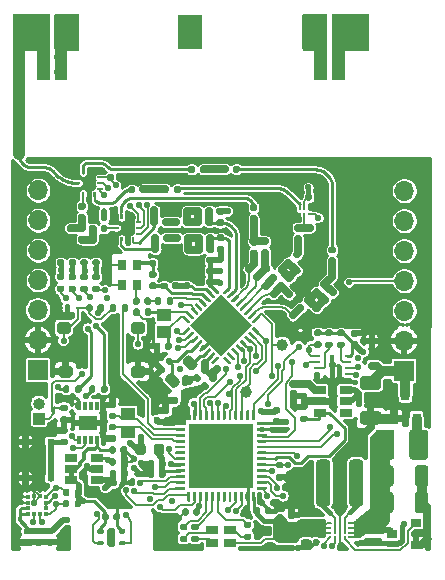
<source format=gtl>
G04 #@! TF.GenerationSoftware,KiCad,Pcbnew,(5.1.8)-1*
G04 #@! TF.CreationDate,2021-01-12T15:50:27+01:00*
G04 #@! TF.ProjectId,pcb-LR1110,7063622d-4c52-4313-9131-302e6b696361,1.1*
G04 #@! TF.SameCoordinates,PX8f0d180PY5f5e100*
G04 #@! TF.FileFunction,Copper,L1,Top*
G04 #@! TF.FilePolarity,Positive*
%FSLAX46Y46*%
G04 Gerber Fmt 4.6, Leading zero omitted, Abs format (unit mm)*
G04 Created by KiCad (PCBNEW (5.1.8)-1) date 2021-01-12 15:50:27*
%MOMM*%
%LPD*%
G01*
G04 APERTURE LIST*
G04 #@! TA.AperFunction,EtchedComponent*
%ADD10C,0.010000*%
G04 #@! TD*
G04 #@! TA.AperFunction,SMDPad,CuDef*
%ADD11R,5.450000X5.450000*%
G04 #@! TD*
G04 #@! TA.AperFunction,ComponentPad*
%ADD12O,1.700000X1.700000*%
G04 #@! TD*
G04 #@! TA.AperFunction,ComponentPad*
%ADD13R,1.700000X1.700000*%
G04 #@! TD*
G04 #@! TA.AperFunction,SMDPad,CuDef*
%ADD14R,2.000000X3.000000*%
G04 #@! TD*
G04 #@! TA.AperFunction,SMDPad,CuDef*
%ADD15R,3.000000X3.000000*%
G04 #@! TD*
G04 #@! TA.AperFunction,SMDPad,CuDef*
%ADD16R,1.000000X2.500000*%
G04 #@! TD*
G04 #@! TA.AperFunction,SMDPad,CuDef*
%ADD17R,0.450000X0.600000*%
G04 #@! TD*
G04 #@! TA.AperFunction,SMDPad,CuDef*
%ADD18R,1.000000X0.800000*%
G04 #@! TD*
G04 #@! TA.AperFunction,ComponentPad*
%ADD19R,1.000000X1.000000*%
G04 #@! TD*
G04 #@! TA.AperFunction,ComponentPad*
%ADD20O,1.000000X1.000000*%
G04 #@! TD*
G04 #@! TA.AperFunction,SMDPad,CuDef*
%ADD21R,0.800000X0.900000*%
G04 #@! TD*
G04 #@! TA.AperFunction,SMDPad,CuDef*
%ADD22R,0.550000X0.500000*%
G04 #@! TD*
G04 #@! TA.AperFunction,SMDPad,CuDef*
%ADD23C,0.210000*%
G04 #@! TD*
G04 #@! TA.AperFunction,SMDPad,CuDef*
%ADD24R,0.900000X0.800000*%
G04 #@! TD*
G04 #@! TA.AperFunction,SMDPad,CuDef*
%ADD25R,1.060000X0.650000*%
G04 #@! TD*
G04 #@! TA.AperFunction,SMDPad,CuDef*
%ADD26R,0.254000X0.254000*%
G04 #@! TD*
G04 #@! TA.AperFunction,SMDPad,CuDef*
%ADD27C,0.100000*%
G04 #@! TD*
G04 #@! TA.AperFunction,SMDPad,CuDef*
%ADD28R,0.300000X1.700000*%
G04 #@! TD*
G04 #@! TA.AperFunction,SMDPad,CuDef*
%ADD29R,0.600000X0.270000*%
G04 #@! TD*
G04 #@! TA.AperFunction,SMDPad,CuDef*
%ADD30R,0.300000X0.750000*%
G04 #@! TD*
G04 #@! TA.AperFunction,SMDPad,CuDef*
%ADD31R,1.500000X1.300000*%
G04 #@! TD*
G04 #@! TA.AperFunction,SMDPad,CuDef*
%ADD32R,0.375000X0.350000*%
G04 #@! TD*
G04 #@! TA.AperFunction,SMDPad,CuDef*
%ADD33R,0.350000X0.375000*%
G04 #@! TD*
G04 #@! TA.AperFunction,SMDPad,CuDef*
%ADD34R,1.250000X1.000000*%
G04 #@! TD*
G04 #@! TA.AperFunction,SMDPad,CuDef*
%ADD35R,0.360000X0.250000*%
G04 #@! TD*
G04 #@! TA.AperFunction,SMDPad,CuDef*
%ADD36C,1.000000*%
G04 #@! TD*
G04 #@! TA.AperFunction,ViaPad*
%ADD37C,0.800000*%
G04 #@! TD*
G04 #@! TA.AperFunction,ViaPad*
%ADD38C,0.550000*%
G04 #@! TD*
G04 #@! TA.AperFunction,ViaPad*
%ADD39C,0.450000*%
G04 #@! TD*
G04 #@! TA.AperFunction,ViaPad*
%ADD40C,0.700000*%
G04 #@! TD*
G04 #@! TA.AperFunction,ViaPad*
%ADD41C,0.600000*%
G04 #@! TD*
G04 #@! TA.AperFunction,ViaPad*
%ADD42C,0.500000*%
G04 #@! TD*
G04 #@! TA.AperFunction,Conductor*
%ADD43C,0.859502*%
G04 #@! TD*
G04 #@! TA.AperFunction,Conductor*
%ADD44C,0.700000*%
G04 #@! TD*
G04 #@! TA.AperFunction,Conductor*
%ADD45C,0.200000*%
G04 #@! TD*
G04 #@! TA.AperFunction,Conductor*
%ADD46C,0.500000*%
G04 #@! TD*
G04 #@! TA.AperFunction,Conductor*
%ADD47C,0.193000*%
G04 #@! TD*
G04 #@! TA.AperFunction,Conductor*
%ADD48C,0.400000*%
G04 #@! TD*
G04 #@! TA.AperFunction,Conductor*
%ADD49C,0.640000*%
G04 #@! TD*
G04 #@! TA.AperFunction,Conductor*
%ADD50C,0.550000*%
G04 #@! TD*
G04 #@! TA.AperFunction,Conductor*
%ADD51C,0.293370*%
G04 #@! TD*
G04 #@! TA.AperFunction,Conductor*
%ADD52C,0.197575*%
G04 #@! TD*
G04 #@! TA.AperFunction,Conductor*
%ADD53C,0.350000*%
G04 #@! TD*
G04 #@! TA.AperFunction,Conductor*
%ADD54C,0.152400*%
G04 #@! TD*
G04 #@! TA.AperFunction,Conductor*
%ADD55C,0.250000*%
G04 #@! TD*
G04 #@! TA.AperFunction,Conductor*
%ADD56C,1.000000*%
G04 #@! TD*
G04 #@! TA.AperFunction,Conductor*
%ADD57C,0.177800*%
G04 #@! TD*
G04 #@! TA.AperFunction,Conductor*
%ADD58C,0.300000*%
G04 #@! TD*
G04 #@! TA.AperFunction,Conductor*
%ADD59C,0.100000*%
G04 #@! TD*
G04 #@! TA.AperFunction,Conductor*
%ADD60C,0.254000*%
G04 #@! TD*
G04 APERTURE END LIST*
D10*
G36*
X-17600000Y22650000D02*
G01*
X-14600000Y22650000D01*
X-14600000Y17150000D01*
X-15600000Y17150000D01*
X-15600000Y19650000D01*
X-17600000Y19650000D01*
X-17600000Y22650000D01*
G37*
X-17600000Y22650000D02*
X-14600000Y22650000D01*
X-14600000Y17150000D01*
X-15600000Y17150000D01*
X-15600000Y19650000D01*
X-17600000Y19650000D01*
X-17600000Y22650000D01*
G36*
X-12100000Y22650000D02*
G01*
X-14100000Y22650000D01*
X-14100000Y17150000D01*
X-13100000Y17150000D01*
X-13100000Y19650000D01*
X-12100000Y19650000D01*
X-12100000Y22650000D01*
G37*
X-12100000Y22650000D02*
X-14100000Y22650000D01*
X-14100000Y17150000D01*
X-13100000Y17150000D01*
X-13100000Y19650000D01*
X-12100000Y19650000D01*
X-12100000Y22650000D01*
G36*
X12400000Y22650000D02*
G01*
X9400000Y22650000D01*
X9400000Y17150000D01*
X10400000Y17150000D01*
X10400000Y19650000D01*
X12400000Y19650000D01*
X12400000Y22650000D01*
G37*
X12400000Y22650000D02*
X9400000Y22650000D01*
X9400000Y17150000D01*
X10400000Y17150000D01*
X10400000Y19650000D01*
X12400000Y19650000D01*
X12400000Y22650000D01*
G36*
X6900000Y22650000D02*
G01*
X8900000Y22650000D01*
X8900000Y17150000D01*
X7900000Y17150000D01*
X7900000Y19650000D01*
X6900000Y19650000D01*
X6900000Y22650000D01*
G37*
X6900000Y22650000D02*
X8900000Y22650000D01*
X8900000Y17150000D01*
X7900000Y17150000D01*
X7900000Y19650000D01*
X6900000Y19650000D01*
X6900000Y22650000D01*
G04 #@! TA.AperFunction,SMDPad,CuDef*
G36*
G01*
X-3875000Y-12062500D02*
X-3875000Y-11937500D01*
G75*
G02*
X-3812500Y-11875000I62500J0D01*
G01*
X-3087500Y-11875000D01*
G75*
G02*
X-3025000Y-11937500I0J-62500D01*
G01*
X-3025000Y-12062500D01*
G75*
G02*
X-3087500Y-12125000I-62500J0D01*
G01*
X-3812500Y-12125000D01*
G75*
G02*
X-3875000Y-12062500I0J62500D01*
G01*
G37*
G04 #@! TD.AperFunction*
G04 #@! TA.AperFunction,SMDPad,CuDef*
G36*
G01*
X-3875000Y-12562500D02*
X-3875000Y-12437500D01*
G75*
G02*
X-3812500Y-12375000I62500J0D01*
G01*
X-3087500Y-12375000D01*
G75*
G02*
X-3025000Y-12437500I0J-62500D01*
G01*
X-3025000Y-12562500D01*
G75*
G02*
X-3087500Y-12625000I-62500J0D01*
G01*
X-3812500Y-12625000D01*
G75*
G02*
X-3875000Y-12562500I0J62500D01*
G01*
G37*
G04 #@! TD.AperFunction*
G04 #@! TA.AperFunction,SMDPad,CuDef*
G36*
G01*
X-3875000Y-13062500D02*
X-3875000Y-12937500D01*
G75*
G02*
X-3812500Y-12875000I62500J0D01*
G01*
X-3087500Y-12875000D01*
G75*
G02*
X-3025000Y-12937500I0J-62500D01*
G01*
X-3025000Y-13062500D01*
G75*
G02*
X-3087500Y-13125000I-62500J0D01*
G01*
X-3812500Y-13125000D01*
G75*
G02*
X-3875000Y-13062500I0J62500D01*
G01*
G37*
G04 #@! TD.AperFunction*
G04 #@! TA.AperFunction,SMDPad,CuDef*
G36*
G01*
X-3875000Y-13562500D02*
X-3875000Y-13437500D01*
G75*
G02*
X-3812500Y-13375000I62500J0D01*
G01*
X-3087500Y-13375000D01*
G75*
G02*
X-3025000Y-13437500I0J-62500D01*
G01*
X-3025000Y-13562500D01*
G75*
G02*
X-3087500Y-13625000I-62500J0D01*
G01*
X-3812500Y-13625000D01*
G75*
G02*
X-3875000Y-13562500I0J62500D01*
G01*
G37*
G04 #@! TD.AperFunction*
G04 #@! TA.AperFunction,SMDPad,CuDef*
G36*
G01*
X-3875000Y-14062500D02*
X-3875000Y-13937500D01*
G75*
G02*
X-3812500Y-13875000I62500J0D01*
G01*
X-3087500Y-13875000D01*
G75*
G02*
X-3025000Y-13937500I0J-62500D01*
G01*
X-3025000Y-14062500D01*
G75*
G02*
X-3087500Y-14125000I-62500J0D01*
G01*
X-3812500Y-14125000D01*
G75*
G02*
X-3875000Y-14062500I0J62500D01*
G01*
G37*
G04 #@! TD.AperFunction*
G04 #@! TA.AperFunction,SMDPad,CuDef*
G36*
G01*
X-3875000Y-14562500D02*
X-3875000Y-14437500D01*
G75*
G02*
X-3812500Y-14375000I62500J0D01*
G01*
X-3087500Y-14375000D01*
G75*
G02*
X-3025000Y-14437500I0J-62500D01*
G01*
X-3025000Y-14562500D01*
G75*
G02*
X-3087500Y-14625000I-62500J0D01*
G01*
X-3812500Y-14625000D01*
G75*
G02*
X-3875000Y-14562500I0J62500D01*
G01*
G37*
G04 #@! TD.AperFunction*
G04 #@! TA.AperFunction,SMDPad,CuDef*
G36*
G01*
X-3875000Y-15062500D02*
X-3875000Y-14937500D01*
G75*
G02*
X-3812500Y-14875000I62500J0D01*
G01*
X-3087500Y-14875000D01*
G75*
G02*
X-3025000Y-14937500I0J-62500D01*
G01*
X-3025000Y-15062500D01*
G75*
G02*
X-3087500Y-15125000I-62500J0D01*
G01*
X-3812500Y-15125000D01*
G75*
G02*
X-3875000Y-15062500I0J62500D01*
G01*
G37*
G04 #@! TD.AperFunction*
G04 #@! TA.AperFunction,SMDPad,CuDef*
G36*
G01*
X-3875000Y-15562500D02*
X-3875000Y-15437500D01*
G75*
G02*
X-3812500Y-15375000I62500J0D01*
G01*
X-3087500Y-15375000D01*
G75*
G02*
X-3025000Y-15437500I0J-62500D01*
G01*
X-3025000Y-15562500D01*
G75*
G02*
X-3087500Y-15625000I-62500J0D01*
G01*
X-3812500Y-15625000D01*
G75*
G02*
X-3875000Y-15562500I0J62500D01*
G01*
G37*
G04 #@! TD.AperFunction*
G04 #@! TA.AperFunction,SMDPad,CuDef*
G36*
G01*
X-3875000Y-16062500D02*
X-3875000Y-15937500D01*
G75*
G02*
X-3812500Y-15875000I62500J0D01*
G01*
X-3087500Y-15875000D01*
G75*
G02*
X-3025000Y-15937500I0J-62500D01*
G01*
X-3025000Y-16062500D01*
G75*
G02*
X-3087500Y-16125000I-62500J0D01*
G01*
X-3812500Y-16125000D01*
G75*
G02*
X-3875000Y-16062500I0J62500D01*
G01*
G37*
G04 #@! TD.AperFunction*
G04 #@! TA.AperFunction,SMDPad,CuDef*
G36*
G01*
X-3875000Y-16562500D02*
X-3875000Y-16437500D01*
G75*
G02*
X-3812500Y-16375000I62500J0D01*
G01*
X-3087500Y-16375000D01*
G75*
G02*
X-3025000Y-16437500I0J-62500D01*
G01*
X-3025000Y-16562500D01*
G75*
G02*
X-3087500Y-16625000I-62500J0D01*
G01*
X-3812500Y-16625000D01*
G75*
G02*
X-3875000Y-16562500I0J62500D01*
G01*
G37*
G04 #@! TD.AperFunction*
G04 #@! TA.AperFunction,SMDPad,CuDef*
G36*
G01*
X-3875000Y-17062500D02*
X-3875000Y-16937500D01*
G75*
G02*
X-3812500Y-16875000I62500J0D01*
G01*
X-3087500Y-16875000D01*
G75*
G02*
X-3025000Y-16937500I0J-62500D01*
G01*
X-3025000Y-17062500D01*
G75*
G02*
X-3087500Y-17125000I-62500J0D01*
G01*
X-3812500Y-17125000D01*
G75*
G02*
X-3875000Y-17062500I0J62500D01*
G01*
G37*
G04 #@! TD.AperFunction*
G04 #@! TA.AperFunction,SMDPad,CuDef*
G36*
G01*
X-3875000Y-17562500D02*
X-3875000Y-17437500D01*
G75*
G02*
X-3812500Y-17375000I62500J0D01*
G01*
X-3087500Y-17375000D01*
G75*
G02*
X-3025000Y-17437500I0J-62500D01*
G01*
X-3025000Y-17562500D01*
G75*
G02*
X-3087500Y-17625000I-62500J0D01*
G01*
X-3812500Y-17625000D01*
G75*
G02*
X-3875000Y-17562500I0J62500D01*
G01*
G37*
G04 #@! TD.AperFunction*
G04 #@! TA.AperFunction,SMDPad,CuDef*
G36*
G01*
X-2875000Y-18562500D02*
X-2875000Y-17837500D01*
G75*
G02*
X-2812500Y-17775000I62500J0D01*
G01*
X-2687500Y-17775000D01*
G75*
G02*
X-2625000Y-17837500I0J-62500D01*
G01*
X-2625000Y-18562500D01*
G75*
G02*
X-2687500Y-18625000I-62500J0D01*
G01*
X-2812500Y-18625000D01*
G75*
G02*
X-2875000Y-18562500I0J62500D01*
G01*
G37*
G04 #@! TD.AperFunction*
G04 #@! TA.AperFunction,SMDPad,CuDef*
G36*
G01*
X-2375000Y-18562500D02*
X-2375000Y-17837500D01*
G75*
G02*
X-2312500Y-17775000I62500J0D01*
G01*
X-2187500Y-17775000D01*
G75*
G02*
X-2125000Y-17837500I0J-62500D01*
G01*
X-2125000Y-18562500D01*
G75*
G02*
X-2187500Y-18625000I-62500J0D01*
G01*
X-2312500Y-18625000D01*
G75*
G02*
X-2375000Y-18562500I0J62500D01*
G01*
G37*
G04 #@! TD.AperFunction*
G04 #@! TA.AperFunction,SMDPad,CuDef*
G36*
G01*
X-1875000Y-18562500D02*
X-1875000Y-17837500D01*
G75*
G02*
X-1812500Y-17775000I62500J0D01*
G01*
X-1687500Y-17775000D01*
G75*
G02*
X-1625000Y-17837500I0J-62500D01*
G01*
X-1625000Y-18562500D01*
G75*
G02*
X-1687500Y-18625000I-62500J0D01*
G01*
X-1812500Y-18625000D01*
G75*
G02*
X-1875000Y-18562500I0J62500D01*
G01*
G37*
G04 #@! TD.AperFunction*
G04 #@! TA.AperFunction,SMDPad,CuDef*
G36*
G01*
X-1375000Y-18562500D02*
X-1375000Y-17837500D01*
G75*
G02*
X-1312500Y-17775000I62500J0D01*
G01*
X-1187500Y-17775000D01*
G75*
G02*
X-1125000Y-17837500I0J-62500D01*
G01*
X-1125000Y-18562500D01*
G75*
G02*
X-1187500Y-18625000I-62500J0D01*
G01*
X-1312500Y-18625000D01*
G75*
G02*
X-1375000Y-18562500I0J62500D01*
G01*
G37*
G04 #@! TD.AperFunction*
G04 #@! TA.AperFunction,SMDPad,CuDef*
G36*
G01*
X-875000Y-18562500D02*
X-875000Y-17837500D01*
G75*
G02*
X-812500Y-17775000I62500J0D01*
G01*
X-687500Y-17775000D01*
G75*
G02*
X-625000Y-17837500I0J-62500D01*
G01*
X-625000Y-18562500D01*
G75*
G02*
X-687500Y-18625000I-62500J0D01*
G01*
X-812500Y-18625000D01*
G75*
G02*
X-875000Y-18562500I0J62500D01*
G01*
G37*
G04 #@! TD.AperFunction*
G04 #@! TA.AperFunction,SMDPad,CuDef*
G36*
G01*
X-375000Y-18562500D02*
X-375000Y-17837500D01*
G75*
G02*
X-312500Y-17775000I62500J0D01*
G01*
X-187500Y-17775000D01*
G75*
G02*
X-125000Y-17837500I0J-62500D01*
G01*
X-125000Y-18562500D01*
G75*
G02*
X-187500Y-18625000I-62500J0D01*
G01*
X-312500Y-18625000D01*
G75*
G02*
X-375000Y-18562500I0J62500D01*
G01*
G37*
G04 #@! TD.AperFunction*
G04 #@! TA.AperFunction,SMDPad,CuDef*
G36*
G01*
X125000Y-18562500D02*
X125000Y-17837500D01*
G75*
G02*
X187500Y-17775000I62500J0D01*
G01*
X312500Y-17775000D01*
G75*
G02*
X375000Y-17837500I0J-62500D01*
G01*
X375000Y-18562500D01*
G75*
G02*
X312500Y-18625000I-62500J0D01*
G01*
X187500Y-18625000D01*
G75*
G02*
X125000Y-18562500I0J62500D01*
G01*
G37*
G04 #@! TD.AperFunction*
G04 #@! TA.AperFunction,SMDPad,CuDef*
G36*
G01*
X625000Y-18562500D02*
X625000Y-17837500D01*
G75*
G02*
X687500Y-17775000I62500J0D01*
G01*
X812500Y-17775000D01*
G75*
G02*
X875000Y-17837500I0J-62500D01*
G01*
X875000Y-18562500D01*
G75*
G02*
X812500Y-18625000I-62500J0D01*
G01*
X687500Y-18625000D01*
G75*
G02*
X625000Y-18562500I0J62500D01*
G01*
G37*
G04 #@! TD.AperFunction*
G04 #@! TA.AperFunction,SMDPad,CuDef*
G36*
G01*
X1125000Y-18562500D02*
X1125000Y-17837500D01*
G75*
G02*
X1187500Y-17775000I62500J0D01*
G01*
X1312500Y-17775000D01*
G75*
G02*
X1375000Y-17837500I0J-62500D01*
G01*
X1375000Y-18562500D01*
G75*
G02*
X1312500Y-18625000I-62500J0D01*
G01*
X1187500Y-18625000D01*
G75*
G02*
X1125000Y-18562500I0J62500D01*
G01*
G37*
G04 #@! TD.AperFunction*
G04 #@! TA.AperFunction,SMDPad,CuDef*
G36*
G01*
X1625000Y-18562500D02*
X1625000Y-17837500D01*
G75*
G02*
X1687500Y-17775000I62500J0D01*
G01*
X1812500Y-17775000D01*
G75*
G02*
X1875000Y-17837500I0J-62500D01*
G01*
X1875000Y-18562500D01*
G75*
G02*
X1812500Y-18625000I-62500J0D01*
G01*
X1687500Y-18625000D01*
G75*
G02*
X1625000Y-18562500I0J62500D01*
G01*
G37*
G04 #@! TD.AperFunction*
G04 #@! TA.AperFunction,SMDPad,CuDef*
G36*
G01*
X2125000Y-18562500D02*
X2125000Y-17837500D01*
G75*
G02*
X2187500Y-17775000I62500J0D01*
G01*
X2312500Y-17775000D01*
G75*
G02*
X2375000Y-17837500I0J-62500D01*
G01*
X2375000Y-18562500D01*
G75*
G02*
X2312500Y-18625000I-62500J0D01*
G01*
X2187500Y-18625000D01*
G75*
G02*
X2125000Y-18562500I0J62500D01*
G01*
G37*
G04 #@! TD.AperFunction*
G04 #@! TA.AperFunction,SMDPad,CuDef*
G36*
G01*
X2625000Y-18562500D02*
X2625000Y-17837500D01*
G75*
G02*
X2687500Y-17775000I62500J0D01*
G01*
X2812500Y-17775000D01*
G75*
G02*
X2875000Y-17837500I0J-62500D01*
G01*
X2875000Y-18562500D01*
G75*
G02*
X2812500Y-18625000I-62500J0D01*
G01*
X2687500Y-18625000D01*
G75*
G02*
X2625000Y-18562500I0J62500D01*
G01*
G37*
G04 #@! TD.AperFunction*
G04 #@! TA.AperFunction,SMDPad,CuDef*
G36*
G01*
X3025000Y-17562500D02*
X3025000Y-17437500D01*
G75*
G02*
X3087500Y-17375000I62500J0D01*
G01*
X3812500Y-17375000D01*
G75*
G02*
X3875000Y-17437500I0J-62500D01*
G01*
X3875000Y-17562500D01*
G75*
G02*
X3812500Y-17625000I-62500J0D01*
G01*
X3087500Y-17625000D01*
G75*
G02*
X3025000Y-17562500I0J62500D01*
G01*
G37*
G04 #@! TD.AperFunction*
G04 #@! TA.AperFunction,SMDPad,CuDef*
G36*
G01*
X3025000Y-17062500D02*
X3025000Y-16937500D01*
G75*
G02*
X3087500Y-16875000I62500J0D01*
G01*
X3812500Y-16875000D01*
G75*
G02*
X3875000Y-16937500I0J-62500D01*
G01*
X3875000Y-17062500D01*
G75*
G02*
X3812500Y-17125000I-62500J0D01*
G01*
X3087500Y-17125000D01*
G75*
G02*
X3025000Y-17062500I0J62500D01*
G01*
G37*
G04 #@! TD.AperFunction*
G04 #@! TA.AperFunction,SMDPad,CuDef*
G36*
G01*
X3025000Y-16562500D02*
X3025000Y-16437500D01*
G75*
G02*
X3087500Y-16375000I62500J0D01*
G01*
X3812500Y-16375000D01*
G75*
G02*
X3875000Y-16437500I0J-62500D01*
G01*
X3875000Y-16562500D01*
G75*
G02*
X3812500Y-16625000I-62500J0D01*
G01*
X3087500Y-16625000D01*
G75*
G02*
X3025000Y-16562500I0J62500D01*
G01*
G37*
G04 #@! TD.AperFunction*
G04 #@! TA.AperFunction,SMDPad,CuDef*
G36*
G01*
X3025000Y-16062500D02*
X3025000Y-15937500D01*
G75*
G02*
X3087500Y-15875000I62500J0D01*
G01*
X3812500Y-15875000D01*
G75*
G02*
X3875000Y-15937500I0J-62500D01*
G01*
X3875000Y-16062500D01*
G75*
G02*
X3812500Y-16125000I-62500J0D01*
G01*
X3087500Y-16125000D01*
G75*
G02*
X3025000Y-16062500I0J62500D01*
G01*
G37*
G04 #@! TD.AperFunction*
G04 #@! TA.AperFunction,SMDPad,CuDef*
G36*
G01*
X3025000Y-15562500D02*
X3025000Y-15437500D01*
G75*
G02*
X3087500Y-15375000I62500J0D01*
G01*
X3812500Y-15375000D01*
G75*
G02*
X3875000Y-15437500I0J-62500D01*
G01*
X3875000Y-15562500D01*
G75*
G02*
X3812500Y-15625000I-62500J0D01*
G01*
X3087500Y-15625000D01*
G75*
G02*
X3025000Y-15562500I0J62500D01*
G01*
G37*
G04 #@! TD.AperFunction*
G04 #@! TA.AperFunction,SMDPad,CuDef*
G36*
G01*
X3025000Y-15062500D02*
X3025000Y-14937500D01*
G75*
G02*
X3087500Y-14875000I62500J0D01*
G01*
X3812500Y-14875000D01*
G75*
G02*
X3875000Y-14937500I0J-62500D01*
G01*
X3875000Y-15062500D01*
G75*
G02*
X3812500Y-15125000I-62500J0D01*
G01*
X3087500Y-15125000D01*
G75*
G02*
X3025000Y-15062500I0J62500D01*
G01*
G37*
G04 #@! TD.AperFunction*
G04 #@! TA.AperFunction,SMDPad,CuDef*
G36*
G01*
X3025000Y-14562500D02*
X3025000Y-14437500D01*
G75*
G02*
X3087500Y-14375000I62500J0D01*
G01*
X3812500Y-14375000D01*
G75*
G02*
X3875000Y-14437500I0J-62500D01*
G01*
X3875000Y-14562500D01*
G75*
G02*
X3812500Y-14625000I-62500J0D01*
G01*
X3087500Y-14625000D01*
G75*
G02*
X3025000Y-14562500I0J62500D01*
G01*
G37*
G04 #@! TD.AperFunction*
G04 #@! TA.AperFunction,SMDPad,CuDef*
G36*
G01*
X3025000Y-14062500D02*
X3025000Y-13937500D01*
G75*
G02*
X3087500Y-13875000I62500J0D01*
G01*
X3812500Y-13875000D01*
G75*
G02*
X3875000Y-13937500I0J-62500D01*
G01*
X3875000Y-14062500D01*
G75*
G02*
X3812500Y-14125000I-62500J0D01*
G01*
X3087500Y-14125000D01*
G75*
G02*
X3025000Y-14062500I0J62500D01*
G01*
G37*
G04 #@! TD.AperFunction*
G04 #@! TA.AperFunction,SMDPad,CuDef*
G36*
G01*
X3025000Y-13562500D02*
X3025000Y-13437500D01*
G75*
G02*
X3087500Y-13375000I62500J0D01*
G01*
X3812500Y-13375000D01*
G75*
G02*
X3875000Y-13437500I0J-62500D01*
G01*
X3875000Y-13562500D01*
G75*
G02*
X3812500Y-13625000I-62500J0D01*
G01*
X3087500Y-13625000D01*
G75*
G02*
X3025000Y-13562500I0J62500D01*
G01*
G37*
G04 #@! TD.AperFunction*
G04 #@! TA.AperFunction,SMDPad,CuDef*
G36*
G01*
X3025000Y-13062500D02*
X3025000Y-12937500D01*
G75*
G02*
X3087500Y-12875000I62500J0D01*
G01*
X3812500Y-12875000D01*
G75*
G02*
X3875000Y-12937500I0J-62500D01*
G01*
X3875000Y-13062500D01*
G75*
G02*
X3812500Y-13125000I-62500J0D01*
G01*
X3087500Y-13125000D01*
G75*
G02*
X3025000Y-13062500I0J62500D01*
G01*
G37*
G04 #@! TD.AperFunction*
G04 #@! TA.AperFunction,SMDPad,CuDef*
G36*
G01*
X3025000Y-12562500D02*
X3025000Y-12437500D01*
G75*
G02*
X3087500Y-12375000I62500J0D01*
G01*
X3812500Y-12375000D01*
G75*
G02*
X3875000Y-12437500I0J-62500D01*
G01*
X3875000Y-12562500D01*
G75*
G02*
X3812500Y-12625000I-62500J0D01*
G01*
X3087500Y-12625000D01*
G75*
G02*
X3025000Y-12562500I0J62500D01*
G01*
G37*
G04 #@! TD.AperFunction*
G04 #@! TA.AperFunction,SMDPad,CuDef*
G36*
G01*
X3025000Y-12062500D02*
X3025000Y-11937500D01*
G75*
G02*
X3087500Y-11875000I62500J0D01*
G01*
X3812500Y-11875000D01*
G75*
G02*
X3875000Y-11937500I0J-62500D01*
G01*
X3875000Y-12062500D01*
G75*
G02*
X3812500Y-12125000I-62500J0D01*
G01*
X3087500Y-12125000D01*
G75*
G02*
X3025000Y-12062500I0J62500D01*
G01*
G37*
G04 #@! TD.AperFunction*
G04 #@! TA.AperFunction,SMDPad,CuDef*
G36*
G01*
X2625000Y-11662500D02*
X2625000Y-10937500D01*
G75*
G02*
X2687500Y-10875000I62500J0D01*
G01*
X2812500Y-10875000D01*
G75*
G02*
X2875000Y-10937500I0J-62500D01*
G01*
X2875000Y-11662500D01*
G75*
G02*
X2812500Y-11725000I-62500J0D01*
G01*
X2687500Y-11725000D01*
G75*
G02*
X2625000Y-11662500I0J62500D01*
G01*
G37*
G04 #@! TD.AperFunction*
G04 #@! TA.AperFunction,SMDPad,CuDef*
G36*
G01*
X2125000Y-11662500D02*
X2125000Y-10937500D01*
G75*
G02*
X2187500Y-10875000I62500J0D01*
G01*
X2312500Y-10875000D01*
G75*
G02*
X2375000Y-10937500I0J-62500D01*
G01*
X2375000Y-11662500D01*
G75*
G02*
X2312500Y-11725000I-62500J0D01*
G01*
X2187500Y-11725000D01*
G75*
G02*
X2125000Y-11662500I0J62500D01*
G01*
G37*
G04 #@! TD.AperFunction*
G04 #@! TA.AperFunction,SMDPad,CuDef*
G36*
G01*
X1625000Y-11662500D02*
X1625000Y-10937500D01*
G75*
G02*
X1687500Y-10875000I62500J0D01*
G01*
X1812500Y-10875000D01*
G75*
G02*
X1875000Y-10937500I0J-62500D01*
G01*
X1875000Y-11662500D01*
G75*
G02*
X1812500Y-11725000I-62500J0D01*
G01*
X1687500Y-11725000D01*
G75*
G02*
X1625000Y-11662500I0J62500D01*
G01*
G37*
G04 #@! TD.AperFunction*
G04 #@! TA.AperFunction,SMDPad,CuDef*
G36*
G01*
X1125000Y-11662500D02*
X1125000Y-10937500D01*
G75*
G02*
X1187500Y-10875000I62500J0D01*
G01*
X1312500Y-10875000D01*
G75*
G02*
X1375000Y-10937500I0J-62500D01*
G01*
X1375000Y-11662500D01*
G75*
G02*
X1312500Y-11725000I-62500J0D01*
G01*
X1187500Y-11725000D01*
G75*
G02*
X1125000Y-11662500I0J62500D01*
G01*
G37*
G04 #@! TD.AperFunction*
G04 #@! TA.AperFunction,SMDPad,CuDef*
G36*
G01*
X625000Y-11662500D02*
X625000Y-10937500D01*
G75*
G02*
X687500Y-10875000I62500J0D01*
G01*
X812500Y-10875000D01*
G75*
G02*
X875000Y-10937500I0J-62500D01*
G01*
X875000Y-11662500D01*
G75*
G02*
X812500Y-11725000I-62500J0D01*
G01*
X687500Y-11725000D01*
G75*
G02*
X625000Y-11662500I0J62500D01*
G01*
G37*
G04 #@! TD.AperFunction*
G04 #@! TA.AperFunction,SMDPad,CuDef*
G36*
G01*
X125000Y-11662500D02*
X125000Y-10937500D01*
G75*
G02*
X187500Y-10875000I62500J0D01*
G01*
X312500Y-10875000D01*
G75*
G02*
X375000Y-10937500I0J-62500D01*
G01*
X375000Y-11662500D01*
G75*
G02*
X312500Y-11725000I-62500J0D01*
G01*
X187500Y-11725000D01*
G75*
G02*
X125000Y-11662500I0J62500D01*
G01*
G37*
G04 #@! TD.AperFunction*
G04 #@! TA.AperFunction,SMDPad,CuDef*
G36*
G01*
X-375000Y-11662500D02*
X-375000Y-10937500D01*
G75*
G02*
X-312500Y-10875000I62500J0D01*
G01*
X-187500Y-10875000D01*
G75*
G02*
X-125000Y-10937500I0J-62500D01*
G01*
X-125000Y-11662500D01*
G75*
G02*
X-187500Y-11725000I-62500J0D01*
G01*
X-312500Y-11725000D01*
G75*
G02*
X-375000Y-11662500I0J62500D01*
G01*
G37*
G04 #@! TD.AperFunction*
G04 #@! TA.AperFunction,SMDPad,CuDef*
G36*
G01*
X-875000Y-11662500D02*
X-875000Y-10937500D01*
G75*
G02*
X-812500Y-10875000I62500J0D01*
G01*
X-687500Y-10875000D01*
G75*
G02*
X-625000Y-10937500I0J-62500D01*
G01*
X-625000Y-11662500D01*
G75*
G02*
X-687500Y-11725000I-62500J0D01*
G01*
X-812500Y-11725000D01*
G75*
G02*
X-875000Y-11662500I0J62500D01*
G01*
G37*
G04 #@! TD.AperFunction*
G04 #@! TA.AperFunction,SMDPad,CuDef*
G36*
G01*
X-1375000Y-11662500D02*
X-1375000Y-10937500D01*
G75*
G02*
X-1312500Y-10875000I62500J0D01*
G01*
X-1187500Y-10875000D01*
G75*
G02*
X-1125000Y-10937500I0J-62500D01*
G01*
X-1125000Y-11662500D01*
G75*
G02*
X-1187500Y-11725000I-62500J0D01*
G01*
X-1312500Y-11725000D01*
G75*
G02*
X-1375000Y-11662500I0J62500D01*
G01*
G37*
G04 #@! TD.AperFunction*
G04 #@! TA.AperFunction,SMDPad,CuDef*
G36*
G01*
X-1875000Y-11662500D02*
X-1875000Y-10937500D01*
G75*
G02*
X-1812500Y-10875000I62500J0D01*
G01*
X-1687500Y-10875000D01*
G75*
G02*
X-1625000Y-10937500I0J-62500D01*
G01*
X-1625000Y-11662500D01*
G75*
G02*
X-1687500Y-11725000I-62500J0D01*
G01*
X-1812500Y-11725000D01*
G75*
G02*
X-1875000Y-11662500I0J62500D01*
G01*
G37*
G04 #@! TD.AperFunction*
G04 #@! TA.AperFunction,SMDPad,CuDef*
G36*
G01*
X-2375000Y-11662500D02*
X-2375000Y-10937500D01*
G75*
G02*
X-2312500Y-10875000I62500J0D01*
G01*
X-2187500Y-10875000D01*
G75*
G02*
X-2125000Y-10937500I0J-62500D01*
G01*
X-2125000Y-11662500D01*
G75*
G02*
X-2187500Y-11725000I-62500J0D01*
G01*
X-2312500Y-11725000D01*
G75*
G02*
X-2375000Y-11662500I0J62500D01*
G01*
G37*
G04 #@! TD.AperFunction*
G04 #@! TA.AperFunction,SMDPad,CuDef*
G36*
G01*
X-2875000Y-11662500D02*
X-2875000Y-10937500D01*
G75*
G02*
X-2812500Y-10875000I62500J0D01*
G01*
X-2687500Y-10875000D01*
G75*
G02*
X-2625000Y-10937500I0J-62500D01*
G01*
X-2625000Y-11662500D01*
G75*
G02*
X-2687500Y-11725000I-62500J0D01*
G01*
X-2812500Y-11725000D01*
G75*
G02*
X-2875000Y-11662500I0J62500D01*
G01*
G37*
G04 #@! TD.AperFunction*
D11*
X0Y-14750000D03*
D12*
X-15500000Y7740000D03*
X-15500000Y5200000D03*
X-15500000Y2660000D03*
X-15500000Y120000D03*
X-15500000Y-2420000D03*
X-15500000Y-4960000D03*
D13*
X-15500000Y-7500000D03*
X15500000Y-7540000D03*
D12*
X15500000Y-5000000D03*
X15500000Y-2460000D03*
X15500000Y80000D03*
X15500000Y2620000D03*
X15500000Y5160000D03*
X15500000Y7700000D03*
D14*
X-13100000Y21150000D03*
D15*
X-16100000Y21150000D03*
D14*
X-2600000Y21150000D03*
X7900000Y21150000D03*
D15*
X10900000Y21150000D03*
D16*
X-15100000Y18400000D03*
X-13600000Y18400000D03*
X8400000Y18400000D03*
X9900000Y18400000D03*
G04 #@! TA.AperFunction,SMDPad,CuDef*
G36*
G01*
X12215355Y-20766066D02*
X12555355Y-20766066D01*
G75*
G02*
X12695355Y-20906066I0J-140000D01*
G01*
X12695355Y-21186066D01*
G75*
G02*
X12555355Y-21326066I-140000J0D01*
G01*
X12215355Y-21326066D01*
G75*
G02*
X12075355Y-21186066I0J140000D01*
G01*
X12075355Y-20906066D01*
G75*
G02*
X12215355Y-20766066I140000J0D01*
G01*
G37*
G04 #@! TD.AperFunction*
G04 #@! TA.AperFunction,SMDPad,CuDef*
G36*
G01*
X12215355Y-21726066D02*
X12555355Y-21726066D01*
G75*
G02*
X12695355Y-21866066I0J-140000D01*
G01*
X12695355Y-22146066D01*
G75*
G02*
X12555355Y-22286066I-140000J0D01*
G01*
X12215355Y-22286066D01*
G75*
G02*
X12075355Y-22146066I0J140000D01*
G01*
X12075355Y-21866066D01*
G75*
G02*
X12215355Y-21726066I140000J0D01*
G01*
G37*
G04 #@! TD.AperFunction*
G04 #@! TA.AperFunction,SMDPad,CuDef*
G36*
G01*
X13165355Y-21726066D02*
X13505355Y-21726066D01*
G75*
G02*
X13645355Y-21866066I0J-140000D01*
G01*
X13645355Y-22146066D01*
G75*
G02*
X13505355Y-22286066I-140000J0D01*
G01*
X13165355Y-22286066D01*
G75*
G02*
X13025355Y-22146066I0J140000D01*
G01*
X13025355Y-21866066D01*
G75*
G02*
X13165355Y-21726066I140000J0D01*
G01*
G37*
G04 #@! TD.AperFunction*
G04 #@! TA.AperFunction,SMDPad,CuDef*
G36*
G01*
X13165355Y-20766066D02*
X13505355Y-20766066D01*
G75*
G02*
X13645355Y-20906066I0J-140000D01*
G01*
X13645355Y-21186066D01*
G75*
G02*
X13505355Y-21326066I-140000J0D01*
G01*
X13165355Y-21326066D01*
G75*
G02*
X13025355Y-21186066I0J140000D01*
G01*
X13025355Y-20906066D01*
G75*
G02*
X13165355Y-20766066I140000J0D01*
G01*
G37*
G04 #@! TD.AperFunction*
G04 #@! TA.AperFunction,SMDPad,CuDef*
G36*
G01*
X17550000Y-15799999D02*
X17550000Y-17100001D01*
G75*
G02*
X17300001Y-17350000I-249999J0D01*
G01*
X16649999Y-17350000D01*
G75*
G02*
X16400000Y-17100001I0J249999D01*
G01*
X16400000Y-15799999D01*
G75*
G02*
X16649999Y-15550000I249999J0D01*
G01*
X17300001Y-15550000D01*
G75*
G02*
X17550000Y-15799999I0J-249999D01*
G01*
G37*
G04 #@! TD.AperFunction*
G04 #@! TA.AperFunction,SMDPad,CuDef*
G36*
G01*
X14600000Y-15799999D02*
X14600000Y-17100001D01*
G75*
G02*
X14350001Y-17350000I-249999J0D01*
G01*
X13699999Y-17350000D01*
G75*
G02*
X13450000Y-17100001I0J249999D01*
G01*
X13450000Y-15799999D01*
G75*
G02*
X13699999Y-15550000I249999J0D01*
G01*
X14350001Y-15550000D01*
G75*
G02*
X14600000Y-15799999I0J-249999D01*
G01*
G37*
G04 #@! TD.AperFunction*
G04 #@! TA.AperFunction,SMDPad,CuDef*
G36*
G01*
X14600000Y-18049999D02*
X14600000Y-19350001D01*
G75*
G02*
X14350001Y-19600000I-249999J0D01*
G01*
X13699999Y-19600000D01*
G75*
G02*
X13450000Y-19350001I0J249999D01*
G01*
X13450000Y-18049999D01*
G75*
G02*
X13699999Y-17800000I249999J0D01*
G01*
X14350001Y-17800000D01*
G75*
G02*
X14600000Y-18049999I0J-249999D01*
G01*
G37*
G04 #@! TD.AperFunction*
G04 #@! TA.AperFunction,SMDPad,CuDef*
G36*
G01*
X17550000Y-18049999D02*
X17550000Y-19350001D01*
G75*
G02*
X17300001Y-19600000I-249999J0D01*
G01*
X16649999Y-19600000D01*
G75*
G02*
X16400000Y-19350001I0J249999D01*
G01*
X16400000Y-18049999D01*
G75*
G02*
X16649999Y-17800000I249999J0D01*
G01*
X17300001Y-17800000D01*
G75*
G02*
X17550000Y-18049999I0J-249999D01*
G01*
G37*
G04 #@! TD.AperFunction*
G04 #@! TA.AperFunction,SMDPad,CuDef*
G36*
G01*
X13300001Y-12100000D02*
X11999999Y-12100000D01*
G75*
G02*
X11750000Y-11850001I0J249999D01*
G01*
X11750000Y-11199999D01*
G75*
G02*
X11999999Y-10950000I249999J0D01*
G01*
X13300001Y-10950000D01*
G75*
G02*
X13550000Y-11199999I0J-249999D01*
G01*
X13550000Y-11850001D01*
G75*
G02*
X13300001Y-12100000I-249999J0D01*
G01*
G37*
G04 #@! TD.AperFunction*
G04 #@! TA.AperFunction,SMDPad,CuDef*
G36*
G01*
X13300001Y-9150000D02*
X11999999Y-9150000D01*
G75*
G02*
X11750000Y-8900001I0J249999D01*
G01*
X11750000Y-8249999D01*
G75*
G02*
X11999999Y-8000000I249999J0D01*
G01*
X13300001Y-8000000D01*
G75*
G02*
X13550000Y-8249999I0J-249999D01*
G01*
X13550000Y-8900001D01*
G75*
G02*
X13300001Y-9150000I-249999J0D01*
G01*
G37*
G04 #@! TD.AperFunction*
G04 #@! TA.AperFunction,SMDPad,CuDef*
G36*
G01*
X-4660000Y320000D02*
X-5000000Y320000D01*
G75*
G02*
X-5140000Y460000I0J140000D01*
G01*
X-5140000Y740000D01*
G75*
G02*
X-5000000Y880000I140000J0D01*
G01*
X-4660000Y880000D01*
G75*
G02*
X-4520000Y740000I0J-140000D01*
G01*
X-4520000Y460000D01*
G75*
G02*
X-4660000Y320000I-140000J0D01*
G01*
G37*
G04 #@! TD.AperFunction*
G04 #@! TA.AperFunction,SMDPad,CuDef*
G36*
G01*
X-4660000Y-640000D02*
X-5000000Y-640000D01*
G75*
G02*
X-5140000Y-500000I0J140000D01*
G01*
X-5140000Y-220000D01*
G75*
G02*
X-5000000Y-80000I140000J0D01*
G01*
X-4660000Y-80000D01*
G75*
G02*
X-4520000Y-220000I0J-140000D01*
G01*
X-4520000Y-500000D01*
G75*
G02*
X-4660000Y-640000I-140000J0D01*
G01*
G37*
G04 #@! TD.AperFunction*
G04 #@! TA.AperFunction,SMDPad,CuDef*
G36*
G01*
X6120000Y-22840000D02*
X5780000Y-22840000D01*
G75*
G02*
X5640000Y-22700000I0J140000D01*
G01*
X5640000Y-22420000D01*
G75*
G02*
X5780000Y-22280000I140000J0D01*
G01*
X6120000Y-22280000D01*
G75*
G02*
X6260000Y-22420000I0J-140000D01*
G01*
X6260000Y-22700000D01*
G75*
G02*
X6120000Y-22840000I-140000J0D01*
G01*
G37*
G04 #@! TD.AperFunction*
G04 #@! TA.AperFunction,SMDPad,CuDef*
G36*
G01*
X6120000Y-21880000D02*
X5780000Y-21880000D01*
G75*
G02*
X5640000Y-21740000I0J140000D01*
G01*
X5640000Y-21460000D01*
G75*
G02*
X5780000Y-21320000I140000J0D01*
G01*
X6120000Y-21320000D01*
G75*
G02*
X6260000Y-21460000I0J-140000D01*
G01*
X6260000Y-21740000D01*
G75*
G02*
X6120000Y-21880000I-140000J0D01*
G01*
G37*
G04 #@! TD.AperFunction*
G04 #@! TA.AperFunction,SMDPad,CuDef*
G36*
G01*
X6120000Y-20050000D02*
X5780000Y-20050000D01*
G75*
G02*
X5640000Y-19910000I0J140000D01*
G01*
X5640000Y-19630000D01*
G75*
G02*
X5780000Y-19490000I140000J0D01*
G01*
X6120000Y-19490000D01*
G75*
G02*
X6260000Y-19630000I0J-140000D01*
G01*
X6260000Y-19910000D01*
G75*
G02*
X6120000Y-20050000I-140000J0D01*
G01*
G37*
G04 #@! TD.AperFunction*
G04 #@! TA.AperFunction,SMDPad,CuDef*
G36*
G01*
X6120000Y-21010000D02*
X5780000Y-21010000D01*
G75*
G02*
X5640000Y-20870000I0J140000D01*
G01*
X5640000Y-20590000D01*
G75*
G02*
X5780000Y-20450000I140000J0D01*
G01*
X6120000Y-20450000D01*
G75*
G02*
X6260000Y-20590000I0J-140000D01*
G01*
X6260000Y-20870000D01*
G75*
G02*
X6120000Y-21010000I-140000J0D01*
G01*
G37*
G04 #@! TD.AperFunction*
G04 #@! TA.AperFunction,SMDPad,CuDef*
G36*
G01*
X7450000Y-22725000D02*
X6950000Y-22725000D01*
G75*
G02*
X6725000Y-22500000I0J225000D01*
G01*
X6725000Y-22050000D01*
G75*
G02*
X6950000Y-21825000I225000J0D01*
G01*
X7450000Y-21825000D01*
G75*
G02*
X7675000Y-22050000I0J-225000D01*
G01*
X7675000Y-22500000D01*
G75*
G02*
X7450000Y-22725000I-225000J0D01*
G01*
G37*
G04 #@! TD.AperFunction*
G04 #@! TA.AperFunction,SMDPad,CuDef*
G36*
G01*
X7450000Y-21175000D02*
X6950000Y-21175000D01*
G75*
G02*
X6725000Y-20950000I0J225000D01*
G01*
X6725000Y-20500000D01*
G75*
G02*
X6950000Y-20275000I225000J0D01*
G01*
X7450000Y-20275000D01*
G75*
G02*
X7675000Y-20500000I0J-225000D01*
G01*
X7675000Y-20950000D01*
G75*
G02*
X7450000Y-21175000I-225000J0D01*
G01*
G37*
G04 #@! TD.AperFunction*
G04 #@! TA.AperFunction,SMDPad,CuDef*
G36*
G01*
X-2750000Y-19330000D02*
X-2750000Y-19670000D01*
G75*
G02*
X-2890000Y-19810000I-140000J0D01*
G01*
X-3170000Y-19810000D01*
G75*
G02*
X-3310000Y-19670000I0J140000D01*
G01*
X-3310000Y-19330000D01*
G75*
G02*
X-3170000Y-19190000I140000J0D01*
G01*
X-2890000Y-19190000D01*
G75*
G02*
X-2750000Y-19330000I0J-140000D01*
G01*
G37*
G04 #@! TD.AperFunction*
G04 #@! TA.AperFunction,SMDPad,CuDef*
G36*
G01*
X-1790000Y-19330000D02*
X-1790000Y-19670000D01*
G75*
G02*
X-1930000Y-19810000I-140000J0D01*
G01*
X-2210000Y-19810000D01*
G75*
G02*
X-2350000Y-19670000I0J140000D01*
G01*
X-2350000Y-19330000D01*
G75*
G02*
X-2210000Y-19190000I140000J0D01*
G01*
X-1930000Y-19190000D01*
G75*
G02*
X-1790000Y-19330000I0J-140000D01*
G01*
G37*
G04 #@! TD.AperFunction*
G04 #@! TA.AperFunction,SMDPad,CuDef*
G36*
G01*
X6830000Y-9420000D02*
X7170000Y-9420000D01*
G75*
G02*
X7310000Y-9560000I0J-140000D01*
G01*
X7310000Y-9840000D01*
G75*
G02*
X7170000Y-9980000I-140000J0D01*
G01*
X6830000Y-9980000D01*
G75*
G02*
X6690000Y-9840000I0J140000D01*
G01*
X6690000Y-9560000D01*
G75*
G02*
X6830000Y-9420000I140000J0D01*
G01*
G37*
G04 #@! TD.AperFunction*
G04 #@! TA.AperFunction,SMDPad,CuDef*
G36*
G01*
X6830000Y-8460000D02*
X7170000Y-8460000D01*
G75*
G02*
X7310000Y-8600000I0J-140000D01*
G01*
X7310000Y-8880000D01*
G75*
G02*
X7170000Y-9020000I-140000J0D01*
G01*
X6830000Y-9020000D01*
G75*
G02*
X6690000Y-8880000I0J140000D01*
G01*
X6690000Y-8600000D01*
G75*
G02*
X6830000Y-8460000I140000J0D01*
G01*
G37*
G04 #@! TD.AperFunction*
G04 #@! TA.AperFunction,SMDPad,CuDef*
G36*
G01*
X-9440000Y-16420000D02*
X-9440000Y-16080000D01*
G75*
G02*
X-9300000Y-15940000I140000J0D01*
G01*
X-9020000Y-15940000D01*
G75*
G02*
X-8880000Y-16080000I0J-140000D01*
G01*
X-8880000Y-16420000D01*
G75*
G02*
X-9020000Y-16560000I-140000J0D01*
G01*
X-9300000Y-16560000D01*
G75*
G02*
X-9440000Y-16420000I0J140000D01*
G01*
G37*
G04 #@! TD.AperFunction*
G04 #@! TA.AperFunction,SMDPad,CuDef*
G36*
G01*
X-8480000Y-16420000D02*
X-8480000Y-16080000D01*
G75*
G02*
X-8340000Y-15940000I140000J0D01*
G01*
X-8060000Y-15940000D01*
G75*
G02*
X-7920000Y-16080000I0J-140000D01*
G01*
X-7920000Y-16420000D01*
G75*
G02*
X-8060000Y-16560000I-140000J0D01*
G01*
X-8340000Y-16560000D01*
G75*
G02*
X-8480000Y-16420000I0J140000D01*
G01*
G37*
G04 #@! TD.AperFunction*
G04 #@! TA.AperFunction,SMDPad,CuDef*
G36*
G01*
X-6080000Y1390000D02*
X-6080000Y1730000D01*
G75*
G02*
X-5940000Y1870000I140000J0D01*
G01*
X-5660000Y1870000D01*
G75*
G02*
X-5520000Y1730000I0J-140000D01*
G01*
X-5520000Y1390000D01*
G75*
G02*
X-5660000Y1250000I-140000J0D01*
G01*
X-5940000Y1250000D01*
G75*
G02*
X-6080000Y1390000I0J140000D01*
G01*
G37*
G04 #@! TD.AperFunction*
G04 #@! TA.AperFunction,SMDPad,CuDef*
G36*
G01*
X-5120000Y1390000D02*
X-5120000Y1730000D01*
G75*
G02*
X-4980000Y1870000I140000J0D01*
G01*
X-4700000Y1870000D01*
G75*
G02*
X-4560000Y1730000I0J-140000D01*
G01*
X-4560000Y1390000D01*
G75*
G02*
X-4700000Y1250000I-140000J0D01*
G01*
X-4980000Y1250000D01*
G75*
G02*
X-5120000Y1390000I0J140000D01*
G01*
G37*
G04 #@! TD.AperFunction*
G04 #@! TA.AperFunction,SMDPad,CuDef*
G36*
G01*
X-645000Y3870000D02*
X-645000Y3530000D01*
G75*
G02*
X-785000Y3390000I-140000J0D01*
G01*
X-1065000Y3390000D01*
G75*
G02*
X-1205000Y3530000I0J140000D01*
G01*
X-1205000Y3870000D01*
G75*
G02*
X-1065000Y4010000I140000J0D01*
G01*
X-785000Y4010000D01*
G75*
G02*
X-645000Y3870000I0J-140000D01*
G01*
G37*
G04 #@! TD.AperFunction*
G04 #@! TA.AperFunction,SMDPad,CuDef*
G36*
G01*
X-1605000Y3870000D02*
X-1605000Y3530000D01*
G75*
G02*
X-1745000Y3390000I-140000J0D01*
G01*
X-2025000Y3390000D01*
G75*
G02*
X-2165000Y3530000I0J140000D01*
G01*
X-2165000Y3870000D01*
G75*
G02*
X-2025000Y4010000I140000J0D01*
G01*
X-1745000Y4010000D01*
G75*
G02*
X-1605000Y3870000I0J-140000D01*
G01*
G37*
G04 #@! TD.AperFunction*
G04 #@! TA.AperFunction,SMDPad,CuDef*
G36*
G01*
X-10600000Y5620000D02*
X-10600000Y5280000D01*
G75*
G02*
X-10740000Y5140000I-140000J0D01*
G01*
X-11020000Y5140000D01*
G75*
G02*
X-11160000Y5280000I0J140000D01*
G01*
X-11160000Y5620000D01*
G75*
G02*
X-11020000Y5760000I140000J0D01*
G01*
X-10740000Y5760000D01*
G75*
G02*
X-10600000Y5620000I0J-140000D01*
G01*
G37*
G04 #@! TD.AperFunction*
G04 #@! TA.AperFunction,SMDPad,CuDef*
G36*
G01*
X-9640000Y5620000D02*
X-9640000Y5280000D01*
G75*
G02*
X-9780000Y5140000I-140000J0D01*
G01*
X-10060000Y5140000D01*
G75*
G02*
X-10200000Y5280000I0J140000D01*
G01*
X-10200000Y5620000D01*
G75*
G02*
X-10060000Y5760000I140000J0D01*
G01*
X-9780000Y5760000D01*
G75*
G02*
X-9640000Y5620000I0J-140000D01*
G01*
G37*
G04 #@! TD.AperFunction*
G04 #@! TA.AperFunction,SMDPad,CuDef*
G36*
G01*
X-5295000Y3870000D02*
X-5295000Y3530000D01*
G75*
G02*
X-5435000Y3390000I-140000J0D01*
G01*
X-5715000Y3390000D01*
G75*
G02*
X-5855000Y3530000I0J140000D01*
G01*
X-5855000Y3870000D01*
G75*
G02*
X-5715000Y4010000I140000J0D01*
G01*
X-5435000Y4010000D01*
G75*
G02*
X-5295000Y3870000I0J-140000D01*
G01*
G37*
G04 #@! TD.AperFunction*
G04 #@! TA.AperFunction,SMDPad,CuDef*
G36*
G01*
X-4335000Y3870000D02*
X-4335000Y3530000D01*
G75*
G02*
X-4475000Y3390000I-140000J0D01*
G01*
X-4755000Y3390000D01*
G75*
G02*
X-4895000Y3530000I0J140000D01*
G01*
X-4895000Y3870000D01*
G75*
G02*
X-4755000Y4010000I140000J0D01*
G01*
X-4475000Y4010000D01*
G75*
G02*
X-4335000Y3870000I0J-140000D01*
G01*
G37*
G04 #@! TD.AperFunction*
G04 #@! TA.AperFunction,SMDPad,CuDef*
G36*
G01*
X-9650000Y8630000D02*
X-9650000Y8970000D01*
G75*
G02*
X-9510000Y9110000I140000J0D01*
G01*
X-9230000Y9110000D01*
G75*
G02*
X-9090000Y8970000I0J-140000D01*
G01*
X-9090000Y8630000D01*
G75*
G02*
X-9230000Y8490000I-140000J0D01*
G01*
X-9510000Y8490000D01*
G75*
G02*
X-9650000Y8630000I0J140000D01*
G01*
G37*
G04 #@! TD.AperFunction*
G04 #@! TA.AperFunction,SMDPad,CuDef*
G36*
G01*
X-8690000Y8630000D02*
X-8690000Y8970000D01*
G75*
G02*
X-8550000Y9110000I140000J0D01*
G01*
X-8270000Y9110000D01*
G75*
G02*
X-8130000Y8970000I0J-140000D01*
G01*
X-8130000Y8630000D01*
G75*
G02*
X-8270000Y8490000I-140000J0D01*
G01*
X-8550000Y8490000D01*
G75*
G02*
X-8690000Y8630000I0J140000D01*
G01*
G37*
G04 #@! TD.AperFunction*
G04 #@! TA.AperFunction,SMDPad,CuDef*
G36*
G01*
X-3475000Y2895001D02*
X-3475000Y2555001D01*
G75*
G02*
X-3615000Y2415001I-140000J0D01*
G01*
X-3895000Y2415001D01*
G75*
G02*
X-4035000Y2555001I0J140000D01*
G01*
X-4035000Y2895001D01*
G75*
G02*
X-3895000Y3035001I140000J0D01*
G01*
X-3615000Y3035001D01*
G75*
G02*
X-3475000Y2895001I0J-140000D01*
G01*
G37*
G04 #@! TD.AperFunction*
G04 #@! TA.AperFunction,SMDPad,CuDef*
G36*
G01*
X-2515000Y2895001D02*
X-2515000Y2555001D01*
G75*
G02*
X-2655000Y2415001I-140000J0D01*
G01*
X-2935000Y2415001D01*
G75*
G02*
X-3075000Y2555001I0J140000D01*
G01*
X-3075000Y2895001D01*
G75*
G02*
X-2935000Y3035001I140000J0D01*
G01*
X-2655000Y3035001D01*
G75*
G02*
X-2515000Y2895001I0J-140000D01*
G01*
G37*
G04 #@! TD.AperFunction*
G04 #@! TA.AperFunction,SMDPad,CuDef*
G36*
G01*
X-7460000Y-1820000D02*
X-7460000Y-1480000D01*
G75*
G02*
X-7320000Y-1340000I140000J0D01*
G01*
X-7040000Y-1340000D01*
G75*
G02*
X-6900000Y-1480000I0J-140000D01*
G01*
X-6900000Y-1820000D01*
G75*
G02*
X-7040000Y-1960000I-140000J0D01*
G01*
X-7320000Y-1960000D01*
G75*
G02*
X-7460000Y-1820000I0J140000D01*
G01*
G37*
G04 #@! TD.AperFunction*
G04 #@! TA.AperFunction,SMDPad,CuDef*
G36*
G01*
X-6500000Y-1820000D02*
X-6500000Y-1480000D01*
G75*
G02*
X-6360000Y-1340000I140000J0D01*
G01*
X-6080000Y-1340000D01*
G75*
G02*
X-5940000Y-1480000I0J-140000D01*
G01*
X-5940000Y-1820000D01*
G75*
G02*
X-6080000Y-1960000I-140000J0D01*
G01*
X-6360000Y-1960000D01*
G75*
G02*
X-6500000Y-1820000I0J140000D01*
G01*
G37*
G04 #@! TD.AperFunction*
G04 #@! TA.AperFunction,SMDPad,CuDef*
G36*
G01*
X-4905000Y2580000D02*
X-4905000Y2920000D01*
G75*
G02*
X-4765000Y3060000I140000J0D01*
G01*
X-4485000Y3060000D01*
G75*
G02*
X-4345000Y2920000I0J-140000D01*
G01*
X-4345000Y2580000D01*
G75*
G02*
X-4485000Y2440000I-140000J0D01*
G01*
X-4765000Y2440000D01*
G75*
G02*
X-4905000Y2580000I0J140000D01*
G01*
G37*
G04 #@! TD.AperFunction*
G04 #@! TA.AperFunction,SMDPad,CuDef*
G36*
G01*
X-5865000Y2580000D02*
X-5865000Y2920000D01*
G75*
G02*
X-5725000Y3060000I140000J0D01*
G01*
X-5445000Y3060000D01*
G75*
G02*
X-5305000Y2920000I0J-140000D01*
G01*
X-5305000Y2580000D01*
G75*
G02*
X-5445000Y2440000I-140000J0D01*
G01*
X-5725000Y2440000D01*
G75*
G02*
X-5865000Y2580000I0J140000D01*
G01*
G37*
G04 #@! TD.AperFunction*
G04 #@! TA.AperFunction,SMDPad,CuDef*
G36*
G01*
X-7440000Y-2750000D02*
X-7440000Y-2410000D01*
G75*
G02*
X-7300000Y-2270000I140000J0D01*
G01*
X-7020000Y-2270000D01*
G75*
G02*
X-6880000Y-2410000I0J-140000D01*
G01*
X-6880000Y-2750000D01*
G75*
G02*
X-7020000Y-2890000I-140000J0D01*
G01*
X-7300000Y-2890000D01*
G75*
G02*
X-7440000Y-2750000I0J140000D01*
G01*
G37*
G04 #@! TD.AperFunction*
G04 #@! TA.AperFunction,SMDPad,CuDef*
G36*
G01*
X-6480000Y-2750000D02*
X-6480000Y-2410000D01*
G75*
G02*
X-6340000Y-2270000I140000J0D01*
G01*
X-6060000Y-2270000D01*
G75*
G02*
X-5920000Y-2410000I0J-140000D01*
G01*
X-5920000Y-2750000D01*
G75*
G02*
X-6060000Y-2890000I-140000J0D01*
G01*
X-6340000Y-2890000D01*
G75*
G02*
X-6480000Y-2750000I0J140000D01*
G01*
G37*
G04 #@! TD.AperFunction*
G04 #@! TA.AperFunction,SMDPad,CuDef*
G36*
G01*
X-4750000Y-5640000D02*
X-4750000Y-5300000D01*
G75*
G02*
X-4610000Y-5160000I140000J0D01*
G01*
X-4330000Y-5160000D01*
G75*
G02*
X-4190000Y-5300000I0J-140000D01*
G01*
X-4190000Y-5640000D01*
G75*
G02*
X-4330000Y-5780000I-140000J0D01*
G01*
X-4610000Y-5780000D01*
G75*
G02*
X-4750000Y-5640000I0J140000D01*
G01*
G37*
G04 #@! TD.AperFunction*
G04 #@! TA.AperFunction,SMDPad,CuDef*
G36*
G01*
X-5710000Y-5640000D02*
X-5710000Y-5300000D01*
G75*
G02*
X-5570000Y-5160000I140000J0D01*
G01*
X-5290000Y-5160000D01*
G75*
G02*
X-5150000Y-5300000I0J-140000D01*
G01*
X-5150000Y-5640000D01*
G75*
G02*
X-5290000Y-5780000I-140000J0D01*
G01*
X-5570000Y-5780000D01*
G75*
G02*
X-5710000Y-5640000I0J140000D01*
G01*
G37*
G04 #@! TD.AperFunction*
G04 #@! TA.AperFunction,SMDPad,CuDef*
G36*
G01*
X-9635000Y4670000D02*
X-9635000Y4330000D01*
G75*
G02*
X-9775000Y4190000I-140000J0D01*
G01*
X-10055000Y4190000D01*
G75*
G02*
X-10195000Y4330000I0J140000D01*
G01*
X-10195000Y4670000D01*
G75*
G02*
X-10055000Y4810000I140000J0D01*
G01*
X-9775000Y4810000D01*
G75*
G02*
X-9635000Y4670000I0J-140000D01*
G01*
G37*
G04 #@! TD.AperFunction*
G04 #@! TA.AperFunction,SMDPad,CuDef*
G36*
G01*
X-10595000Y4670000D02*
X-10595000Y4330000D01*
G75*
G02*
X-10735000Y4190000I-140000J0D01*
G01*
X-11015000Y4190000D01*
G75*
G02*
X-11155000Y4330000I0J140000D01*
G01*
X-11155000Y4670000D01*
G75*
G02*
X-11015000Y4810000I140000J0D01*
G01*
X-10735000Y4810000D01*
G75*
G02*
X-10595000Y4670000I0J-140000D01*
G01*
G37*
G04 #@! TD.AperFunction*
G04 #@! TA.AperFunction,SMDPad,CuDef*
G36*
G01*
X-11630000Y4250000D02*
X-11970000Y4250000D01*
G75*
G02*
X-12110000Y4390000I0J140000D01*
G01*
X-12110000Y4670000D01*
G75*
G02*
X-11970000Y4810000I140000J0D01*
G01*
X-11630000Y4810000D01*
G75*
G02*
X-11490000Y4670000I0J-140000D01*
G01*
X-11490000Y4390000D01*
G75*
G02*
X-11630000Y4250000I-140000J0D01*
G01*
G37*
G04 #@! TD.AperFunction*
G04 #@! TA.AperFunction,SMDPad,CuDef*
G36*
G01*
X-11630000Y3290000D02*
X-11970000Y3290000D01*
G75*
G02*
X-12110000Y3430000I0J140000D01*
G01*
X-12110000Y3710000D01*
G75*
G02*
X-11970000Y3850000I140000J0D01*
G01*
X-11630000Y3850000D01*
G75*
G02*
X-11490000Y3710000I0J-140000D01*
G01*
X-11490000Y3430000D01*
G75*
G02*
X-11630000Y3290000I-140000J0D01*
G01*
G37*
G04 #@! TD.AperFunction*
G04 #@! TA.AperFunction,SMDPad,CuDef*
G36*
G01*
X-1645000Y1050000D02*
X-1645000Y710000D01*
G75*
G02*
X-1785000Y570000I-140000J0D01*
G01*
X-2065000Y570000D01*
G75*
G02*
X-2205000Y710000I0J140000D01*
G01*
X-2205000Y1050000D01*
G75*
G02*
X-2065000Y1190000I140000J0D01*
G01*
X-1785000Y1190000D01*
G75*
G02*
X-1645000Y1050000I0J-140000D01*
G01*
G37*
G04 #@! TD.AperFunction*
G04 #@! TA.AperFunction,SMDPad,CuDef*
G36*
G01*
X-685000Y1050000D02*
X-685000Y710000D01*
G75*
G02*
X-825000Y570000I-140000J0D01*
G01*
X-1105000Y570000D01*
G75*
G02*
X-1245000Y710000I0J140000D01*
G01*
X-1245000Y1050000D01*
G75*
G02*
X-1105000Y1190000I140000J0D01*
G01*
X-825000Y1190000D01*
G75*
G02*
X-685000Y1050000I0J-140000D01*
G01*
G37*
G04 #@! TD.AperFunction*
G04 #@! TA.AperFunction,SMDPad,CuDef*
G36*
G01*
X-690000Y145000D02*
X-690000Y-195000D01*
G75*
G02*
X-830000Y-335000I-140000J0D01*
G01*
X-1110000Y-335000D01*
G75*
G02*
X-1250000Y-195000I0J140000D01*
G01*
X-1250000Y145000D01*
G75*
G02*
X-1110000Y285000I140000J0D01*
G01*
X-830000Y285000D01*
G75*
G02*
X-690000Y145000I0J-140000D01*
G01*
G37*
G04 #@! TD.AperFunction*
G04 #@! TA.AperFunction,SMDPad,CuDef*
G36*
G01*
X-1650000Y145000D02*
X-1650000Y-195000D01*
G75*
G02*
X-1790000Y-335000I-140000J0D01*
G01*
X-2070000Y-335000D01*
G75*
G02*
X-2210000Y-195000I0J140000D01*
G01*
X-2210000Y145000D01*
G75*
G02*
X-2070000Y285000I140000J0D01*
G01*
X-1790000Y285000D01*
G75*
G02*
X-1650000Y145000I0J-140000D01*
G01*
G37*
G04 #@! TD.AperFunction*
G04 #@! TA.AperFunction,SMDPad,CuDef*
G36*
G01*
X-1645000Y1970000D02*
X-1645000Y1630000D01*
G75*
G02*
X-1785000Y1490000I-140000J0D01*
G01*
X-2065000Y1490000D01*
G75*
G02*
X-2205000Y1630000I0J140000D01*
G01*
X-2205000Y1970000D01*
G75*
G02*
X-2065000Y2110000I140000J0D01*
G01*
X-1785000Y2110000D01*
G75*
G02*
X-1645000Y1970000I0J-140000D01*
G01*
G37*
G04 #@! TD.AperFunction*
G04 #@! TA.AperFunction,SMDPad,CuDef*
G36*
G01*
X-685000Y1970000D02*
X-685000Y1630000D01*
G75*
G02*
X-825000Y1490000I-140000J0D01*
G01*
X-1105000Y1490000D01*
G75*
G02*
X-1245000Y1630000I0J140000D01*
G01*
X-1245000Y1970000D01*
G75*
G02*
X-1105000Y2110000I140000J0D01*
G01*
X-825000Y2110000D01*
G75*
G02*
X-685000Y1970000I0J-140000D01*
G01*
G37*
G04 #@! TD.AperFunction*
G04 #@! TA.AperFunction,SMDPad,CuDef*
G36*
G01*
X-1675000Y5195000D02*
X-1675000Y4855000D01*
G75*
G02*
X-1815000Y4715000I-140000J0D01*
G01*
X-2095000Y4715000D01*
G75*
G02*
X-2235000Y4855000I0J140000D01*
G01*
X-2235000Y5195000D01*
G75*
G02*
X-2095000Y5335000I140000J0D01*
G01*
X-1815000Y5335000D01*
G75*
G02*
X-1675000Y5195000I0J-140000D01*
G01*
G37*
G04 #@! TD.AperFunction*
G04 #@! TA.AperFunction,SMDPad,CuDef*
G36*
G01*
X-715000Y5195000D02*
X-715000Y4855000D01*
G75*
G02*
X-855000Y4715000I-140000J0D01*
G01*
X-1135000Y4715000D01*
G75*
G02*
X-1275000Y4855000I0J140000D01*
G01*
X-1275000Y5195000D01*
G75*
G02*
X-1135000Y5335000I140000J0D01*
G01*
X-855000Y5335000D01*
G75*
G02*
X-715000Y5195000I0J-140000D01*
G01*
G37*
G04 #@! TD.AperFunction*
G04 #@! TA.AperFunction,SMDPad,CuDef*
G36*
G01*
X-4115000Y5830000D02*
X-4115000Y6170000D01*
G75*
G02*
X-3975000Y6310000I140000J0D01*
G01*
X-3695000Y6310000D01*
G75*
G02*
X-3555000Y6170000I0J-140000D01*
G01*
X-3555000Y5830000D01*
G75*
G02*
X-3695000Y5690000I-140000J0D01*
G01*
X-3975000Y5690000D01*
G75*
G02*
X-4115000Y5830000I0J140000D01*
G01*
G37*
G04 #@! TD.AperFunction*
G04 #@! TA.AperFunction,SMDPad,CuDef*
G36*
G01*
X-3155000Y5830000D02*
X-3155000Y6170000D01*
G75*
G02*
X-3015000Y6310000I140000J0D01*
G01*
X-2735000Y6310000D01*
G75*
G02*
X-2595000Y6170000I0J-140000D01*
G01*
X-2595000Y5830000D01*
G75*
G02*
X-2735000Y5690000I-140000J0D01*
G01*
X-3015000Y5690000D01*
G75*
G02*
X-3155000Y5830000I0J140000D01*
G01*
G37*
G04 #@! TD.AperFunction*
G04 #@! TA.AperFunction,SMDPad,CuDef*
G36*
G01*
X-7970000Y-14080000D02*
X-7970000Y-14420000D01*
G75*
G02*
X-8110000Y-14560000I-140000J0D01*
G01*
X-8390000Y-14560000D01*
G75*
G02*
X-8530000Y-14420000I0J140000D01*
G01*
X-8530000Y-14080000D01*
G75*
G02*
X-8390000Y-13940000I140000J0D01*
G01*
X-8110000Y-13940000D01*
G75*
G02*
X-7970000Y-14080000I0J-140000D01*
G01*
G37*
G04 #@! TD.AperFunction*
G04 #@! TA.AperFunction,SMDPad,CuDef*
G36*
G01*
X-8930000Y-14080000D02*
X-8930000Y-14420000D01*
G75*
G02*
X-9070000Y-14560000I-140000J0D01*
G01*
X-9350000Y-14560000D01*
G75*
G02*
X-9490000Y-14420000I0J140000D01*
G01*
X-9490000Y-14080000D01*
G75*
G02*
X-9350000Y-13940000I140000J0D01*
G01*
X-9070000Y-13940000D01*
G75*
G02*
X-8930000Y-14080000I0J-140000D01*
G01*
G37*
G04 #@! TD.AperFunction*
G04 #@! TA.AperFunction,SMDPad,CuDef*
G36*
G01*
X11130000Y-5050000D02*
X11470000Y-5050000D01*
G75*
G02*
X11610000Y-5190000I0J-140000D01*
G01*
X11610000Y-5470000D01*
G75*
G02*
X11470000Y-5610000I-140000J0D01*
G01*
X11130000Y-5610000D01*
G75*
G02*
X10990000Y-5470000I0J140000D01*
G01*
X10990000Y-5190000D01*
G75*
G02*
X11130000Y-5050000I140000J0D01*
G01*
G37*
G04 #@! TD.AperFunction*
G04 #@! TA.AperFunction,SMDPad,CuDef*
G36*
G01*
X11130000Y-4090000D02*
X11470000Y-4090000D01*
G75*
G02*
X11610000Y-4230000I0J-140000D01*
G01*
X11610000Y-4510000D01*
G75*
G02*
X11470000Y-4650000I-140000J0D01*
G01*
X11130000Y-4650000D01*
G75*
G02*
X10990000Y-4510000I0J140000D01*
G01*
X10990000Y-4230000D01*
G75*
G02*
X11130000Y-4090000I140000J0D01*
G01*
G37*
G04 #@! TD.AperFunction*
G04 #@! TA.AperFunction,SMDPad,CuDef*
G36*
G01*
X-16241000Y-21396000D02*
X-16581000Y-21396000D01*
G75*
G02*
X-16721000Y-21256000I0J140000D01*
G01*
X-16721000Y-20976000D01*
G75*
G02*
X-16581000Y-20836000I140000J0D01*
G01*
X-16241000Y-20836000D01*
G75*
G02*
X-16101000Y-20976000I0J-140000D01*
G01*
X-16101000Y-21256000D01*
G75*
G02*
X-16241000Y-21396000I-140000J0D01*
G01*
G37*
G04 #@! TD.AperFunction*
G04 #@! TA.AperFunction,SMDPad,CuDef*
G36*
G01*
X-16241000Y-22356000D02*
X-16581000Y-22356000D01*
G75*
G02*
X-16721000Y-22216000I0J140000D01*
G01*
X-16721000Y-21936000D01*
G75*
G02*
X-16581000Y-21796000I140000J0D01*
G01*
X-16241000Y-21796000D01*
G75*
G02*
X-16101000Y-21936000I0J-140000D01*
G01*
X-16101000Y-22216000D01*
G75*
G02*
X-16241000Y-22356000I-140000J0D01*
G01*
G37*
G04 #@! TD.AperFunction*
G04 #@! TA.AperFunction,SMDPad,CuDef*
G36*
G01*
X-14320000Y-21377000D02*
X-14660000Y-21377000D01*
G75*
G02*
X-14800000Y-21237000I0J140000D01*
G01*
X-14800000Y-20957000D01*
G75*
G02*
X-14660000Y-20817000I140000J0D01*
G01*
X-14320000Y-20817000D01*
G75*
G02*
X-14180000Y-20957000I0J-140000D01*
G01*
X-14180000Y-21237000D01*
G75*
G02*
X-14320000Y-21377000I-140000J0D01*
G01*
G37*
G04 #@! TD.AperFunction*
G04 #@! TA.AperFunction,SMDPad,CuDef*
G36*
G01*
X-14320000Y-22337000D02*
X-14660000Y-22337000D01*
G75*
G02*
X-14800000Y-22197000I0J140000D01*
G01*
X-14800000Y-21917000D01*
G75*
G02*
X-14660000Y-21777000I140000J0D01*
G01*
X-14320000Y-21777000D01*
G75*
G02*
X-14180000Y-21917000I0J-140000D01*
G01*
X-14180000Y-22197000D01*
G75*
G02*
X-14320000Y-22337000I-140000J0D01*
G01*
G37*
G04 #@! TD.AperFunction*
G04 #@! TA.AperFunction,SMDPad,CuDef*
G36*
G01*
X-15291000Y-22336000D02*
X-15631000Y-22336000D01*
G75*
G02*
X-15771000Y-22196000I0J140000D01*
G01*
X-15771000Y-21916000D01*
G75*
G02*
X-15631000Y-21776000I140000J0D01*
G01*
X-15291000Y-21776000D01*
G75*
G02*
X-15151000Y-21916000I0J-140000D01*
G01*
X-15151000Y-22196000D01*
G75*
G02*
X-15291000Y-22336000I-140000J0D01*
G01*
G37*
G04 #@! TD.AperFunction*
G04 #@! TA.AperFunction,SMDPad,CuDef*
G36*
G01*
X-15291000Y-21376000D02*
X-15631000Y-21376000D01*
G75*
G02*
X-15771000Y-21236000I0J140000D01*
G01*
X-15771000Y-20956000D01*
G75*
G02*
X-15631000Y-20816000I140000J0D01*
G01*
X-15291000Y-20816000D01*
G75*
G02*
X-15151000Y-20956000I0J-140000D01*
G01*
X-15151000Y-21236000D01*
G75*
G02*
X-15291000Y-21376000I-140000J0D01*
G01*
G37*
G04 #@! TD.AperFunction*
G04 #@! TA.AperFunction,SMDPad,CuDef*
G36*
G01*
X-9520000Y-19730000D02*
X-9520000Y-20070000D01*
G75*
G02*
X-9660000Y-20210000I-140000J0D01*
G01*
X-9940000Y-20210000D01*
G75*
G02*
X-10080000Y-20070000I0J140000D01*
G01*
X-10080000Y-19730000D01*
G75*
G02*
X-9940000Y-19590000I140000J0D01*
G01*
X-9660000Y-19590000D01*
G75*
G02*
X-9520000Y-19730000I0J-140000D01*
G01*
G37*
G04 #@! TD.AperFunction*
G04 #@! TA.AperFunction,SMDPad,CuDef*
G36*
G01*
X-8560000Y-19730000D02*
X-8560000Y-20070000D01*
G75*
G02*
X-8700000Y-20210000I-140000J0D01*
G01*
X-8980000Y-20210000D01*
G75*
G02*
X-9120000Y-20070000I0J140000D01*
G01*
X-9120000Y-19730000D01*
G75*
G02*
X-8980000Y-19590000I140000J0D01*
G01*
X-8700000Y-19590000D01*
G75*
G02*
X-8560000Y-19730000I0J-140000D01*
G01*
G37*
G04 #@! TD.AperFunction*
G04 #@! TA.AperFunction,SMDPad,CuDef*
G36*
G01*
X-4410000Y6170000D02*
X-4410000Y5830000D01*
G75*
G02*
X-4550000Y5690000I-140000J0D01*
G01*
X-4830000Y5690000D01*
G75*
G02*
X-4970000Y5830000I0J140000D01*
G01*
X-4970000Y6170000D01*
G75*
G02*
X-4830000Y6310000I140000J0D01*
G01*
X-4550000Y6310000D01*
G75*
G02*
X-4410000Y6170000I0J-140000D01*
G01*
G37*
G04 #@! TD.AperFunction*
G04 #@! TA.AperFunction,SMDPad,CuDef*
G36*
G01*
X-5370000Y6170000D02*
X-5370000Y5830000D01*
G75*
G02*
X-5510000Y5690000I-140000J0D01*
G01*
X-5790000Y5690000D01*
G75*
G02*
X-5930000Y5830000I0J140000D01*
G01*
X-5930000Y6170000D01*
G75*
G02*
X-5790000Y6310000I140000J0D01*
G01*
X-5510000Y6310000D01*
G75*
G02*
X-5370000Y6170000I0J-140000D01*
G01*
G37*
G04 #@! TD.AperFunction*
G04 #@! TA.AperFunction,SMDPad,CuDef*
G36*
G01*
X-5375000Y5195000D02*
X-5375000Y4855000D01*
G75*
G02*
X-5515000Y4715000I-140000J0D01*
G01*
X-5795000Y4715000D01*
G75*
G02*
X-5935000Y4855000I0J140000D01*
G01*
X-5935000Y5195000D01*
G75*
G02*
X-5795000Y5335000I140000J0D01*
G01*
X-5515000Y5335000D01*
G75*
G02*
X-5375000Y5195000I0J-140000D01*
G01*
G37*
G04 #@! TD.AperFunction*
G04 #@! TA.AperFunction,SMDPad,CuDef*
G36*
G01*
X-4415000Y5195000D02*
X-4415000Y4855000D01*
G75*
G02*
X-4555000Y4715000I-140000J0D01*
G01*
X-4835000Y4715000D01*
G75*
G02*
X-4975000Y4855000I0J140000D01*
G01*
X-4975000Y5195000D01*
G75*
G02*
X-4835000Y5335000I140000J0D01*
G01*
X-4555000Y5335000D01*
G75*
G02*
X-4415000Y5195000I0J-140000D01*
G01*
G37*
G04 #@! TD.AperFunction*
G04 #@! TA.AperFunction,SMDPad,CuDef*
G36*
G01*
X-1976040Y-7835624D02*
X-1735624Y-8076040D01*
G75*
G02*
X-1735624Y-8274030I-98995J-98995D01*
G01*
X-1933614Y-8472020D01*
G75*
G02*
X-2131604Y-8472020I-98995J98995D01*
G01*
X-2372020Y-8231604D01*
G75*
G02*
X-2372020Y-8033614I98995J98995D01*
G01*
X-2174030Y-7835624D01*
G75*
G02*
X-1976040Y-7835624I98995J-98995D01*
G01*
G37*
G04 #@! TD.AperFunction*
G04 #@! TA.AperFunction,SMDPad,CuDef*
G36*
G01*
X-1297218Y-7156802D02*
X-1056802Y-7397218D01*
G75*
G02*
X-1056802Y-7595208I-98995J-98995D01*
G01*
X-1254792Y-7793198D01*
G75*
G02*
X-1452782Y-7793198I-98995J98995D01*
G01*
X-1693198Y-7552782D01*
G75*
G02*
X-1693198Y-7354792I98995J98995D01*
G01*
X-1495208Y-7156802D01*
G75*
G02*
X-1297218Y-7156802I98995J-98995D01*
G01*
G37*
G04 #@! TD.AperFunction*
G04 #@! TA.AperFunction,SMDPad,CuDef*
G36*
G01*
X-2734289Y-627132D02*
X-3074289Y-627132D01*
G75*
G02*
X-3214289Y-487132I0J140000D01*
G01*
X-3214289Y-207132D01*
G75*
G02*
X-3074289Y-67132I140000J0D01*
G01*
X-2734289Y-67132D01*
G75*
G02*
X-2594289Y-207132I0J-140000D01*
G01*
X-2594289Y-487132D01*
G75*
G02*
X-2734289Y-627132I-140000J0D01*
G01*
G37*
G04 #@! TD.AperFunction*
G04 #@! TA.AperFunction,SMDPad,CuDef*
G36*
G01*
X-2734289Y332868D02*
X-3074289Y332868D01*
G75*
G02*
X-3214289Y472868I0J140000D01*
G01*
X-3214289Y752868D01*
G75*
G02*
X-3074289Y892868I140000J0D01*
G01*
X-2734289Y892868D01*
G75*
G02*
X-2594289Y752868I0J-140000D01*
G01*
X-2594289Y472868D01*
G75*
G02*
X-2734289Y332868I-140000J0D01*
G01*
G37*
G04 #@! TD.AperFunction*
G04 #@! TA.AperFunction,SMDPad,CuDef*
G36*
G01*
X-3684289Y-622133D02*
X-4024289Y-622133D01*
G75*
G02*
X-4164289Y-482133I0J140000D01*
G01*
X-4164289Y-202133D01*
G75*
G02*
X-4024289Y-62133I140000J0D01*
G01*
X-3684289Y-62133D01*
G75*
G02*
X-3544289Y-202133I0J-140000D01*
G01*
X-3544289Y-482133D01*
G75*
G02*
X-3684289Y-622133I-140000J0D01*
G01*
G37*
G04 #@! TD.AperFunction*
G04 #@! TA.AperFunction,SMDPad,CuDef*
G36*
G01*
X-3684289Y337867D02*
X-4024289Y337867D01*
G75*
G02*
X-4164289Y477867I0J140000D01*
G01*
X-4164289Y757867D01*
G75*
G02*
X-4024289Y897867I140000J0D01*
G01*
X-3684289Y897867D01*
G75*
G02*
X-3544289Y757867I0J-140000D01*
G01*
X-3544289Y477867D01*
G75*
G02*
X-3684289Y337867I-140000J0D01*
G01*
G37*
G04 #@! TD.AperFunction*
G04 #@! TA.AperFunction,SMDPad,CuDef*
G36*
G01*
X2918959Y3115406D02*
X2578959Y3115406D01*
G75*
G02*
X2438959Y3255406I0J140000D01*
G01*
X2438959Y3535406D01*
G75*
G02*
X2578959Y3675406I140000J0D01*
G01*
X2918959Y3675406D01*
G75*
G02*
X3058959Y3535406I0J-140000D01*
G01*
X3058959Y3255406D01*
G75*
G02*
X2918959Y3115406I-140000J0D01*
G01*
G37*
G04 #@! TD.AperFunction*
G04 #@! TA.AperFunction,SMDPad,CuDef*
G36*
G01*
X2918959Y2155406D02*
X2578959Y2155406D01*
G75*
G02*
X2438959Y2295406I0J140000D01*
G01*
X2438959Y2575406D01*
G75*
G02*
X2578959Y2715406I140000J0D01*
G01*
X2918959Y2715406D01*
G75*
G02*
X3058959Y2575406I0J-140000D01*
G01*
X3058959Y2295406D01*
G75*
G02*
X2918959Y2155406I-140000J0D01*
G01*
G37*
G04 #@! TD.AperFunction*
G04 #@! TA.AperFunction,SMDPad,CuDef*
G36*
G01*
X2910000Y5050000D02*
X2570000Y5050000D01*
G75*
G02*
X2430000Y5190000I0J140000D01*
G01*
X2430000Y5470000D01*
G75*
G02*
X2570000Y5610000I140000J0D01*
G01*
X2910000Y5610000D01*
G75*
G02*
X3050000Y5470000I0J-140000D01*
G01*
X3050000Y5190000D01*
G75*
G02*
X2910000Y5050000I-140000J0D01*
G01*
G37*
G04 #@! TD.AperFunction*
G04 #@! TA.AperFunction,SMDPad,CuDef*
G36*
G01*
X2910000Y6010000D02*
X2570000Y6010000D01*
G75*
G02*
X2430000Y6150000I0J140000D01*
G01*
X2430000Y6430000D01*
G75*
G02*
X2570000Y6570000I140000J0D01*
G01*
X2910000Y6570000D01*
G75*
G02*
X3050000Y6430000I0J-140000D01*
G01*
X3050000Y6150000D01*
G75*
G02*
X2910000Y6010000I-140000J0D01*
G01*
G37*
G04 #@! TD.AperFunction*
G04 #@! TA.AperFunction,SMDPad,CuDef*
G36*
G01*
X7121827Y6987917D02*
X7121827Y7327917D01*
G75*
G02*
X7261827Y7467917I140000J0D01*
G01*
X7541827Y7467917D01*
G75*
G02*
X7681827Y7327917I0J-140000D01*
G01*
X7681827Y6987917D01*
G75*
G02*
X7541827Y6847917I-140000J0D01*
G01*
X7261827Y6847917D01*
G75*
G02*
X7121827Y6987917I0J140000D01*
G01*
G37*
G04 #@! TD.AperFunction*
G04 #@! TA.AperFunction,SMDPad,CuDef*
G36*
G01*
X8081827Y6987917D02*
X8081827Y7327917D01*
G75*
G02*
X8221827Y7467917I140000J0D01*
G01*
X8501827Y7467917D01*
G75*
G02*
X8641827Y7327917I0J-140000D01*
G01*
X8641827Y6987917D01*
G75*
G02*
X8501827Y6847917I-140000J0D01*
G01*
X8221827Y6847917D01*
G75*
G02*
X8081827Y6987917I0J140000D01*
G01*
G37*
G04 #@! TD.AperFunction*
G04 #@! TA.AperFunction,SMDPad,CuDef*
G36*
G01*
X3762807Y802391D02*
X3522391Y1042807D01*
G75*
G02*
X3522391Y1240797I98995J98995D01*
G01*
X3720381Y1438787D01*
G75*
G02*
X3918371Y1438787I98995J-98995D01*
G01*
X4158787Y1198371D01*
G75*
G02*
X4158787Y1000381I-98995J-98995D01*
G01*
X3960797Y802391D01*
G75*
G02*
X3762807Y802391I-98995J98995D01*
G01*
G37*
G04 #@! TD.AperFunction*
G04 #@! TA.AperFunction,SMDPad,CuDef*
G36*
G01*
X4441629Y1481213D02*
X4201213Y1721629D01*
G75*
G02*
X4201213Y1919619I98995J98995D01*
G01*
X4399203Y2117609D01*
G75*
G02*
X4597193Y2117609I98995J-98995D01*
G01*
X4837609Y1877193D01*
G75*
G02*
X4837609Y1679203I-98995J-98995D01*
G01*
X4639619Y1481213D01*
G75*
G02*
X4441629Y1481213I-98995J98995D01*
G01*
G37*
G04 #@! TD.AperFunction*
G04 #@! TA.AperFunction,SMDPad,CuDef*
G36*
G01*
X3443934Y4215355D02*
X3443934Y4555355D01*
G75*
G02*
X3583934Y4695355I140000J0D01*
G01*
X3863934Y4695355D01*
G75*
G02*
X4003934Y4555355I0J-140000D01*
G01*
X4003934Y4215355D01*
G75*
G02*
X3863934Y4075355I-140000J0D01*
G01*
X3583934Y4075355D01*
G75*
G02*
X3443934Y4215355I0J140000D01*
G01*
G37*
G04 #@! TD.AperFunction*
G04 #@! TA.AperFunction,SMDPad,CuDef*
G36*
G01*
X2483934Y4215355D02*
X2483934Y4555355D01*
G75*
G02*
X2623934Y4695355I140000J0D01*
G01*
X2903934Y4695355D01*
G75*
G02*
X3043934Y4555355I0J-140000D01*
G01*
X3043934Y4215355D01*
G75*
G02*
X2903934Y4075355I-140000J0D01*
G01*
X2623934Y4075355D01*
G75*
G02*
X2483934Y4215355I0J140000D01*
G01*
G37*
G04 #@! TD.AperFunction*
G04 #@! TA.AperFunction,SMDPad,CuDef*
G36*
G01*
X5020746Y670279D02*
X4780330Y910695D01*
G75*
G02*
X4780330Y1108685I98995J98995D01*
G01*
X4978320Y1306675D01*
G75*
G02*
X5176310Y1306675I98995J-98995D01*
G01*
X5416726Y1066259D01*
G75*
G02*
X5416726Y868269I-98995J-98995D01*
G01*
X5218736Y670279D01*
G75*
G02*
X5020746Y670279I-98995J98995D01*
G01*
G37*
G04 #@! TD.AperFunction*
G04 #@! TA.AperFunction,SMDPad,CuDef*
G36*
G01*
X4341924Y-8543D02*
X4101508Y231873D01*
G75*
G02*
X4101508Y429863I98995J98995D01*
G01*
X4299498Y627853D01*
G75*
G02*
X4497488Y627853I98995J-98995D01*
G01*
X4737904Y387437D01*
G75*
G02*
X4737904Y189447I-98995J-98995D01*
G01*
X4539914Y-8543D01*
G75*
G02*
X4341924Y-8543I-98995J98995D01*
G01*
G37*
G04 #@! TD.AperFunction*
G04 #@! TA.AperFunction,SMDPad,CuDef*
G36*
G01*
X5650071Y1299605D02*
X5409655Y1540021D01*
G75*
G02*
X5409655Y1738011I98995J98995D01*
G01*
X5607645Y1936001D01*
G75*
G02*
X5805635Y1936001I98995J-98995D01*
G01*
X6046051Y1695585D01*
G75*
G02*
X6046051Y1497595I-98995J-98995D01*
G01*
X5848061Y1299605D01*
G75*
G02*
X5650071Y1299605I-98995J98995D01*
G01*
G37*
G04 #@! TD.AperFunction*
G04 #@! TA.AperFunction,SMDPad,CuDef*
G36*
G01*
X6328893Y1978427D02*
X6088477Y2218843D01*
G75*
G02*
X6088477Y2416833I98995J98995D01*
G01*
X6286467Y2614823D01*
G75*
G02*
X6484457Y2614823I98995J-98995D01*
G01*
X6724873Y2374407D01*
G75*
G02*
X6724873Y2176417I-98995J-98995D01*
G01*
X6526883Y1978427D01*
G75*
G02*
X6328893Y1978427I-98995J98995D01*
G01*
G37*
G04 #@! TD.AperFunction*
G04 #@! TA.AperFunction,SMDPad,CuDef*
G36*
G01*
X-6330000Y7960000D02*
X-6330000Y7620000D01*
G75*
G02*
X-6470000Y7480000I-140000J0D01*
G01*
X-6750000Y7480000D01*
G75*
G02*
X-6890000Y7620000I0J140000D01*
G01*
X-6890000Y7960000D01*
G75*
G02*
X-6750000Y8100000I140000J0D01*
G01*
X-6470000Y8100000D01*
G75*
G02*
X-6330000Y7960000I0J-140000D01*
G01*
G37*
G04 #@! TD.AperFunction*
G04 #@! TA.AperFunction,SMDPad,CuDef*
G36*
G01*
X-7290000Y7960000D02*
X-7290000Y7620000D01*
G75*
G02*
X-7430000Y7480000I-140000J0D01*
G01*
X-7710000Y7480000D01*
G75*
G02*
X-7850000Y7620000I0J140000D01*
G01*
X-7850000Y7960000D01*
G75*
G02*
X-7710000Y8100000I140000J0D01*
G01*
X-7430000Y8100000D01*
G75*
G02*
X-7290000Y7960000I0J-140000D01*
G01*
G37*
G04 #@! TD.AperFunction*
G04 #@! TA.AperFunction,SMDPad,CuDef*
G36*
G01*
X7310000Y4850000D02*
X7650000Y4850000D01*
G75*
G02*
X7790000Y4710000I0J-140000D01*
G01*
X7790000Y4430000D01*
G75*
G02*
X7650000Y4290000I-140000J0D01*
G01*
X7310000Y4290000D01*
G75*
G02*
X7170000Y4430000I0J140000D01*
G01*
X7170000Y4710000D01*
G75*
G02*
X7310000Y4850000I140000J0D01*
G01*
G37*
G04 #@! TD.AperFunction*
G04 #@! TA.AperFunction,SMDPad,CuDef*
G36*
G01*
X7310000Y3890000D02*
X7650000Y3890000D01*
G75*
G02*
X7790000Y3750000I0J-140000D01*
G01*
X7790000Y3470000D01*
G75*
G02*
X7650000Y3330000I-140000J0D01*
G01*
X7310000Y3330000D01*
G75*
G02*
X7170000Y3470000I0J140000D01*
G01*
X7170000Y3750000D01*
G75*
G02*
X7310000Y3890000I140000J0D01*
G01*
G37*
G04 #@! TD.AperFunction*
G04 #@! TA.AperFunction,SMDPad,CuDef*
G36*
G01*
X-4293396Y-6427980D02*
X-4052980Y-6668396D01*
G75*
G02*
X-4052980Y-6866386I-98995J-98995D01*
G01*
X-4250970Y-7064376D01*
G75*
G02*
X-4448960Y-7064376I-98995J98995D01*
G01*
X-4689376Y-6823960D01*
G75*
G02*
X-4689376Y-6625970I98995J98995D01*
G01*
X-4491386Y-6427980D01*
G75*
G02*
X-4293396Y-6427980I98995J-98995D01*
G01*
G37*
G04 #@! TD.AperFunction*
G04 #@! TA.AperFunction,SMDPad,CuDef*
G36*
G01*
X-4972218Y-7106802D02*
X-4731802Y-7347218D01*
G75*
G02*
X-4731802Y-7545208I-98995J-98995D01*
G01*
X-4929792Y-7743198D01*
G75*
G02*
X-5127782Y-7743198I-98995J98995D01*
G01*
X-5368198Y-7502782D01*
G75*
G02*
X-5368198Y-7304792I98995J98995D01*
G01*
X-5170208Y-7106802D01*
G75*
G02*
X-4972218Y-7106802I98995J-98995D01*
G01*
G37*
G04 #@! TD.AperFunction*
G04 #@! TA.AperFunction,SMDPad,CuDef*
G36*
G01*
X5688962Y-1398510D02*
X5448546Y-1158094D01*
G75*
G02*
X5448546Y-960104I98995J98995D01*
G01*
X5646536Y-762114D01*
G75*
G02*
X5844526Y-762114I98995J-98995D01*
G01*
X6084942Y-1002530D01*
G75*
G02*
X6084942Y-1200520I-98995J-98995D01*
G01*
X5886952Y-1398510D01*
G75*
G02*
X5688962Y-1398510I-98995J98995D01*
G01*
G37*
G04 #@! TD.AperFunction*
G04 #@! TA.AperFunction,SMDPad,CuDef*
G36*
G01*
X6367784Y-719688D02*
X6127368Y-479272D01*
G75*
G02*
X6127368Y-281282I98995J98995D01*
G01*
X6325358Y-83292D01*
G75*
G02*
X6523348Y-83292I98995J-98995D01*
G01*
X6763764Y-323708D01*
G75*
G02*
X6763764Y-521698I-98995J-98995D01*
G01*
X6565774Y-719688D01*
G75*
G02*
X6367784Y-719688I-98995J98995D01*
G01*
G37*
G04 #@! TD.AperFunction*
G04 #@! TA.AperFunction,SMDPad,CuDef*
G36*
G01*
X6325358Y631389D02*
X6084942Y871805D01*
G75*
G02*
X6084942Y1069795I98995J98995D01*
G01*
X6282932Y1267785D01*
G75*
G02*
X6480922Y1267785I98995J-98995D01*
G01*
X6721338Y1027369D01*
G75*
G02*
X6721338Y829379I-98995J-98995D01*
G01*
X6523348Y631389D01*
G75*
G02*
X6325358Y631389I-98995J98995D01*
G01*
G37*
G04 #@! TD.AperFunction*
G04 #@! TA.AperFunction,SMDPad,CuDef*
G36*
G01*
X7004180Y1310211D02*
X6763764Y1550627D01*
G75*
G02*
X6763764Y1748617I98995J98995D01*
G01*
X6961754Y1946607D01*
G75*
G02*
X7159744Y1946607I98995J-98995D01*
G01*
X7400160Y1706191D01*
G75*
G02*
X7400160Y1508201I-98995J-98995D01*
G01*
X7202170Y1310211D01*
G75*
G02*
X7004180Y1310211I-98995J98995D01*
G01*
G37*
G04 #@! TD.AperFunction*
G04 #@! TA.AperFunction,SMDPad,CuDef*
G36*
G01*
X-11430000Y2300000D02*
X-11770000Y2300000D01*
G75*
G02*
X-11910000Y2440000I0J140000D01*
G01*
X-11910000Y2720000D01*
G75*
G02*
X-11770000Y2860000I140000J0D01*
G01*
X-11430000Y2860000D01*
G75*
G02*
X-11290000Y2720000I0J-140000D01*
G01*
X-11290000Y2440000D01*
G75*
G02*
X-11430000Y2300000I-140000J0D01*
G01*
G37*
G04 #@! TD.AperFunction*
G04 #@! TA.AperFunction,SMDPad,CuDef*
G36*
G01*
X-11430000Y1340000D02*
X-11770000Y1340000D01*
G75*
G02*
X-11910000Y1480000I0J140000D01*
G01*
X-11910000Y1760000D01*
G75*
G02*
X-11770000Y1900000I140000J0D01*
G01*
X-11430000Y1900000D01*
G75*
G02*
X-11290000Y1760000I0J-140000D01*
G01*
X-11290000Y1480000D01*
G75*
G02*
X-11430000Y1340000I-140000J0D01*
G01*
G37*
G04 #@! TD.AperFunction*
G04 #@! TA.AperFunction,SMDPad,CuDef*
G36*
G01*
X-10430000Y1340000D02*
X-10770000Y1340000D01*
G75*
G02*
X-10910000Y1480000I0J140000D01*
G01*
X-10910000Y1760000D01*
G75*
G02*
X-10770000Y1900000I140000J0D01*
G01*
X-10430000Y1900000D01*
G75*
G02*
X-10290000Y1760000I0J-140000D01*
G01*
X-10290000Y1480000D01*
G75*
G02*
X-10430000Y1340000I-140000J0D01*
G01*
G37*
G04 #@! TD.AperFunction*
G04 #@! TA.AperFunction,SMDPad,CuDef*
G36*
G01*
X-10430000Y2300000D02*
X-10770000Y2300000D01*
G75*
G02*
X-10910000Y2440000I0J140000D01*
G01*
X-10910000Y2720000D01*
G75*
G02*
X-10770000Y2860000I140000J0D01*
G01*
X-10430000Y2860000D01*
G75*
G02*
X-10290000Y2720000I0J-140000D01*
G01*
X-10290000Y2440000D01*
G75*
G02*
X-10430000Y2300000I-140000J0D01*
G01*
G37*
G04 #@! TD.AperFunction*
G04 #@! TA.AperFunction,SMDPad,CuDef*
G36*
G01*
X600000Y9690000D02*
X600000Y9350000D01*
G75*
G02*
X460000Y9210000I-140000J0D01*
G01*
X180000Y9210000D01*
G75*
G02*
X40000Y9350000I0J140000D01*
G01*
X40000Y9690000D01*
G75*
G02*
X180000Y9830000I140000J0D01*
G01*
X460000Y9830000D01*
G75*
G02*
X600000Y9690000I0J-140000D01*
G01*
G37*
G04 #@! TD.AperFunction*
G04 #@! TA.AperFunction,SMDPad,CuDef*
G36*
G01*
X1560000Y9690000D02*
X1560000Y9350000D01*
G75*
G02*
X1420000Y9210000I-140000J0D01*
G01*
X1140000Y9210000D01*
G75*
G02*
X1000000Y9350000I0J140000D01*
G01*
X1000000Y9690000D01*
G75*
G02*
X1140000Y9830000I140000J0D01*
G01*
X1420000Y9830000D01*
G75*
G02*
X1560000Y9690000I0J-140000D01*
G01*
G37*
G04 #@! TD.AperFunction*
G04 #@! TA.AperFunction,SMDPad,CuDef*
G36*
G01*
X9361629Y-1228787D02*
X9121213Y-988371D01*
G75*
G02*
X9121213Y-790381I98995J98995D01*
G01*
X9319203Y-592391D01*
G75*
G02*
X9517193Y-592391I98995J-98995D01*
G01*
X9757609Y-832807D01*
G75*
G02*
X9757609Y-1030797I-98995J-98995D01*
G01*
X9559619Y-1228787D01*
G75*
G02*
X9361629Y-1228787I-98995J98995D01*
G01*
G37*
G04 #@! TD.AperFunction*
G04 #@! TA.AperFunction,SMDPad,CuDef*
G36*
G01*
X8682807Y-1907609D02*
X8442391Y-1667193D01*
G75*
G02*
X8442391Y-1469203I98995J98995D01*
G01*
X8640381Y-1271213D01*
G75*
G02*
X8838371Y-1271213I98995J-98995D01*
G01*
X9078787Y-1511629D01*
G75*
G02*
X9078787Y-1709619I-98995J-98995D01*
G01*
X8880797Y-1907609D01*
G75*
G02*
X8682807Y-1907609I-98995J98995D01*
G01*
G37*
G04 #@! TD.AperFunction*
G04 #@! TA.AperFunction,SMDPad,CuDef*
G36*
G01*
X9570000Y1440000D02*
X9230000Y1440000D01*
G75*
G02*
X9090000Y1580000I0J140000D01*
G01*
X9090000Y1860000D01*
G75*
G02*
X9230000Y2000000I140000J0D01*
G01*
X9570000Y2000000D01*
G75*
G02*
X9710000Y1860000I0J-140000D01*
G01*
X9710000Y1580000D01*
G75*
G02*
X9570000Y1440000I-140000J0D01*
G01*
G37*
G04 #@! TD.AperFunction*
G04 #@! TA.AperFunction,SMDPad,CuDef*
G36*
G01*
X9570000Y2400000D02*
X9230000Y2400000D01*
G75*
G02*
X9090000Y2540000I0J140000D01*
G01*
X9090000Y2820000D01*
G75*
G02*
X9230000Y2960000I140000J0D01*
G01*
X9570000Y2960000D01*
G75*
G02*
X9710000Y2820000I0J-140000D01*
G01*
X9710000Y2540000D01*
G75*
G02*
X9570000Y2400000I-140000J0D01*
G01*
G37*
G04 #@! TD.AperFunction*
G04 #@! TA.AperFunction,SMDPad,CuDef*
G36*
G01*
X5742391Y-2779254D02*
X5982807Y-2538838D01*
G75*
G02*
X6180797Y-2538838I98995J-98995D01*
G01*
X6378787Y-2736828D01*
G75*
G02*
X6378787Y-2934818I-98995J-98995D01*
G01*
X6138371Y-3175234D01*
G75*
G02*
X5940381Y-3175234I-98995J98995D01*
G01*
X5742391Y-2977244D01*
G75*
G02*
X5742391Y-2779254I98995J98995D01*
G01*
G37*
G04 #@! TD.AperFunction*
G04 #@! TA.AperFunction,SMDPad,CuDef*
G36*
G01*
X6421213Y-3458076D02*
X6661629Y-3217660D01*
G75*
G02*
X6859619Y-3217660I98995J-98995D01*
G01*
X7057609Y-3415650D01*
G75*
G02*
X7057609Y-3613640I-98995J-98995D01*
G01*
X6817193Y-3854056D01*
G75*
G02*
X6619203Y-3854056I-98995J98995D01*
G01*
X6421213Y-3656066D01*
G75*
G02*
X6421213Y-3458076I98995J98995D01*
G01*
G37*
G04 #@! TD.AperFunction*
G04 #@! TA.AperFunction,SMDPad,CuDef*
G36*
G01*
X7438371Y-2571213D02*
X7678787Y-2811629D01*
G75*
G02*
X7678787Y-3009619I-98995J-98995D01*
G01*
X7480797Y-3207609D01*
G75*
G02*
X7282807Y-3207609I-98995J98995D01*
G01*
X7042391Y-2967193D01*
G75*
G02*
X7042391Y-2769203I98995J98995D01*
G01*
X7240381Y-2571213D01*
G75*
G02*
X7438371Y-2571213I98995J-98995D01*
G01*
G37*
G04 #@! TD.AperFunction*
G04 #@! TA.AperFunction,SMDPad,CuDef*
G36*
G01*
X8117193Y-1892391D02*
X8357609Y-2132807D01*
G75*
G02*
X8357609Y-2330797I-98995J-98995D01*
G01*
X8159619Y-2528787D01*
G75*
G02*
X7961629Y-2528787I-98995J98995D01*
G01*
X7721213Y-2288371D01*
G75*
G02*
X7721213Y-2090381I98995J98995D01*
G01*
X7919203Y-1892391D01*
G75*
G02*
X8117193Y-1892391I98995J-98995D01*
G01*
G37*
G04 #@! TD.AperFunction*
G04 #@! TA.AperFunction,SMDPad,CuDef*
G36*
G01*
X9090000Y630000D02*
X9090000Y970000D01*
G75*
G02*
X9230000Y1110000I140000J0D01*
G01*
X9510000Y1110000D01*
G75*
G02*
X9650000Y970000I0J-140000D01*
G01*
X9650000Y630000D01*
G75*
G02*
X9510000Y490000I-140000J0D01*
G01*
X9230000Y490000D01*
G75*
G02*
X9090000Y630000I0J140000D01*
G01*
G37*
G04 #@! TD.AperFunction*
G04 #@! TA.AperFunction,SMDPad,CuDef*
G36*
G01*
X10050000Y630000D02*
X10050000Y970000D01*
G75*
G02*
X10190000Y1110000I140000J0D01*
G01*
X10470000Y1110000D01*
G75*
G02*
X10610000Y970000I0J-140000D01*
G01*
X10610000Y630000D01*
G75*
G02*
X10470000Y490000I-140000J0D01*
G01*
X10190000Y490000D01*
G75*
G02*
X10050000Y630000I0J140000D01*
G01*
G37*
G04 #@! TD.AperFunction*
G04 #@! TA.AperFunction,SMDPad,CuDef*
G36*
G01*
X-12430000Y2300000D02*
X-12770000Y2300000D01*
G75*
G02*
X-12910000Y2440000I0J140000D01*
G01*
X-12910000Y2720000D01*
G75*
G02*
X-12770000Y2860000I140000J0D01*
G01*
X-12430000Y2860000D01*
G75*
G02*
X-12290000Y2720000I0J-140000D01*
G01*
X-12290000Y2440000D01*
G75*
G02*
X-12430000Y2300000I-140000J0D01*
G01*
G37*
G04 #@! TD.AperFunction*
G04 #@! TA.AperFunction,SMDPad,CuDef*
G36*
G01*
X-12430000Y1340000D02*
X-12770000Y1340000D01*
G75*
G02*
X-12910000Y1480000I0J140000D01*
G01*
X-12910000Y1760000D01*
G75*
G02*
X-12770000Y1900000I140000J0D01*
G01*
X-12430000Y1900000D01*
G75*
G02*
X-12290000Y1760000I0J-140000D01*
G01*
X-12290000Y1480000D01*
G75*
G02*
X-12430000Y1340000I-140000J0D01*
G01*
G37*
G04 #@! TD.AperFunction*
G04 #@! TA.AperFunction,SMDPad,CuDef*
G36*
G01*
X-13430000Y1340000D02*
X-13770000Y1340000D01*
G75*
G02*
X-13910000Y1480000I0J140000D01*
G01*
X-13910000Y1760000D01*
G75*
G02*
X-13770000Y1900000I140000J0D01*
G01*
X-13430000Y1900000D01*
G75*
G02*
X-13290000Y1760000I0J-140000D01*
G01*
X-13290000Y1480000D01*
G75*
G02*
X-13430000Y1340000I-140000J0D01*
G01*
G37*
G04 #@! TD.AperFunction*
G04 #@! TA.AperFunction,SMDPad,CuDef*
G36*
G01*
X-13430000Y2300000D02*
X-13770000Y2300000D01*
G75*
G02*
X-13910000Y2440000I0J140000D01*
G01*
X-13910000Y2720000D01*
G75*
G02*
X-13770000Y2860000I140000J0D01*
G01*
X-13430000Y2860000D01*
G75*
G02*
X-13290000Y2720000I0J-140000D01*
G01*
X-13290000Y2440000D01*
G75*
G02*
X-13430000Y2300000I-140000J0D01*
G01*
G37*
G04 #@! TD.AperFunction*
G04 #@! TA.AperFunction,SMDPad,CuDef*
G36*
G01*
X2740000Y-19570000D02*
X2740000Y-19230000D01*
G75*
G02*
X2880000Y-19090000I140000J0D01*
G01*
X3160000Y-19090000D01*
G75*
G02*
X3300000Y-19230000I0J-140000D01*
G01*
X3300000Y-19570000D01*
G75*
G02*
X3160000Y-19710000I-140000J0D01*
G01*
X2880000Y-19710000D01*
G75*
G02*
X2740000Y-19570000I0J140000D01*
G01*
G37*
G04 #@! TD.AperFunction*
G04 #@! TA.AperFunction,SMDPad,CuDef*
G36*
G01*
X3700000Y-19570000D02*
X3700000Y-19230000D01*
G75*
G02*
X3840000Y-19090000I140000J0D01*
G01*
X4120000Y-19090000D01*
G75*
G02*
X4260000Y-19230000I0J-140000D01*
G01*
X4260000Y-19570000D01*
G75*
G02*
X4120000Y-19710000I-140000J0D01*
G01*
X3840000Y-19710000D01*
G75*
G02*
X3700000Y-19570000I0J140000D01*
G01*
G37*
G04 #@! TD.AperFunction*
G04 #@! TA.AperFunction,SMDPad,CuDef*
G36*
G01*
X-3700000Y-9880000D02*
X-3700000Y-10220000D01*
G75*
G02*
X-3840000Y-10360000I-140000J0D01*
G01*
X-4120000Y-10360000D01*
G75*
G02*
X-4260000Y-10220000I0J140000D01*
G01*
X-4260000Y-9880000D01*
G75*
G02*
X-4120000Y-9740000I140000J0D01*
G01*
X-3840000Y-9740000D01*
G75*
G02*
X-3700000Y-9880000I0J-140000D01*
G01*
G37*
G04 #@! TD.AperFunction*
G04 #@! TA.AperFunction,SMDPad,CuDef*
G36*
G01*
X-2740000Y-9880000D02*
X-2740000Y-10220000D01*
G75*
G02*
X-2880000Y-10360000I-140000J0D01*
G01*
X-3160000Y-10360000D01*
G75*
G02*
X-3300000Y-10220000I0J140000D01*
G01*
X-3300000Y-9880000D01*
G75*
G02*
X-3160000Y-9740000I140000J0D01*
G01*
X-2880000Y-9740000D01*
G75*
G02*
X-2740000Y-9880000I0J-140000D01*
G01*
G37*
G04 #@! TD.AperFunction*
G04 #@! TA.AperFunction,SMDPad,CuDef*
G36*
G01*
X-4530000Y-11200000D02*
X-4870000Y-11200000D01*
G75*
G02*
X-5010000Y-11060000I0J140000D01*
G01*
X-5010000Y-10780000D01*
G75*
G02*
X-4870000Y-10640000I140000J0D01*
G01*
X-4530000Y-10640000D01*
G75*
G02*
X-4390000Y-10780000I0J-140000D01*
G01*
X-4390000Y-11060000D01*
G75*
G02*
X-4530000Y-11200000I-140000J0D01*
G01*
G37*
G04 #@! TD.AperFunction*
G04 #@! TA.AperFunction,SMDPad,CuDef*
G36*
G01*
X-4530000Y-12160000D02*
X-4870000Y-12160000D01*
G75*
G02*
X-5010000Y-12020000I0J140000D01*
G01*
X-5010000Y-11740000D01*
G75*
G02*
X-4870000Y-11600000I140000J0D01*
G01*
X-4530000Y-11600000D01*
G75*
G02*
X-4390000Y-11740000I0J-140000D01*
G01*
X-4390000Y-12020000D01*
G75*
G02*
X-4530000Y-12160000I-140000J0D01*
G01*
G37*
G04 #@! TD.AperFunction*
G04 #@! TA.AperFunction,SMDPad,CuDef*
G36*
G01*
X-4709998Y-16130000D02*
X-4709998Y-16470000D01*
G75*
G02*
X-4849998Y-16610000I-140000J0D01*
G01*
X-5129998Y-16610000D01*
G75*
G02*
X-5269998Y-16470000I0J140000D01*
G01*
X-5269998Y-16130000D01*
G75*
G02*
X-5129998Y-15990000I140000J0D01*
G01*
X-4849998Y-15990000D01*
G75*
G02*
X-4709998Y-16130000I0J-140000D01*
G01*
G37*
G04 #@! TD.AperFunction*
G04 #@! TA.AperFunction,SMDPad,CuDef*
G36*
G01*
X-5669998Y-16130000D02*
X-5669998Y-16470000D01*
G75*
G02*
X-5809998Y-16610000I-140000J0D01*
G01*
X-6089998Y-16610000D01*
G75*
G02*
X-6229998Y-16470000I0J140000D01*
G01*
X-6229998Y-16130000D01*
G75*
G02*
X-6089998Y-15990000I140000J0D01*
G01*
X-5809998Y-15990000D01*
G75*
G02*
X-5669998Y-16130000I0J-140000D01*
G01*
G37*
G04 #@! TD.AperFunction*
G04 #@! TA.AperFunction,SMDPad,CuDef*
G36*
G01*
X-4709998Y-15230000D02*
X-4709998Y-15570000D01*
G75*
G02*
X-4849998Y-15710000I-140000J0D01*
G01*
X-5129998Y-15710000D01*
G75*
G02*
X-5269998Y-15570000I0J140000D01*
G01*
X-5269998Y-15230000D01*
G75*
G02*
X-5129998Y-15090000I140000J0D01*
G01*
X-4849998Y-15090000D01*
G75*
G02*
X-4709998Y-15230000I0J-140000D01*
G01*
G37*
G04 #@! TD.AperFunction*
G04 #@! TA.AperFunction,SMDPad,CuDef*
G36*
G01*
X-5669998Y-15230000D02*
X-5669998Y-15570000D01*
G75*
G02*
X-5809998Y-15710000I-140000J0D01*
G01*
X-6089998Y-15710000D01*
G75*
G02*
X-6229998Y-15570000I0J140000D01*
G01*
X-6229998Y-15230000D01*
G75*
G02*
X-6089998Y-15090000I140000J0D01*
G01*
X-5809998Y-15090000D01*
G75*
G02*
X-5669998Y-15230000I0J-140000D01*
G01*
G37*
G04 #@! TD.AperFunction*
G04 #@! TA.AperFunction,SMDPad,CuDef*
G36*
G01*
X-13130000Y-12880000D02*
X-13470000Y-12880000D01*
G75*
G02*
X-13610000Y-12740000I0J140000D01*
G01*
X-13610000Y-12460000D01*
G75*
G02*
X-13470000Y-12320000I140000J0D01*
G01*
X-13130000Y-12320000D01*
G75*
G02*
X-12990000Y-12460000I0J-140000D01*
G01*
X-12990000Y-12740000D01*
G75*
G02*
X-13130000Y-12880000I-140000J0D01*
G01*
G37*
G04 #@! TD.AperFunction*
G04 #@! TA.AperFunction,SMDPad,CuDef*
G36*
G01*
X-13130000Y-13840000D02*
X-13470000Y-13840000D01*
G75*
G02*
X-13610000Y-13700000I0J140000D01*
G01*
X-13610000Y-13420000D01*
G75*
G02*
X-13470000Y-13280000I140000J0D01*
G01*
X-13130000Y-13280000D01*
G75*
G02*
X-12990000Y-13420000I0J-140000D01*
G01*
X-12990000Y-13700000D01*
G75*
G02*
X-13130000Y-13840000I-140000J0D01*
G01*
G37*
G04 #@! TD.AperFunction*
G04 #@! TA.AperFunction,SMDPad,CuDef*
G36*
G01*
X-9370000Y-11100000D02*
X-9030000Y-11100000D01*
G75*
G02*
X-8890000Y-11240000I0J-140000D01*
G01*
X-8890000Y-11520000D01*
G75*
G02*
X-9030000Y-11660000I-140000J0D01*
G01*
X-9370000Y-11660000D01*
G75*
G02*
X-9510000Y-11520000I0J140000D01*
G01*
X-9510000Y-11240000D01*
G75*
G02*
X-9370000Y-11100000I140000J0D01*
G01*
G37*
G04 #@! TD.AperFunction*
G04 #@! TA.AperFunction,SMDPad,CuDef*
G36*
G01*
X-9370000Y-10140000D02*
X-9030000Y-10140000D01*
G75*
G02*
X-8890000Y-10280000I0J-140000D01*
G01*
X-8890000Y-10560000D01*
G75*
G02*
X-9030000Y-10700000I-140000J0D01*
G01*
X-9370000Y-10700000D01*
G75*
G02*
X-9510000Y-10560000I0J140000D01*
G01*
X-9510000Y-10280000D01*
G75*
G02*
X-9370000Y-10140000I140000J0D01*
G01*
G37*
G04 #@! TD.AperFunction*
G04 #@! TA.AperFunction,SMDPad,CuDef*
G36*
G01*
X-9030000Y-12600000D02*
X-9370000Y-12600000D01*
G75*
G02*
X-9510000Y-12460000I0J140000D01*
G01*
X-9510000Y-12180000D01*
G75*
G02*
X-9370000Y-12040000I140000J0D01*
G01*
X-9030000Y-12040000D01*
G75*
G02*
X-8890000Y-12180000I0J-140000D01*
G01*
X-8890000Y-12460000D01*
G75*
G02*
X-9030000Y-12600000I-140000J0D01*
G01*
G37*
G04 #@! TD.AperFunction*
G04 #@! TA.AperFunction,SMDPad,CuDef*
G36*
G01*
X-9030000Y-13560000D02*
X-9370000Y-13560000D01*
G75*
G02*
X-9510000Y-13420000I0J140000D01*
G01*
X-9510000Y-13140000D01*
G75*
G02*
X-9370000Y-13000000I140000J0D01*
G01*
X-9030000Y-13000000D01*
G75*
G02*
X-8890000Y-13140000I0J-140000D01*
G01*
X-8890000Y-13420000D01*
G75*
G02*
X-9030000Y-13560000I-140000J0D01*
G01*
G37*
G04 #@! TD.AperFunction*
D17*
X12750000Y-7150000D03*
X12750000Y-5050000D03*
D18*
X-750000Y-21000000D03*
X750000Y-21000000D03*
X750000Y-22100000D03*
X-750000Y-22100000D03*
G04 #@! TA.AperFunction,SMDPad,CuDef*
G36*
G01*
X13075000Y-14825000D02*
X13075000Y-12775000D01*
G75*
G02*
X13325000Y-12525000I250000J0D01*
G01*
X14425000Y-12525000D01*
G75*
G02*
X14675000Y-12775000I0J-250000D01*
G01*
X14675000Y-14825000D01*
G75*
G02*
X14425000Y-15075000I-250000J0D01*
G01*
X13325000Y-15075000D01*
G75*
G02*
X13075000Y-14825000I0J250000D01*
G01*
G37*
G04 #@! TD.AperFunction*
G04 #@! TA.AperFunction,SMDPad,CuDef*
G36*
G01*
X15925000Y-14825000D02*
X15925000Y-12775000D01*
G75*
G02*
X16175000Y-12525000I250000J0D01*
G01*
X17275000Y-12525000D01*
G75*
G02*
X17525000Y-12775000I0J-250000D01*
G01*
X17525000Y-14825000D01*
G75*
G02*
X17275000Y-15075000I-250000J0D01*
G01*
X16175000Y-15075000D01*
G75*
G02*
X15925000Y-14825000I0J250000D01*
G01*
G37*
G04 #@! TD.AperFunction*
G04 #@! TA.AperFunction,SMDPad,CuDef*
G36*
G01*
X-4812500Y-13943750D02*
X-4812500Y-14456250D01*
G75*
G02*
X-5031250Y-14675000I-218750J0D01*
G01*
X-5468750Y-14675000D01*
G75*
G02*
X-5687500Y-14456250I0J218750D01*
G01*
X-5687500Y-13943750D01*
G75*
G02*
X-5468750Y-13725000I218750J0D01*
G01*
X-5031250Y-13725000D01*
G75*
G02*
X-4812500Y-13943750I0J-218750D01*
G01*
G37*
G04 #@! TD.AperFunction*
G04 #@! TA.AperFunction,SMDPad,CuDef*
G36*
G01*
X-6387500Y-13943750D02*
X-6387500Y-14456250D01*
G75*
G02*
X-6606250Y-14675000I-218750J0D01*
G01*
X-7043750Y-14675000D01*
G75*
G02*
X-7262500Y-14456250I0J218750D01*
G01*
X-7262500Y-13943750D01*
G75*
G02*
X-7043750Y-13725000I218750J0D01*
G01*
X-6606250Y-13725000D01*
G75*
G02*
X-6387500Y-13943750I0J-218750D01*
G01*
G37*
G04 #@! TD.AperFunction*
D19*
X-15400000Y-11600000D03*
D20*
X-15400000Y-10330000D03*
G04 #@! TA.AperFunction,SMDPad,CuDef*
G36*
G01*
X8050000Y-18750000D02*
X8050000Y-15350000D01*
G75*
G02*
X8350000Y-15050000I300000J0D01*
G01*
X8950000Y-15050000D01*
G75*
G02*
X9250000Y-15350000I0J-300000D01*
G01*
X9250000Y-18750000D01*
G75*
G02*
X8950000Y-19050000I-300000J0D01*
G01*
X8350000Y-19050000D01*
G75*
G02*
X8050000Y-18750000I0J300000D01*
G01*
G37*
G04 #@! TD.AperFunction*
G04 #@! TA.AperFunction,SMDPad,CuDef*
G36*
G01*
X10850000Y-18750000D02*
X10850000Y-15350000D01*
G75*
G02*
X11150000Y-15050000I300000J0D01*
G01*
X11750000Y-15050000D01*
G75*
G02*
X12050000Y-15350000I0J-300000D01*
G01*
X12050000Y-18750000D01*
G75*
G02*
X11750000Y-19050000I-300000J0D01*
G01*
X11150000Y-19050000D01*
G75*
G02*
X10850000Y-18750000I0J300000D01*
G01*
G37*
G04 #@! TD.AperFunction*
G04 #@! TA.AperFunction,SMDPad,CuDef*
G36*
G01*
X-5607500Y-660000D02*
X-5952500Y-660000D01*
G75*
G02*
X-6100000Y-512500I0J147500D01*
G01*
X-6100000Y-217500D01*
G75*
G02*
X-5952500Y-70000I147500J0D01*
G01*
X-5607500Y-70000D01*
G75*
G02*
X-5460000Y-217500I0J-147500D01*
G01*
X-5460000Y-512500D01*
G75*
G02*
X-5607500Y-660000I-147500J0D01*
G01*
G37*
G04 #@! TD.AperFunction*
G04 #@! TA.AperFunction,SMDPad,CuDef*
G36*
G01*
X-5607500Y310000D02*
X-5952500Y310000D01*
G75*
G02*
X-6100000Y457500I0J147500D01*
G01*
X-6100000Y752500D01*
G75*
G02*
X-5952500Y900000I147500J0D01*
G01*
X-5607500Y900000D01*
G75*
G02*
X-5460000Y752500I0J-147500D01*
G01*
X-5460000Y457500D01*
G75*
G02*
X-5607500Y310000I-147500J0D01*
G01*
G37*
G04 #@! TD.AperFunction*
G04 #@! TA.AperFunction,SMDPad,CuDef*
G36*
G01*
X-1615000Y2897500D02*
X-1615000Y2552500D01*
G75*
G02*
X-1762500Y2405000I-147500J0D01*
G01*
X-2057500Y2405000D01*
G75*
G02*
X-2205000Y2552500I0J147500D01*
G01*
X-2205000Y2897500D01*
G75*
G02*
X-2057500Y3045000I147500J0D01*
G01*
X-1762500Y3045000D01*
G75*
G02*
X-1615000Y2897500I0J-147500D01*
G01*
G37*
G04 #@! TD.AperFunction*
G04 #@! TA.AperFunction,SMDPad,CuDef*
G36*
G01*
X-645000Y2897500D02*
X-645000Y2552500D01*
G75*
G02*
X-792500Y2405000I-147500J0D01*
G01*
X-1087500Y2405000D01*
G75*
G02*
X-1235000Y2552500I0J147500D01*
G01*
X-1235000Y2897500D01*
G75*
G02*
X-1087500Y3045000I147500J0D01*
G01*
X-792500Y3045000D01*
G75*
G02*
X-645000Y2897500I0J-147500D01*
G01*
G37*
G04 #@! TD.AperFunction*
G04 #@! TA.AperFunction,SMDPad,CuDef*
G36*
G01*
X-2485000Y3872501D02*
X-2485000Y3527501D01*
G75*
G02*
X-2632500Y3380001I-147500J0D01*
G01*
X-2927500Y3380001D01*
G75*
G02*
X-3075000Y3527501I0J147500D01*
G01*
X-3075000Y3872501D01*
G75*
G02*
X-2927500Y4020001I147500J0D01*
G01*
X-2632500Y4020001D01*
G75*
G02*
X-2485000Y3872501I0J-147500D01*
G01*
G37*
G04 #@! TD.AperFunction*
G04 #@! TA.AperFunction,SMDPad,CuDef*
G36*
G01*
X-3455000Y3872501D02*
X-3455000Y3527501D01*
G75*
G02*
X-3602500Y3380001I-147500J0D01*
G01*
X-3897500Y3380001D01*
G75*
G02*
X-4045000Y3527501I0J147500D01*
G01*
X-4045000Y3872501D01*
G75*
G02*
X-3897500Y4020001I147500J0D01*
G01*
X-3602500Y4020001D01*
G75*
G02*
X-3455000Y3872501I0J-147500D01*
G01*
G37*
G04 #@! TD.AperFunction*
G04 #@! TA.AperFunction,SMDPad,CuDef*
G36*
G01*
X-222500Y3024999D02*
X122500Y3024999D01*
G75*
G02*
X270000Y2877499I0J-147500D01*
G01*
X270000Y2582499D01*
G75*
G02*
X122500Y2434999I-147500J0D01*
G01*
X-222500Y2434999D01*
G75*
G02*
X-370000Y2582499I0J147500D01*
G01*
X-370000Y2877499D01*
G75*
G02*
X-222500Y3024999I147500J0D01*
G01*
G37*
G04 #@! TD.AperFunction*
G04 #@! TA.AperFunction,SMDPad,CuDef*
G36*
G01*
X-222500Y3994999D02*
X122500Y3994999D01*
G75*
G02*
X270000Y3847499I0J-147500D01*
G01*
X270000Y3552499D01*
G75*
G02*
X122500Y3404999I-147500J0D01*
G01*
X-222500Y3404999D01*
G75*
G02*
X-370000Y3552499I0J147500D01*
G01*
X-370000Y3847499D01*
G75*
G02*
X-222500Y3994999I147500J0D01*
G01*
G37*
G04 #@! TD.AperFunction*
G04 #@! TA.AperFunction,SMDPad,CuDef*
G36*
G01*
X-11627500Y5120000D02*
X-11972500Y5120000D01*
G75*
G02*
X-12120000Y5267500I0J147500D01*
G01*
X-12120000Y5562500D01*
G75*
G02*
X-11972500Y5710000I147500J0D01*
G01*
X-11627500Y5710000D01*
G75*
G02*
X-11480000Y5562500I0J-147500D01*
G01*
X-11480000Y5267500D01*
G75*
G02*
X-11627500Y5120000I-147500J0D01*
G01*
G37*
G04 #@! TD.AperFunction*
G04 #@! TA.AperFunction,SMDPad,CuDef*
G36*
G01*
X-11627500Y6090000D02*
X-11972500Y6090000D01*
G75*
G02*
X-12120000Y6237500I0J147500D01*
G01*
X-12120000Y6532500D01*
G75*
G02*
X-11972500Y6680000I147500J0D01*
G01*
X-11627500Y6680000D01*
G75*
G02*
X-11480000Y6532500I0J-147500D01*
G01*
X-11480000Y6237500D01*
G75*
G02*
X-11627500Y6090000I-147500J0D01*
G01*
G37*
G04 #@! TD.AperFunction*
G04 #@! TA.AperFunction,SMDPad,CuDef*
G36*
G01*
X-247500Y6255000D02*
X97500Y6255000D01*
G75*
G02*
X245000Y6107500I0J-147500D01*
G01*
X245000Y5812500D01*
G75*
G02*
X97500Y5665000I-147500J0D01*
G01*
X-247500Y5665000D01*
G75*
G02*
X-395000Y5812500I0J147500D01*
G01*
X-395000Y6107500D01*
G75*
G02*
X-247500Y6255000I147500J0D01*
G01*
G37*
G04 #@! TD.AperFunction*
G04 #@! TA.AperFunction,SMDPad,CuDef*
G36*
G01*
X-247500Y5285000D02*
X97500Y5285000D01*
G75*
G02*
X245000Y5137500I0J-147500D01*
G01*
X245000Y4842500D01*
G75*
G02*
X97500Y4695000I-147500J0D01*
G01*
X-247500Y4695000D01*
G75*
G02*
X-395000Y4842500I0J147500D01*
G01*
X-395000Y5137500D01*
G75*
G02*
X-247500Y5285000I147500J0D01*
G01*
G37*
G04 #@! TD.AperFunction*
G04 #@! TA.AperFunction,SMDPad,CuDef*
G36*
G01*
X-10210000Y3377500D02*
X-10210000Y3722500D01*
G75*
G02*
X-10062500Y3870000I147500J0D01*
G01*
X-9767500Y3870000D01*
G75*
G02*
X-9620000Y3722500I0J-147500D01*
G01*
X-9620000Y3377500D01*
G75*
G02*
X-9767500Y3230000I-147500J0D01*
G01*
X-10062500Y3230000D01*
G75*
G02*
X-10210000Y3377500I0J147500D01*
G01*
G37*
G04 #@! TD.AperFunction*
G04 #@! TA.AperFunction,SMDPad,CuDef*
G36*
G01*
X-11180000Y3377500D02*
X-11180000Y3722500D01*
G75*
G02*
X-11032500Y3870000I147500J0D01*
G01*
X-10737500Y3870000D01*
G75*
G02*
X-10590000Y3722500I0J-147500D01*
G01*
X-10590000Y3377500D01*
G75*
G02*
X-10737500Y3230000I-147500J0D01*
G01*
X-11032500Y3230000D01*
G75*
G02*
X-11180000Y3377500I0J147500D01*
G01*
G37*
G04 #@! TD.AperFunction*
G04 #@! TA.AperFunction,SMDPad,CuDef*
G36*
G01*
X-1680000Y6172500D02*
X-1680000Y5827500D01*
G75*
G02*
X-1827500Y5680000I-147500J0D01*
G01*
X-2122500Y5680000D01*
G75*
G02*
X-2270000Y5827500I0J147500D01*
G01*
X-2270000Y6172500D01*
G75*
G02*
X-2122500Y6320000I147500J0D01*
G01*
X-1827500Y6320000D01*
G75*
G02*
X-1680000Y6172500I0J-147500D01*
G01*
G37*
G04 #@! TD.AperFunction*
G04 #@! TA.AperFunction,SMDPad,CuDef*
G36*
G01*
X-710000Y6172500D02*
X-710000Y5827500D01*
G75*
G02*
X-857500Y5680000I-147500J0D01*
G01*
X-1152500Y5680000D01*
G75*
G02*
X-1300000Y5827500I0J147500D01*
G01*
X-1300000Y6172500D01*
G75*
G02*
X-1152500Y6320000I147500J0D01*
G01*
X-857500Y6320000D01*
G75*
G02*
X-710000Y6172500I0J-147500D01*
G01*
G37*
G04 #@! TD.AperFunction*
G04 #@! TA.AperFunction,SMDPad,CuDef*
G36*
G01*
X-3530000Y5197500D02*
X-3530000Y4852500D01*
G75*
G02*
X-3677500Y4705000I-147500J0D01*
G01*
X-3972500Y4705000D01*
G75*
G02*
X-4120000Y4852500I0J147500D01*
G01*
X-4120000Y5197500D01*
G75*
G02*
X-3972500Y5345000I147500J0D01*
G01*
X-3677500Y5345000D01*
G75*
G02*
X-3530000Y5197500I0J-147500D01*
G01*
G37*
G04 #@! TD.AperFunction*
G04 #@! TA.AperFunction,SMDPad,CuDef*
G36*
G01*
X-2560000Y5197500D02*
X-2560000Y4852500D01*
G75*
G02*
X-2707500Y4705000I-147500J0D01*
G01*
X-3002500Y4705000D01*
G75*
G02*
X-3150000Y4852500I0J147500D01*
G01*
X-3150000Y5197500D01*
G75*
G02*
X-3002500Y5345000I147500J0D01*
G01*
X-2707500Y5345000D01*
G75*
G02*
X-2560000Y5197500I0J-147500D01*
G01*
G37*
G04 #@! TD.AperFunction*
G04 #@! TA.AperFunction,SMDPad,CuDef*
G36*
G01*
X2712375Y443673D02*
X2956327Y687625D01*
G75*
G02*
X3164923Y687625I104298J-104298D01*
G01*
X3373519Y479029D01*
G75*
G02*
X3373519Y270433I-104298J-104298D01*
G01*
X3129567Y26481D01*
G75*
G02*
X2920971Y26481I-104298J104298D01*
G01*
X2712375Y235077D01*
G75*
G02*
X2712375Y443673I104298J104298D01*
G01*
G37*
G04 #@! TD.AperFunction*
G04 #@! TA.AperFunction,SMDPad,CuDef*
G36*
G01*
X2026481Y1129567D02*
X2270433Y1373519D01*
G75*
G02*
X2479029Y1373519I104298J-104298D01*
G01*
X2687625Y1164923D01*
G75*
G02*
X2687625Y956327I-104298J-104298D01*
G01*
X2443673Y712375D01*
G75*
G02*
X2235077Y712375I-104298J104298D01*
G01*
X2026481Y920971D01*
G75*
G02*
X2026481Y1129567I104298J104298D01*
G01*
G37*
G04 #@! TD.AperFunction*
G04 #@! TA.AperFunction,SMDPad,CuDef*
G36*
G01*
X3876053Y2155786D02*
X3531053Y2155786D01*
G75*
G02*
X3383553Y2303286I0J147500D01*
G01*
X3383553Y2598286D01*
G75*
G02*
X3531053Y2745786I147500J0D01*
G01*
X3876053Y2745786D01*
G75*
G02*
X4023553Y2598286I0J-147500D01*
G01*
X4023553Y2303286D01*
G75*
G02*
X3876053Y2155786I-147500J0D01*
G01*
G37*
G04 #@! TD.AperFunction*
G04 #@! TA.AperFunction,SMDPad,CuDef*
G36*
G01*
X3876053Y3125786D02*
X3531053Y3125786D01*
G75*
G02*
X3383553Y3273286I0J147500D01*
G01*
X3383553Y3568286D01*
G75*
G02*
X3531053Y3715786I147500J0D01*
G01*
X3876053Y3715786D01*
G75*
G02*
X4023553Y3568286I0J-147500D01*
G01*
X4023553Y3273286D01*
G75*
G02*
X3876053Y3125786I-147500J0D01*
G01*
G37*
G04 #@! TD.AperFunction*
G04 #@! TA.AperFunction,SMDPad,CuDef*
G36*
G01*
X6662500Y3300000D02*
X6317500Y3300000D01*
G75*
G02*
X6170000Y3447500I0J147500D01*
G01*
X6170000Y3742500D01*
G75*
G02*
X6317500Y3890000I147500J0D01*
G01*
X6662500Y3890000D01*
G75*
G02*
X6810000Y3742500I0J-147500D01*
G01*
X6810000Y3447500D01*
G75*
G02*
X6662500Y3300000I-147500J0D01*
G01*
G37*
G04 #@! TD.AperFunction*
G04 #@! TA.AperFunction,SMDPad,CuDef*
G36*
G01*
X6662500Y4270000D02*
X6317500Y4270000D01*
G75*
G02*
X6170000Y4417500I0J147500D01*
G01*
X6170000Y4712500D01*
G75*
G02*
X6317500Y4860000I147500J0D01*
G01*
X6662500Y4860000D01*
G75*
G02*
X6810000Y4712500I0J-147500D01*
G01*
X6810000Y4417500D01*
G75*
G02*
X6662500Y4270000I-147500J0D01*
G01*
G37*
G04 #@! TD.AperFunction*
G04 #@! TA.AperFunction,SMDPad,CuDef*
G36*
G01*
X3410311Y-254263D02*
X3654263Y-10311D01*
G75*
G02*
X3862859Y-10311I104298J-104298D01*
G01*
X4071455Y-218907D01*
G75*
G02*
X4071455Y-427503I-104298J-104298D01*
G01*
X3827503Y-671455D01*
G75*
G02*
X3618907Y-671455I-104298J104298D01*
G01*
X3410311Y-462859D01*
G75*
G02*
X3410311Y-254263I104298J104298D01*
G01*
G37*
G04 #@! TD.AperFunction*
G04 #@! TA.AperFunction,SMDPad,CuDef*
G36*
G01*
X4096205Y-940157D02*
X4340157Y-696205D01*
G75*
G02*
X4548753Y-696205I104298J-104298D01*
G01*
X4757349Y-904801D01*
G75*
G02*
X4757349Y-1113397I-104298J-104298D01*
G01*
X4513397Y-1357349D01*
G75*
G02*
X4304801Y-1357349I-104298J104298D01*
G01*
X4096205Y-1148753D01*
G75*
G02*
X4096205Y-940157I104298J104298D01*
G01*
G37*
G04 #@! TD.AperFunction*
G04 #@! TA.AperFunction,SMDPad,CuDef*
G36*
G01*
X-5467500Y7510000D02*
X-5812500Y7510000D01*
G75*
G02*
X-5960000Y7657500I0J147500D01*
G01*
X-5960000Y7952500D01*
G75*
G02*
X-5812500Y8100000I147500J0D01*
G01*
X-5467500Y8100000D01*
G75*
G02*
X-5320000Y7952500I0J-147500D01*
G01*
X-5320000Y7657500D01*
G75*
G02*
X-5467500Y7510000I-147500J0D01*
G01*
G37*
G04 #@! TD.AperFunction*
G04 #@! TA.AperFunction,SMDPad,CuDef*
G36*
G01*
X-5467500Y8480000D02*
X-5812500Y8480000D01*
G75*
G02*
X-5960000Y8627500I0J147500D01*
G01*
X-5960000Y8922500D01*
G75*
G02*
X-5812500Y9070000I147500J0D01*
G01*
X-5467500Y9070000D01*
G75*
G02*
X-5320000Y8922500I0J-147500D01*
G01*
X-5320000Y8627500D01*
G75*
G02*
X-5467500Y8480000I-147500J0D01*
G01*
G37*
G04 #@! TD.AperFunction*
G04 #@! TA.AperFunction,SMDPad,CuDef*
G36*
G01*
X4997766Y-699740D02*
X4753814Y-455788D01*
G75*
G02*
X4753814Y-247192I104298J104298D01*
G01*
X4962410Y-38596D01*
G75*
G02*
X5171006Y-38596I104298J-104298D01*
G01*
X5414958Y-282548D01*
G75*
G02*
X5414958Y-491144I-104298J-104298D01*
G01*
X5206362Y-699740D01*
G75*
G02*
X4997766Y-699740I-104298J104298D01*
G01*
G37*
G04 #@! TD.AperFunction*
G04 #@! TA.AperFunction,SMDPad,CuDef*
G36*
G01*
X5683660Y-13846D02*
X5439708Y230106D01*
G75*
G02*
X5439708Y438702I104298J104298D01*
G01*
X5648304Y647298D01*
G75*
G02*
X5856900Y647298I104298J-104298D01*
G01*
X6100852Y403346D01*
G75*
G02*
X6100852Y194750I-104298J-104298D01*
G01*
X5892256Y-13846D01*
G75*
G02*
X5683660Y-13846I-104298J104298D01*
G01*
G37*
G04 #@! TD.AperFunction*
G04 #@! TA.AperFunction,SMDPad,CuDef*
G36*
G01*
X-752500Y9830000D02*
X-407500Y9830000D01*
G75*
G02*
X-260000Y9682500I0J-147500D01*
G01*
X-260000Y9387500D01*
G75*
G02*
X-407500Y9240000I-147500J0D01*
G01*
X-752500Y9240000D01*
G75*
G02*
X-900000Y9387500I0J147500D01*
G01*
X-900000Y9682500D01*
G75*
G02*
X-752500Y9830000I147500J0D01*
G01*
G37*
G04 #@! TD.AperFunction*
G04 #@! TA.AperFunction,SMDPad,CuDef*
G36*
G01*
X-752500Y8860000D02*
X-407500Y8860000D01*
G75*
G02*
X-260000Y8712500I0J-147500D01*
G01*
X-260000Y8417500D01*
G75*
G02*
X-407500Y8270000I-147500J0D01*
G01*
X-752500Y8270000D01*
G75*
G02*
X-900000Y8417500I0J147500D01*
G01*
X-900000Y8712500D01*
G75*
G02*
X-752500Y8860000I147500J0D01*
G01*
G37*
G04 #@! TD.AperFunction*
G04 #@! TA.AperFunction,SMDPad,CuDef*
G36*
G01*
X7306327Y-1887625D02*
X7062375Y-1643673D01*
G75*
G02*
X7062375Y-1435077I104298J104298D01*
G01*
X7270971Y-1226481D01*
G75*
G02*
X7479567Y-1226481I104298J-104298D01*
G01*
X7723519Y-1470433D01*
G75*
G02*
X7723519Y-1679029I-104298J-104298D01*
G01*
X7514923Y-1887625D01*
G75*
G02*
X7306327Y-1887625I-104298J104298D01*
G01*
G37*
G04 #@! TD.AperFunction*
G04 #@! TA.AperFunction,SMDPad,CuDef*
G36*
G01*
X6620433Y-2573519D02*
X6376481Y-2329567D01*
G75*
G02*
X6376481Y-2120971I104298J104298D01*
G01*
X6585077Y-1912375D01*
G75*
G02*
X6793673Y-1912375I104298J-104298D01*
G01*
X7037625Y-2156327D01*
G75*
G02*
X7037625Y-2364923I-104298J-104298D01*
G01*
X6829029Y-2573519D01*
G75*
G02*
X6620433Y-2573519I-104298J104298D01*
G01*
G37*
G04 #@! TD.AperFunction*
G04 #@! TA.AperFunction,SMDPad,CuDef*
G36*
G01*
X8656327Y-537625D02*
X8412375Y-293673D01*
G75*
G02*
X8412375Y-85077I104298J104298D01*
G01*
X8620971Y123519D01*
G75*
G02*
X8829567Y123519I104298J-104298D01*
G01*
X9073519Y-120433D01*
G75*
G02*
X9073519Y-329029I-104298J-104298D01*
G01*
X8864923Y-537625D01*
G75*
G02*
X8656327Y-537625I-104298J104298D01*
G01*
G37*
G04 #@! TD.AperFunction*
G04 #@! TA.AperFunction,SMDPad,CuDef*
G36*
G01*
X7970433Y-1223519D02*
X7726481Y-979567D01*
G75*
G02*
X7726481Y-770971I104298J104298D01*
G01*
X7935077Y-562375D01*
G75*
G02*
X8143673Y-562375I104298J-104298D01*
G01*
X8387625Y-806327D01*
G75*
G02*
X8387625Y-1014923I-104298J-104298D01*
G01*
X8179029Y-1223519D01*
G75*
G02*
X7970433Y-1223519I-104298J104298D01*
G01*
G37*
G04 #@! TD.AperFunction*
G04 #@! TA.AperFunction,SMDPad,CuDef*
G36*
G01*
X-12922500Y3860000D02*
X-12577500Y3860000D01*
G75*
G02*
X-12430000Y3712500I0J-147500D01*
G01*
X-12430000Y3417500D01*
G75*
G02*
X-12577500Y3270000I-147500J0D01*
G01*
X-12922500Y3270000D01*
G75*
G02*
X-13070000Y3417500I0J147500D01*
G01*
X-13070000Y3712500D01*
G75*
G02*
X-12922500Y3860000I147500J0D01*
G01*
G37*
G04 #@! TD.AperFunction*
G04 #@! TA.AperFunction,SMDPad,CuDef*
G36*
G01*
X-12922500Y4830000D02*
X-12577500Y4830000D01*
G75*
G02*
X-12430000Y4682500I0J-147500D01*
G01*
X-12430000Y4387500D01*
G75*
G02*
X-12577500Y4240000I-147500J0D01*
G01*
X-12922500Y4240000D01*
G75*
G02*
X-13070000Y4387500I0J147500D01*
G01*
X-13070000Y4682500D01*
G75*
G02*
X-12922500Y4830000I147500J0D01*
G01*
G37*
G04 #@! TD.AperFunction*
G04 #@! TA.AperFunction,SMDPad,CuDef*
G36*
G01*
X-4166076Y-8955245D02*
X-4705245Y-8416076D01*
G75*
G02*
X-4705245Y-8106716I154680J154680D01*
G01*
X-4395886Y-7797357D01*
G75*
G02*
X-4086526Y-7797357I154680J-154680D01*
G01*
X-3547357Y-8336526D01*
G75*
G02*
X-3547357Y-8645886I-154680J-154680D01*
G01*
X-3856716Y-8955245D01*
G75*
G02*
X-4166076Y-8955245I-154680J154680D01*
G01*
G37*
G04 #@! TD.AperFunction*
G04 #@! TA.AperFunction,SMDPad,CuDef*
G36*
G01*
X-2663474Y-7452643D02*
X-3202643Y-6913474D01*
G75*
G02*
X-3202643Y-6604114I154680J154680D01*
G01*
X-2893284Y-6294755D01*
G75*
G02*
X-2583924Y-6294755I154680J-154680D01*
G01*
X-2044755Y-6833924D01*
G75*
G02*
X-2044755Y-7143284I-154680J-154680D01*
G01*
X-2354114Y-7452643D01*
G75*
G02*
X-2663474Y-7452643I-154680J154680D01*
G01*
G37*
G04 #@! TD.AperFunction*
D21*
X14650000Y-11600000D03*
X16550000Y-11600000D03*
X15600000Y-9600000D03*
G04 #@! TA.AperFunction,SMDPad,CuDef*
G36*
G01*
X-4060000Y-1445000D02*
X-4060000Y-1815000D01*
G75*
G02*
X-4195000Y-1950000I-135000J0D01*
G01*
X-4465000Y-1950000D01*
G75*
G02*
X-4600000Y-1815000I0J135000D01*
G01*
X-4600000Y-1445000D01*
G75*
G02*
X-4465000Y-1310000I135000J0D01*
G01*
X-4195000Y-1310000D01*
G75*
G02*
X-4060000Y-1445000I0J-135000D01*
G01*
G37*
G04 #@! TD.AperFunction*
G04 #@! TA.AperFunction,SMDPad,CuDef*
G36*
G01*
X-5080000Y-1445000D02*
X-5080000Y-1815000D01*
G75*
G02*
X-5215000Y-1950000I-135000J0D01*
G01*
X-5485000Y-1950000D01*
G75*
G02*
X-5620000Y-1815000I0J135000D01*
G01*
X-5620000Y-1445000D01*
G75*
G02*
X-5485000Y-1310000I135000J0D01*
G01*
X-5215000Y-1310000D01*
G75*
G02*
X-5080000Y-1445000I0J-135000D01*
G01*
G37*
G04 #@! TD.AperFunction*
G04 #@! TA.AperFunction,SMDPad,CuDef*
G36*
G01*
X5135000Y-15810000D02*
X4765000Y-15810000D01*
G75*
G02*
X4630000Y-15675000I0J135000D01*
G01*
X4630000Y-15405000D01*
G75*
G02*
X4765000Y-15270000I135000J0D01*
G01*
X5135000Y-15270000D01*
G75*
G02*
X5270000Y-15405000I0J-135000D01*
G01*
X5270000Y-15675000D01*
G75*
G02*
X5135000Y-15810000I-135000J0D01*
G01*
G37*
G04 #@! TD.AperFunction*
G04 #@! TA.AperFunction,SMDPad,CuDef*
G36*
G01*
X5135000Y-16830000D02*
X4765000Y-16830000D01*
G75*
G02*
X4630000Y-16695000I0J135000D01*
G01*
X4630000Y-16425000D01*
G75*
G02*
X4765000Y-16290000I135000J0D01*
G01*
X5135000Y-16290000D01*
G75*
G02*
X5270000Y-16425000I0J-135000D01*
G01*
X5270000Y-16695000D01*
G75*
G02*
X5135000Y-16830000I-135000J0D01*
G01*
G37*
G04 #@! TD.AperFunction*
G04 #@! TA.AperFunction,SMDPad,CuDef*
G36*
G01*
X6815000Y-10320000D02*
X7185000Y-10320000D01*
G75*
G02*
X7320000Y-10455000I0J-135000D01*
G01*
X7320000Y-10725000D01*
G75*
G02*
X7185000Y-10860000I-135000J0D01*
G01*
X6815000Y-10860000D01*
G75*
G02*
X6680000Y-10725000I0J135000D01*
G01*
X6680000Y-10455000D01*
G75*
G02*
X6815000Y-10320000I135000J0D01*
G01*
G37*
G04 #@! TD.AperFunction*
G04 #@! TA.AperFunction,SMDPad,CuDef*
G36*
G01*
X6815000Y-11340000D02*
X7185000Y-11340000D01*
G75*
G02*
X7320000Y-11475000I0J-135000D01*
G01*
X7320000Y-11745000D01*
G75*
G02*
X7185000Y-11880000I-135000J0D01*
G01*
X6815000Y-11880000D01*
G75*
G02*
X6680000Y-11745000I0J135000D01*
G01*
X6680000Y-11475000D01*
G75*
G02*
X6815000Y-11340000I135000J0D01*
G01*
G37*
G04 #@! TD.AperFunction*
G04 #@! TA.AperFunction,SMDPad,CuDef*
G36*
G01*
X-7920000Y-15065000D02*
X-7920000Y-15435000D01*
G75*
G02*
X-8055000Y-15570000I-135000J0D01*
G01*
X-8325000Y-15570000D01*
G75*
G02*
X-8460000Y-15435000I0J135000D01*
G01*
X-8460000Y-15065000D01*
G75*
G02*
X-8325000Y-14930000I135000J0D01*
G01*
X-8055000Y-14930000D01*
G75*
G02*
X-7920000Y-15065000I0J-135000D01*
G01*
G37*
G04 #@! TD.AperFunction*
G04 #@! TA.AperFunction,SMDPad,CuDef*
G36*
G01*
X-8940000Y-15065000D02*
X-8940000Y-15435000D01*
G75*
G02*
X-9075000Y-15570000I-135000J0D01*
G01*
X-9345000Y-15570000D01*
G75*
G02*
X-9480000Y-15435000I0J135000D01*
G01*
X-9480000Y-15065000D01*
G75*
G02*
X-9345000Y-14930000I135000J0D01*
G01*
X-9075000Y-14930000D01*
G75*
G02*
X-8940000Y-15065000I0J-135000D01*
G01*
G37*
G04 #@! TD.AperFunction*
G04 #@! TA.AperFunction,SMDPad,CuDef*
G36*
G01*
X-1325520Y-8513891D02*
X-1063891Y-8775520D01*
G75*
G02*
X-1063891Y-8966438I-95459J-95459D01*
G01*
X-1254810Y-9157357D01*
G75*
G02*
X-1445728Y-9157357I-95459J95459D01*
G01*
X-1707357Y-8895728D01*
G75*
G02*
X-1707357Y-8704810I95459J95459D01*
G01*
X-1516438Y-8513891D01*
G75*
G02*
X-1325520Y-8513891I95459J-95459D01*
G01*
G37*
G04 #@! TD.AperFunction*
G04 #@! TA.AperFunction,SMDPad,CuDef*
G36*
G01*
X-604272Y-7792643D02*
X-342643Y-8054272D01*
G75*
G02*
X-342643Y-8245190I-95459J-95459D01*
G01*
X-533562Y-8436109D01*
G75*
G02*
X-724480Y-8436109I-95459J95459D01*
G01*
X-986109Y-8174480D01*
G75*
G02*
X-986109Y-7983562I95459J95459D01*
G01*
X-795190Y-7792643D01*
G75*
G02*
X-604272Y-7792643I95459J-95459D01*
G01*
G37*
G04 #@! TD.AperFunction*
G04 #@! TA.AperFunction,SMDPad,CuDef*
G36*
G01*
X-3360000Y-20505000D02*
X-2990000Y-20505000D01*
G75*
G02*
X-2855000Y-20640000I0J-135000D01*
G01*
X-2855000Y-20910000D01*
G75*
G02*
X-2990000Y-21045000I-135000J0D01*
G01*
X-3360000Y-21045000D01*
G75*
G02*
X-3495000Y-20910000I0J135000D01*
G01*
X-3495000Y-20640000D01*
G75*
G02*
X-3360000Y-20505000I135000J0D01*
G01*
G37*
G04 #@! TD.AperFunction*
G04 #@! TA.AperFunction,SMDPad,CuDef*
G36*
G01*
X-3360000Y-21525000D02*
X-2990000Y-21525000D01*
G75*
G02*
X-2855000Y-21660000I0J-135000D01*
G01*
X-2855000Y-21930000D01*
G75*
G02*
X-2990000Y-22065000I-135000J0D01*
G01*
X-3360000Y-22065000D01*
G75*
G02*
X-3495000Y-21930000I0J135000D01*
G01*
X-3495000Y-21660000D01*
G75*
G02*
X-3360000Y-21525000I135000J0D01*
G01*
G37*
G04 #@! TD.AperFunction*
G04 #@! TA.AperFunction,SMDPad,CuDef*
G36*
G01*
X-2385000Y-21525000D02*
X-2015000Y-21525000D01*
G75*
G02*
X-1880000Y-21660000I0J-135000D01*
G01*
X-1880000Y-21930000D01*
G75*
G02*
X-2015000Y-22065000I-135000J0D01*
G01*
X-2385000Y-22065000D01*
G75*
G02*
X-2520000Y-21930000I0J135000D01*
G01*
X-2520000Y-21660000D01*
G75*
G02*
X-2385000Y-21525000I135000J0D01*
G01*
G37*
G04 #@! TD.AperFunction*
G04 #@! TA.AperFunction,SMDPad,CuDef*
G36*
G01*
X-2385000Y-20505000D02*
X-2015000Y-20505000D01*
G75*
G02*
X-1880000Y-20640000I0J-135000D01*
G01*
X-1880000Y-20910000D01*
G75*
G02*
X-2015000Y-21045000I-135000J0D01*
G01*
X-2385000Y-21045000D01*
G75*
G02*
X-2520000Y-20910000I0J135000D01*
G01*
X-2520000Y-20640000D01*
G75*
G02*
X-2385000Y-20505000I135000J0D01*
G01*
G37*
G04 #@! TD.AperFunction*
G04 #@! TA.AperFunction,SMDPad,CuDef*
G36*
G01*
X2064999Y-21330001D02*
X2434999Y-21330001D01*
G75*
G02*
X2569999Y-21465001I0J-135000D01*
G01*
X2569999Y-21735001D01*
G75*
G02*
X2434999Y-21870001I-135000J0D01*
G01*
X2064999Y-21870001D01*
G75*
G02*
X1929999Y-21735001I0J135000D01*
G01*
X1929999Y-21465001D01*
G75*
G02*
X2064999Y-21330001I135000J0D01*
G01*
G37*
G04 #@! TD.AperFunction*
G04 #@! TA.AperFunction,SMDPad,CuDef*
G36*
G01*
X2064999Y-20310001D02*
X2434999Y-20310001D01*
G75*
G02*
X2569999Y-20445001I0J-135000D01*
G01*
X2569999Y-20715001D01*
G75*
G02*
X2434999Y-20850001I-135000J0D01*
G01*
X2064999Y-20850001D01*
G75*
G02*
X1929999Y-20715001I0J135000D01*
G01*
X1929999Y-20445001D01*
G75*
G02*
X2064999Y-20310001I135000J0D01*
G01*
G37*
G04 #@! TD.AperFunction*
G04 #@! TA.AperFunction,SMDPad,CuDef*
G36*
G01*
X9945000Y-5070000D02*
X10315000Y-5070000D01*
G75*
G02*
X10450000Y-5205000I0J-135000D01*
G01*
X10450000Y-5475000D01*
G75*
G02*
X10315000Y-5610000I-135000J0D01*
G01*
X9945000Y-5610000D01*
G75*
G02*
X9810000Y-5475000I0J135000D01*
G01*
X9810000Y-5205000D01*
G75*
G02*
X9945000Y-5070000I135000J0D01*
G01*
G37*
G04 #@! TD.AperFunction*
G04 #@! TA.AperFunction,SMDPad,CuDef*
G36*
G01*
X9945000Y-4050000D02*
X10315000Y-4050000D01*
G75*
G02*
X10450000Y-4185000I0J-135000D01*
G01*
X10450000Y-4455000D01*
G75*
G02*
X10315000Y-4590000I-135000J0D01*
G01*
X9945000Y-4590000D01*
G75*
G02*
X9810000Y-4455000I0J135000D01*
G01*
X9810000Y-4185000D01*
G75*
G02*
X9945000Y-4050000I135000J0D01*
G01*
G37*
G04 #@! TD.AperFunction*
G04 #@! TA.AperFunction,SMDPad,CuDef*
G36*
G01*
X8935000Y-5070000D02*
X9305000Y-5070000D01*
G75*
G02*
X9440000Y-5205000I0J-135000D01*
G01*
X9440000Y-5475000D01*
G75*
G02*
X9305000Y-5610000I-135000J0D01*
G01*
X8935000Y-5610000D01*
G75*
G02*
X8800000Y-5475000I0J135000D01*
G01*
X8800000Y-5205000D01*
G75*
G02*
X8935000Y-5070000I135000J0D01*
G01*
G37*
G04 #@! TD.AperFunction*
G04 #@! TA.AperFunction,SMDPad,CuDef*
G36*
G01*
X8935000Y-4050000D02*
X9305000Y-4050000D01*
G75*
G02*
X9440000Y-4185000I0J-135000D01*
G01*
X9440000Y-4455000D01*
G75*
G02*
X9305000Y-4590000I-135000J0D01*
G01*
X8935000Y-4590000D01*
G75*
G02*
X8800000Y-4455000I0J135000D01*
G01*
X8800000Y-4185000D01*
G75*
G02*
X8935000Y-4050000I135000J0D01*
G01*
G37*
G04 #@! TD.AperFunction*
G04 #@! TA.AperFunction,SMDPad,CuDef*
G36*
G01*
X8005000Y-5060000D02*
X8375000Y-5060000D01*
G75*
G02*
X8510000Y-5195000I0J-135000D01*
G01*
X8510000Y-5465000D01*
G75*
G02*
X8375000Y-5600000I-135000J0D01*
G01*
X8005000Y-5600000D01*
G75*
G02*
X7870000Y-5465000I0J135000D01*
G01*
X7870000Y-5195000D01*
G75*
G02*
X8005000Y-5060000I135000J0D01*
G01*
G37*
G04 #@! TD.AperFunction*
G04 #@! TA.AperFunction,SMDPad,CuDef*
G36*
G01*
X8005000Y-4040000D02*
X8375000Y-4040000D01*
G75*
G02*
X8510000Y-4175000I0J-135000D01*
G01*
X8510000Y-4445000D01*
G75*
G02*
X8375000Y-4580000I-135000J0D01*
G01*
X8005000Y-4580000D01*
G75*
G02*
X7870000Y-4445000I0J135000D01*
G01*
X7870000Y-4175000D01*
G75*
G02*
X8005000Y-4040000I135000J0D01*
G01*
G37*
G04 #@! TD.AperFunction*
G04 #@! TA.AperFunction,SMDPad,CuDef*
G36*
G01*
X-13430000Y-18985000D02*
X-13430000Y-18615000D01*
G75*
G02*
X-13295000Y-18480000I135000J0D01*
G01*
X-13025000Y-18480000D01*
G75*
G02*
X-12890000Y-18615000I0J-135000D01*
G01*
X-12890000Y-18985000D01*
G75*
G02*
X-13025000Y-19120000I-135000J0D01*
G01*
X-13295000Y-19120000D01*
G75*
G02*
X-13430000Y-18985000I0J135000D01*
G01*
G37*
G04 #@! TD.AperFunction*
G04 #@! TA.AperFunction,SMDPad,CuDef*
G36*
G01*
X-12410000Y-18985000D02*
X-12410000Y-18615000D01*
G75*
G02*
X-12275000Y-18480000I135000J0D01*
G01*
X-12005000Y-18480000D01*
G75*
G02*
X-11870000Y-18615000I0J-135000D01*
G01*
X-11870000Y-18985000D01*
G75*
G02*
X-12005000Y-19120000I-135000J0D01*
G01*
X-12275000Y-19120000D01*
G75*
G02*
X-12410000Y-18985000I0J135000D01*
G01*
G37*
G04 #@! TD.AperFunction*
G04 #@! TA.AperFunction,SMDPad,CuDef*
G36*
G01*
X-11820000Y-17665000D02*
X-11820000Y-18035000D01*
G75*
G02*
X-11955000Y-18170000I-135000J0D01*
G01*
X-12225000Y-18170000D01*
G75*
G02*
X-12360000Y-18035000I0J135000D01*
G01*
X-12360000Y-17665000D01*
G75*
G02*
X-12225000Y-17530000I135000J0D01*
G01*
X-11955000Y-17530000D01*
G75*
G02*
X-11820000Y-17665000I0J-135000D01*
G01*
G37*
G04 #@! TD.AperFunction*
G04 #@! TA.AperFunction,SMDPad,CuDef*
G36*
G01*
X-12840000Y-17665000D02*
X-12840000Y-18035000D01*
G75*
G02*
X-12975000Y-18170000I-135000J0D01*
G01*
X-13245000Y-18170000D01*
G75*
G02*
X-13380000Y-18035000I0J135000D01*
G01*
X-13380000Y-17665000D01*
G75*
G02*
X-13245000Y-17530000I135000J0D01*
G01*
X-12975000Y-17530000D01*
G75*
G02*
X-12840000Y-17665000I0J-135000D01*
G01*
G37*
G04 #@! TD.AperFunction*
G04 #@! TA.AperFunction,SMDPad,CuDef*
G36*
G01*
X-9620000Y-8915000D02*
X-9620000Y-9285000D01*
G75*
G02*
X-9755000Y-9420000I-135000J0D01*
G01*
X-10025000Y-9420000D01*
G75*
G02*
X-10160000Y-9285000I0J135000D01*
G01*
X-10160000Y-8915000D01*
G75*
G02*
X-10025000Y-8780000I135000J0D01*
G01*
X-9755000Y-8780000D01*
G75*
G02*
X-9620000Y-8915000I0J-135000D01*
G01*
G37*
G04 #@! TD.AperFunction*
G04 #@! TA.AperFunction,SMDPad,CuDef*
G36*
G01*
X-10640000Y-8915000D02*
X-10640000Y-9285000D01*
G75*
G02*
X-10775000Y-9420000I-135000J0D01*
G01*
X-11045000Y-9420000D01*
G75*
G02*
X-11180000Y-9285000I0J135000D01*
G01*
X-11180000Y-8915000D01*
G75*
G02*
X-11045000Y-8780000I135000J0D01*
G01*
X-10775000Y-8780000D01*
G75*
G02*
X-10640000Y-8915000I0J-135000D01*
G01*
G37*
G04 #@! TD.AperFunction*
G04 #@! TA.AperFunction,SMDPad,CuDef*
G36*
G01*
X-11820000Y-8915000D02*
X-11820000Y-9285000D01*
G75*
G02*
X-11955000Y-9420000I-135000J0D01*
G01*
X-12225000Y-9420000D01*
G75*
G02*
X-12360000Y-9285000I0J135000D01*
G01*
X-12360000Y-8915000D01*
G75*
G02*
X-12225000Y-8780000I135000J0D01*
G01*
X-11955000Y-8780000D01*
G75*
G02*
X-11820000Y-8915000I0J-135000D01*
G01*
G37*
G04 #@! TD.AperFunction*
G04 #@! TA.AperFunction,SMDPad,CuDef*
G36*
G01*
X-12840000Y-8915000D02*
X-12840000Y-9285000D01*
G75*
G02*
X-12975000Y-9420000I-135000J0D01*
G01*
X-13245000Y-9420000D01*
G75*
G02*
X-13380000Y-9285000I0J135000D01*
G01*
X-13380000Y-8915000D01*
G75*
G02*
X-13245000Y-8780000I135000J0D01*
G01*
X-12975000Y-8780000D01*
G75*
G02*
X-12840000Y-8915000I0J-135000D01*
G01*
G37*
G04 #@! TD.AperFunction*
G04 #@! TA.AperFunction,SMDPad,CuDef*
G36*
G01*
X-13570000Y19210000D02*
X-13570000Y18840000D01*
G75*
G02*
X-13705000Y18705000I-135000J0D01*
G01*
X-13975000Y18705000D01*
G75*
G02*
X-14110000Y18840000I0J135000D01*
G01*
X-14110000Y19210000D01*
G75*
G02*
X-13975000Y19345000I135000J0D01*
G01*
X-13705000Y19345000D01*
G75*
G02*
X-13570000Y19210000I0J-135000D01*
G01*
G37*
G04 #@! TD.AperFunction*
G04 #@! TA.AperFunction,SMDPad,CuDef*
G36*
G01*
X-14590000Y19210000D02*
X-14590000Y18840000D01*
G75*
G02*
X-14725000Y18705000I-135000J0D01*
G01*
X-14995000Y18705000D01*
G75*
G02*
X-15130000Y18840000I0J135000D01*
G01*
X-15130000Y19210000D01*
G75*
G02*
X-14995000Y19345000I135000J0D01*
G01*
X-14725000Y19345000D01*
G75*
G02*
X-14590000Y19210000I0J-135000D01*
G01*
G37*
G04 #@! TD.AperFunction*
G04 #@! TA.AperFunction,SMDPad,CuDef*
G36*
G01*
X9931000Y19156000D02*
X9931000Y18786000D01*
G75*
G02*
X9796000Y18651000I-135000J0D01*
G01*
X9526000Y18651000D01*
G75*
G02*
X9391000Y18786000I0J135000D01*
G01*
X9391000Y19156000D01*
G75*
G02*
X9526000Y19291000I135000J0D01*
G01*
X9796000Y19291000D01*
G75*
G02*
X9931000Y19156000I0J-135000D01*
G01*
G37*
G04 #@! TD.AperFunction*
G04 #@! TA.AperFunction,SMDPad,CuDef*
G36*
G01*
X8911000Y19156000D02*
X8911000Y18786000D01*
G75*
G02*
X8776000Y18651000I-135000J0D01*
G01*
X8506000Y18651000D01*
G75*
G02*
X8371000Y18786000I0J135000D01*
G01*
X8371000Y19156000D01*
G75*
G02*
X8506000Y19291000I135000J0D01*
G01*
X8776000Y19291000D01*
G75*
G02*
X8911000Y19156000I0J-135000D01*
G01*
G37*
G04 #@! TD.AperFunction*
G04 #@! TA.AperFunction,SMDPad,CuDef*
G36*
G01*
X-3980000Y7625000D02*
X-3980000Y7995000D01*
G75*
G02*
X-3845000Y8130000I135000J0D01*
G01*
X-3575000Y8130000D01*
G75*
G02*
X-3440000Y7995000I0J-135000D01*
G01*
X-3440000Y7625000D01*
G75*
G02*
X-3575000Y7490000I-135000J0D01*
G01*
X-3845000Y7490000D01*
G75*
G02*
X-3980000Y7625000I0J135000D01*
G01*
G37*
G04 #@! TD.AperFunction*
G04 #@! TA.AperFunction,SMDPad,CuDef*
G36*
G01*
X-5000000Y7625000D02*
X-5000000Y7995000D01*
G75*
G02*
X-4865000Y8130000I135000J0D01*
G01*
X-4595000Y8130000D01*
G75*
G02*
X-4460000Y7995000I0J-135000D01*
G01*
X-4460000Y7625000D01*
G75*
G02*
X-4595000Y7490000I-135000J0D01*
G01*
X-4865000Y7490000D01*
G75*
G02*
X-5000000Y7625000I0J135000D01*
G01*
G37*
G04 #@! TD.AperFunction*
G04 #@! TA.AperFunction,SMDPad,CuDef*
G36*
G01*
X-14590001Y17935000D02*
X-14590001Y17565000D01*
G75*
G02*
X-14725001Y17430000I-135000J0D01*
G01*
X-14995001Y17430000D01*
G75*
G02*
X-15130001Y17565000I0J135000D01*
G01*
X-15130001Y17935000D01*
G75*
G02*
X-14995001Y18070000I135000J0D01*
G01*
X-14725001Y18070000D01*
G75*
G02*
X-14590001Y17935000I0J-135000D01*
G01*
G37*
G04 #@! TD.AperFunction*
G04 #@! TA.AperFunction,SMDPad,CuDef*
G36*
G01*
X-13570001Y17935000D02*
X-13570001Y17565000D01*
G75*
G02*
X-13705001Y17430000I-135000J0D01*
G01*
X-13975001Y17430000D01*
G75*
G02*
X-14110001Y17565000I0J135000D01*
G01*
X-14110001Y17935000D01*
G75*
G02*
X-13975001Y18070000I135000J0D01*
G01*
X-13705001Y18070000D01*
G75*
G02*
X-13570001Y17935000I0J-135000D01*
G01*
G37*
G04 #@! TD.AperFunction*
G04 #@! TA.AperFunction,SMDPad,CuDef*
G36*
G01*
X8910000Y17925000D02*
X8910000Y17555000D01*
G75*
G02*
X8775000Y17420000I-135000J0D01*
G01*
X8505000Y17420000D01*
G75*
G02*
X8370000Y17555000I0J135000D01*
G01*
X8370000Y17925000D01*
G75*
G02*
X8505000Y18060000I135000J0D01*
G01*
X8775000Y18060000D01*
G75*
G02*
X8910000Y17925000I0J-135000D01*
G01*
G37*
G04 #@! TD.AperFunction*
G04 #@! TA.AperFunction,SMDPad,CuDef*
G36*
G01*
X9930000Y17925000D02*
X9930000Y17555000D01*
G75*
G02*
X9795000Y17420000I-135000J0D01*
G01*
X9525000Y17420000D01*
G75*
G02*
X9390000Y17555000I0J135000D01*
G01*
X9390000Y17925000D01*
G75*
G02*
X9525000Y18060000I135000J0D01*
G01*
X9795000Y18060000D01*
G75*
G02*
X9930000Y17925000I0J-135000D01*
G01*
G37*
G04 #@! TD.AperFunction*
G04 #@! TA.AperFunction,SMDPad,CuDef*
G36*
G01*
X-10785000Y-350000D02*
X-10415000Y-350000D01*
G75*
G02*
X-10280000Y-485000I0J-135000D01*
G01*
X-10280000Y-755000D01*
G75*
G02*
X-10415000Y-890000I-135000J0D01*
G01*
X-10785000Y-890000D01*
G75*
G02*
X-10920000Y-755000I0J135000D01*
G01*
X-10920000Y-485000D01*
G75*
G02*
X-10785000Y-350000I135000J0D01*
G01*
G37*
G04 #@! TD.AperFunction*
G04 #@! TA.AperFunction,SMDPad,CuDef*
G36*
G01*
X-10785000Y670000D02*
X-10415000Y670000D01*
G75*
G02*
X-10280000Y535000I0J-135000D01*
G01*
X-10280000Y265000D01*
G75*
G02*
X-10415000Y130000I-135000J0D01*
G01*
X-10785000Y130000D01*
G75*
G02*
X-10920000Y265000I0J135000D01*
G01*
X-10920000Y535000D01*
G75*
G02*
X-10785000Y670000I135000J0D01*
G01*
G37*
G04 #@! TD.AperFunction*
G04 #@! TA.AperFunction,SMDPad,CuDef*
G36*
G01*
X-11785000Y670000D02*
X-11415000Y670000D01*
G75*
G02*
X-11280000Y535000I0J-135000D01*
G01*
X-11280000Y265000D01*
G75*
G02*
X-11415000Y130000I-135000J0D01*
G01*
X-11785000Y130000D01*
G75*
G02*
X-11920000Y265000I0J135000D01*
G01*
X-11920000Y535000D01*
G75*
G02*
X-11785000Y670000I135000J0D01*
G01*
G37*
G04 #@! TD.AperFunction*
G04 #@! TA.AperFunction,SMDPad,CuDef*
G36*
G01*
X-11785000Y-350000D02*
X-11415000Y-350000D01*
G75*
G02*
X-11280000Y-485000I0J-135000D01*
G01*
X-11280000Y-755000D01*
G75*
G02*
X-11415000Y-890000I-135000J0D01*
G01*
X-11785000Y-890000D01*
G75*
G02*
X-11920000Y-755000I0J135000D01*
G01*
X-11920000Y-485000D01*
G75*
G02*
X-11785000Y-350000I135000J0D01*
G01*
G37*
G04 #@! TD.AperFunction*
G04 #@! TA.AperFunction,SMDPad,CuDef*
G36*
G01*
X-2770000Y9325000D02*
X-2770000Y9695000D01*
G75*
G02*
X-2635000Y9830000I135000J0D01*
G01*
X-2365000Y9830000D01*
G75*
G02*
X-2230000Y9695000I0J-135000D01*
G01*
X-2230000Y9325000D01*
G75*
G02*
X-2365000Y9190000I-135000J0D01*
G01*
X-2635000Y9190000D01*
G75*
G02*
X-2770000Y9325000I0J135000D01*
G01*
G37*
G04 #@! TD.AperFunction*
G04 #@! TA.AperFunction,SMDPad,CuDef*
G36*
G01*
X-1750000Y9325000D02*
X-1750000Y9695000D01*
G75*
G02*
X-1615000Y9830000I135000J0D01*
G01*
X-1345000Y9830000D01*
G75*
G02*
X-1210000Y9695000I0J-135000D01*
G01*
X-1210000Y9325000D01*
G75*
G02*
X-1345000Y9190000I-135000J0D01*
G01*
X-1615000Y9190000D01*
G75*
G02*
X-1750000Y9325000I0J135000D01*
G01*
G37*
G04 #@! TD.AperFunction*
G04 #@! TA.AperFunction,SMDPad,CuDef*
G36*
G01*
X-13785000Y-340000D02*
X-13415000Y-340000D01*
G75*
G02*
X-13280000Y-475000I0J-135000D01*
G01*
X-13280000Y-745000D01*
G75*
G02*
X-13415000Y-880000I-135000J0D01*
G01*
X-13785000Y-880000D01*
G75*
G02*
X-13920000Y-745000I0J135000D01*
G01*
X-13920000Y-475000D01*
G75*
G02*
X-13785000Y-340000I135000J0D01*
G01*
G37*
G04 #@! TD.AperFunction*
G04 #@! TA.AperFunction,SMDPad,CuDef*
G36*
G01*
X-13785000Y680000D02*
X-13415000Y680000D01*
G75*
G02*
X-13280000Y545000I0J-135000D01*
G01*
X-13280000Y275000D01*
G75*
G02*
X-13415000Y140000I-135000J0D01*
G01*
X-13785000Y140000D01*
G75*
G02*
X-13920000Y275000I0J135000D01*
G01*
X-13920000Y545000D01*
G75*
G02*
X-13785000Y680000I135000J0D01*
G01*
G37*
G04 #@! TD.AperFunction*
G04 #@! TA.AperFunction,SMDPad,CuDef*
G36*
G01*
X-12785000Y670000D02*
X-12415000Y670000D01*
G75*
G02*
X-12280000Y535000I0J-135000D01*
G01*
X-12280000Y265000D01*
G75*
G02*
X-12415000Y130000I-135000J0D01*
G01*
X-12785000Y130000D01*
G75*
G02*
X-12920000Y265000I0J135000D01*
G01*
X-12920000Y535000D01*
G75*
G02*
X-12785000Y670000I135000J0D01*
G01*
G37*
G04 #@! TD.AperFunction*
G04 #@! TA.AperFunction,SMDPad,CuDef*
G36*
G01*
X-12785000Y-350000D02*
X-12415000Y-350000D01*
G75*
G02*
X-12280000Y-485000I0J-135000D01*
G01*
X-12280000Y-755000D01*
G75*
G02*
X-12415000Y-890000I-135000J0D01*
G01*
X-12785000Y-890000D01*
G75*
G02*
X-12920000Y-755000I0J135000D01*
G01*
X-12920000Y-485000D01*
G75*
G02*
X-12785000Y-350000I135000J0D01*
G01*
G37*
G04 #@! TD.AperFunction*
G04 #@! TA.AperFunction,SMDPad,CuDef*
G36*
G01*
X-13485000Y-11430001D02*
X-13115000Y-11430001D01*
G75*
G02*
X-12980000Y-11565001I0J-135000D01*
G01*
X-12980000Y-11835001D01*
G75*
G02*
X-13115000Y-11970001I-135000J0D01*
G01*
X-13485000Y-11970001D01*
G75*
G02*
X-13620000Y-11835001I0J135000D01*
G01*
X-13620000Y-11565001D01*
G75*
G02*
X-13485000Y-11430001I135000J0D01*
G01*
G37*
G04 #@! TD.AperFunction*
G04 #@! TA.AperFunction,SMDPad,CuDef*
G36*
G01*
X-13485000Y-10410001D02*
X-13115000Y-10410001D01*
G75*
G02*
X-12980000Y-10545001I0J-135000D01*
G01*
X-12980000Y-10815001D01*
G75*
G02*
X-13115000Y-10950001I-135000J0D01*
G01*
X-13485000Y-10950001D01*
G75*
G02*
X-13620000Y-10815001I0J135000D01*
G01*
X-13620000Y-10545001D01*
G75*
G02*
X-13485000Y-10410001I135000J0D01*
G01*
G37*
G04 #@! TD.AperFunction*
D22*
X-16575000Y-13550000D03*
X-16575000Y-16650000D03*
X-14425000Y-16650000D03*
X-14425000Y-13550000D03*
D23*
X9250000Y-21650000D03*
X9250000Y-21250000D03*
X9250000Y-20850000D03*
X9250000Y-20450000D03*
X9650000Y-21650000D03*
X9650000Y-21250000D03*
X9650000Y-20850000D03*
X9650000Y-20450000D03*
X10050000Y-21650000D03*
X10050000Y-21250000D03*
X10050000Y-20850000D03*
X10050000Y-20450000D03*
X10450000Y-21650000D03*
X10450000Y-21250000D03*
X10450000Y-20850000D03*
X10450000Y-20450000D03*
X10850000Y-21650000D03*
X10850000Y-21250000D03*
X10850000Y-20850000D03*
X10850000Y-20450000D03*
D24*
X14500000Y-21350000D03*
X16500000Y-20400000D03*
X16500000Y-22300000D03*
D25*
X8345001Y-9195001D03*
X8345001Y-10145001D03*
X8345001Y-11095001D03*
X10545001Y-11095001D03*
X10545001Y-9195001D03*
X10545001Y-10145001D03*
X-12750000Y-15850000D03*
X-12750000Y-16800000D03*
X-12750000Y-14900000D03*
X-10550000Y-14900000D03*
X-10550000Y-15850000D03*
X-10550000Y-16800000D03*
G04 #@! TA.AperFunction,SMDPad,CuDef*
G36*
G01*
X-8372300Y3380000D02*
X-8527700Y3380000D01*
G75*
G02*
X-8561000Y3413300I0J33300D01*
G01*
X-8561000Y3786700D01*
G75*
G02*
X-8527700Y3820000I33300J0D01*
G01*
X-8372300Y3820000D01*
G75*
G02*
X-8339000Y3786700I0J-33300D01*
G01*
X-8339000Y3413300D01*
G75*
G02*
X-8372300Y3380000I-33300J0D01*
G01*
G37*
G04 #@! TD.AperFunction*
G04 #@! TA.AperFunction,SMDPad,CuDef*
G36*
G01*
X-7873000Y3380000D02*
X-8027000Y3380000D01*
G75*
G02*
X-8060000Y3413000I0J33000D01*
G01*
X-8060000Y3787000D01*
G75*
G02*
X-8027000Y3820000I33000J0D01*
G01*
X-7873000Y3820000D01*
G75*
G02*
X-7840000Y3787000I0J-33000D01*
G01*
X-7840000Y3413000D01*
G75*
G02*
X-7873000Y3380000I-33000J0D01*
G01*
G37*
G04 #@! TD.AperFunction*
G04 #@! TA.AperFunction,SMDPad,CuDef*
G36*
G01*
X-7373000Y3380000D02*
X-7527000Y3380000D01*
G75*
G02*
X-7560000Y3413000I0J33000D01*
G01*
X-7560000Y3787000D01*
G75*
G02*
X-7527000Y3820000I33000J0D01*
G01*
X-7373000Y3820000D01*
G75*
G02*
X-7340000Y3787000I0J-33000D01*
G01*
X-7340000Y3413000D01*
G75*
G02*
X-7373000Y3380000I-33000J0D01*
G01*
G37*
G04 #@! TD.AperFunction*
G04 #@! TA.AperFunction,SMDPad,CuDef*
G36*
G01*
X-6813000Y3940000D02*
X-7187000Y3940000D01*
G75*
G02*
X-7220000Y3973000I0J33000D01*
G01*
X-7220000Y4127000D01*
G75*
G02*
X-7187000Y4160000I33000J0D01*
G01*
X-6813000Y4160000D01*
G75*
G02*
X-6780000Y4127000I0J-33000D01*
G01*
X-6780000Y3973000D01*
G75*
G02*
X-6813000Y3940000I-33000J0D01*
G01*
G37*
G04 #@! TD.AperFunction*
G04 #@! TA.AperFunction,SMDPad,CuDef*
G36*
G01*
X-6813000Y4440000D02*
X-7187000Y4440000D01*
G75*
G02*
X-7220000Y4473000I0J33000D01*
G01*
X-7220000Y4627000D01*
G75*
G02*
X-7187000Y4660000I33000J0D01*
G01*
X-6813000Y4660000D01*
G75*
G02*
X-6780000Y4627000I0J-33000D01*
G01*
X-6780000Y4473000D01*
G75*
G02*
X-6813000Y4440000I-33000J0D01*
G01*
G37*
G04 #@! TD.AperFunction*
G04 #@! TA.AperFunction,SMDPad,CuDef*
G36*
G01*
X-6813000Y4940000D02*
X-7187000Y4940000D01*
G75*
G02*
X-7220000Y4973000I0J33000D01*
G01*
X-7220000Y5127000D01*
G75*
G02*
X-7187000Y5160000I33000J0D01*
G01*
X-6813000Y5160000D01*
G75*
G02*
X-6780000Y5127000I0J-33000D01*
G01*
X-6780000Y4973000D01*
G75*
G02*
X-6813000Y4940000I-33000J0D01*
G01*
G37*
G04 #@! TD.AperFunction*
G04 #@! TA.AperFunction,SMDPad,CuDef*
G36*
G01*
X-7373000Y5280000D02*
X-7527000Y5280000D01*
G75*
G02*
X-7560000Y5313000I0J33000D01*
G01*
X-7560000Y5687000D01*
G75*
G02*
X-7527000Y5720000I33000J0D01*
G01*
X-7373000Y5720000D01*
G75*
G02*
X-7340000Y5687000I0J-33000D01*
G01*
X-7340000Y5313000D01*
G75*
G02*
X-7373000Y5280000I-33000J0D01*
G01*
G37*
G04 #@! TD.AperFunction*
G04 #@! TA.AperFunction,SMDPad,CuDef*
G36*
G01*
X-7873000Y5280000D02*
X-8027000Y5280000D01*
G75*
G02*
X-8060000Y5313000I0J33000D01*
G01*
X-8060000Y5687000D01*
G75*
G02*
X-8027000Y5720000I33000J0D01*
G01*
X-7873000Y5720000D01*
G75*
G02*
X-7840000Y5687000I0J-33000D01*
G01*
X-7840000Y5313000D01*
G75*
G02*
X-7873000Y5280000I-33000J0D01*
G01*
G37*
G04 #@! TD.AperFunction*
G04 #@! TA.AperFunction,SMDPad,CuDef*
G36*
G01*
X-8373000Y5280000D02*
X-8527000Y5280000D01*
G75*
G02*
X-8560000Y5313000I0J33000D01*
G01*
X-8560000Y5687000D01*
G75*
G02*
X-8527000Y5720000I33000J0D01*
G01*
X-8373000Y5720000D01*
G75*
G02*
X-8340000Y5687000I0J-33000D01*
G01*
X-8340000Y5313000D01*
G75*
G02*
X-8373000Y5280000I-33000J0D01*
G01*
G37*
G04 #@! TD.AperFunction*
G04 #@! TA.AperFunction,SMDPad,CuDef*
G36*
G01*
X-8713000Y4940000D02*
X-9087000Y4940000D01*
G75*
G02*
X-9120000Y4973000I0J33000D01*
G01*
X-9120000Y5127000D01*
G75*
G02*
X-9087000Y5160000I33000J0D01*
G01*
X-8713000Y5160000D01*
G75*
G02*
X-8680000Y5127000I0J-33000D01*
G01*
X-8680000Y4973000D01*
G75*
G02*
X-8713000Y4940000I-33000J0D01*
G01*
G37*
G04 #@! TD.AperFunction*
G04 #@! TA.AperFunction,SMDPad,CuDef*
G36*
G01*
X-8713000Y4440000D02*
X-9087000Y4440000D01*
G75*
G02*
X-9120000Y4473000I0J33000D01*
G01*
X-9120000Y4627000D01*
G75*
G02*
X-9087000Y4660000I33000J0D01*
G01*
X-8713000Y4660000D01*
G75*
G02*
X-8680000Y4627000I0J-33000D01*
G01*
X-8680000Y4473000D01*
G75*
G02*
X-8713000Y4440000I-33000J0D01*
G01*
G37*
G04 #@! TD.AperFunction*
G04 #@! TA.AperFunction,SMDPad,CuDef*
G36*
G01*
X-8713000Y3940000D02*
X-9087000Y3940000D01*
G75*
G02*
X-9120000Y3973000I0J33000D01*
G01*
X-9120000Y4127000D01*
G75*
G02*
X-9087000Y4160000I33000J0D01*
G01*
X-8713000Y4160000D01*
G75*
G02*
X-8680000Y4127000I0J-33000D01*
G01*
X-8680000Y3973000D01*
G75*
G02*
X-8713000Y3940000I-33000J0D01*
G01*
G37*
G04 #@! TD.AperFunction*
G04 #@! TA.AperFunction,SMDPad,CuDef*
G36*
G01*
X-7684000Y4170000D02*
X-8216000Y4170000D01*
G75*
G02*
X-8330000Y4284000I0J114000D01*
G01*
X-8330000Y4816000D01*
G75*
G02*
X-8216000Y4930000I114000J0D01*
G01*
X-7684000Y4930000D01*
G75*
G02*
X-7570000Y4816000I0J-114000D01*
G01*
X-7570000Y4284000D01*
G75*
G02*
X-7684000Y4170000I-114000J0D01*
G01*
G37*
G04 #@! TD.AperFunction*
G04 #@! TA.AperFunction,SMDPad,CuDef*
G36*
G01*
X-10934000Y7970000D02*
X-11466000Y7970000D01*
G75*
G02*
X-11580000Y8084000I0J114000D01*
G01*
X-11580000Y8616000D01*
G75*
G02*
X-11466000Y8730000I114000J0D01*
G01*
X-10934000Y8730000D01*
G75*
G02*
X-10820000Y8616000I0J-114000D01*
G01*
X-10820000Y8084000D01*
G75*
G02*
X-10934000Y7970000I-114000J0D01*
G01*
G37*
G04 #@! TD.AperFunction*
G04 #@! TA.AperFunction,SMDPad,CuDef*
G36*
G01*
X-11963000Y7740000D02*
X-12337000Y7740000D01*
G75*
G02*
X-12370000Y7773000I0J33000D01*
G01*
X-12370000Y7927000D01*
G75*
G02*
X-12337000Y7960000I33000J0D01*
G01*
X-11963000Y7960000D01*
G75*
G02*
X-11930000Y7927000I0J-33000D01*
G01*
X-11930000Y7773000D01*
G75*
G02*
X-11963000Y7740000I-33000J0D01*
G01*
G37*
G04 #@! TD.AperFunction*
G04 #@! TA.AperFunction,SMDPad,CuDef*
G36*
G01*
X-11963000Y8240000D02*
X-12337000Y8240000D01*
G75*
G02*
X-12370000Y8273000I0J33000D01*
G01*
X-12370000Y8427000D01*
G75*
G02*
X-12337000Y8460000I33000J0D01*
G01*
X-11963000Y8460000D01*
G75*
G02*
X-11930000Y8427000I0J-33000D01*
G01*
X-11930000Y8273000D01*
G75*
G02*
X-11963000Y8240000I-33000J0D01*
G01*
G37*
G04 #@! TD.AperFunction*
G04 #@! TA.AperFunction,SMDPad,CuDef*
G36*
G01*
X-11963000Y8740000D02*
X-12337000Y8740000D01*
G75*
G02*
X-12370000Y8773000I0J33000D01*
G01*
X-12370000Y8927000D01*
G75*
G02*
X-12337000Y8960000I33000J0D01*
G01*
X-11963000Y8960000D01*
G75*
G02*
X-11930000Y8927000I0J-33000D01*
G01*
X-11930000Y8773000D01*
G75*
G02*
X-11963000Y8740000I-33000J0D01*
G01*
G37*
G04 #@! TD.AperFunction*
G04 #@! TA.AperFunction,SMDPad,CuDef*
G36*
G01*
X-11623000Y9080000D02*
X-11777000Y9080000D01*
G75*
G02*
X-11810000Y9113000I0J33000D01*
G01*
X-11810000Y9487000D01*
G75*
G02*
X-11777000Y9520000I33000J0D01*
G01*
X-11623000Y9520000D01*
G75*
G02*
X-11590000Y9487000I0J-33000D01*
G01*
X-11590000Y9113000D01*
G75*
G02*
X-11623000Y9080000I-33000J0D01*
G01*
G37*
G04 #@! TD.AperFunction*
G04 #@! TA.AperFunction,SMDPad,CuDef*
G36*
G01*
X-11123000Y9080000D02*
X-11277000Y9080000D01*
G75*
G02*
X-11310000Y9113000I0J33000D01*
G01*
X-11310000Y9487000D01*
G75*
G02*
X-11277000Y9520000I33000J0D01*
G01*
X-11123000Y9520000D01*
G75*
G02*
X-11090000Y9487000I0J-33000D01*
G01*
X-11090000Y9113000D01*
G75*
G02*
X-11123000Y9080000I-33000J0D01*
G01*
G37*
G04 #@! TD.AperFunction*
G04 #@! TA.AperFunction,SMDPad,CuDef*
G36*
G01*
X-10623000Y9080000D02*
X-10777000Y9080000D01*
G75*
G02*
X-10810000Y9113000I0J33000D01*
G01*
X-10810000Y9487000D01*
G75*
G02*
X-10777000Y9520000I33000J0D01*
G01*
X-10623000Y9520000D01*
G75*
G02*
X-10590000Y9487000I0J-33000D01*
G01*
X-10590000Y9113000D01*
G75*
G02*
X-10623000Y9080000I-33000J0D01*
G01*
G37*
G04 #@! TD.AperFunction*
G04 #@! TA.AperFunction,SMDPad,CuDef*
G36*
G01*
X-10063000Y8740000D02*
X-10437000Y8740000D01*
G75*
G02*
X-10470000Y8773000I0J33000D01*
G01*
X-10470000Y8927000D01*
G75*
G02*
X-10437000Y8960000I33000J0D01*
G01*
X-10063000Y8960000D01*
G75*
G02*
X-10030000Y8927000I0J-33000D01*
G01*
X-10030000Y8773000D01*
G75*
G02*
X-10063000Y8740000I-33000J0D01*
G01*
G37*
G04 #@! TD.AperFunction*
G04 #@! TA.AperFunction,SMDPad,CuDef*
G36*
G01*
X-10063000Y8240000D02*
X-10437000Y8240000D01*
G75*
G02*
X-10470000Y8273000I0J33000D01*
G01*
X-10470000Y8427000D01*
G75*
G02*
X-10437000Y8460000I33000J0D01*
G01*
X-10063000Y8460000D01*
G75*
G02*
X-10030000Y8427000I0J-33000D01*
G01*
X-10030000Y8273000D01*
G75*
G02*
X-10063000Y8240000I-33000J0D01*
G01*
G37*
G04 #@! TD.AperFunction*
G04 #@! TA.AperFunction,SMDPad,CuDef*
G36*
G01*
X-10063000Y7740000D02*
X-10437000Y7740000D01*
G75*
G02*
X-10470000Y7773000I0J33000D01*
G01*
X-10470000Y7927000D01*
G75*
G02*
X-10437000Y7960000I33000J0D01*
G01*
X-10063000Y7960000D01*
G75*
G02*
X-10030000Y7927000I0J-33000D01*
G01*
X-10030000Y7773000D01*
G75*
G02*
X-10063000Y7740000I-33000J0D01*
G01*
G37*
G04 #@! TD.AperFunction*
G04 #@! TA.AperFunction,SMDPad,CuDef*
G36*
G01*
X-10623000Y7180000D02*
X-10777000Y7180000D01*
G75*
G02*
X-10810000Y7213000I0J33000D01*
G01*
X-10810000Y7587000D01*
G75*
G02*
X-10777000Y7620000I33000J0D01*
G01*
X-10623000Y7620000D01*
G75*
G02*
X-10590000Y7587000I0J-33000D01*
G01*
X-10590000Y7213000D01*
G75*
G02*
X-10623000Y7180000I-33000J0D01*
G01*
G37*
G04 #@! TD.AperFunction*
G04 #@! TA.AperFunction,SMDPad,CuDef*
G36*
G01*
X-11123000Y7180000D02*
X-11277000Y7180000D01*
G75*
G02*
X-11310000Y7213000I0J33000D01*
G01*
X-11310000Y7587000D01*
G75*
G02*
X-11277000Y7620000I33000J0D01*
G01*
X-11123000Y7620000D01*
G75*
G02*
X-11090000Y7587000I0J-33000D01*
G01*
X-11090000Y7213000D01*
G75*
G02*
X-11123000Y7180000I-33000J0D01*
G01*
G37*
G04 #@! TD.AperFunction*
G04 #@! TA.AperFunction,SMDPad,CuDef*
G36*
G01*
X-11622300Y7180000D02*
X-11777700Y7180000D01*
G75*
G02*
X-11811000Y7213300I0J33300D01*
G01*
X-11811000Y7586700D01*
G75*
G02*
X-11777700Y7620000I33300J0D01*
G01*
X-11622300Y7620000D01*
G75*
G02*
X-11589000Y7586700I0J-33300D01*
G01*
X-11589000Y7213300D01*
G75*
G02*
X-11622300Y7180000I-33300J0D01*
G01*
G37*
G04 #@! TD.AperFunction*
D26*
X7436827Y6136116D03*
X7036828Y6136116D03*
X6636829Y6136116D03*
X6636829Y5729716D03*
X7036828Y5729716D03*
X7436827Y5729716D03*
G04 #@! TA.AperFunction,SMDPad,CuDef*
G36*
G01*
X-822012Y-491504D02*
X-733623Y-403115D01*
G75*
G02*
X-645235Y-403115I44194J-44194D01*
G01*
X-167938Y-880412D01*
G75*
G02*
X-167938Y-968800I-44194J-44194D01*
G01*
X-256327Y-1057189D01*
G75*
G02*
X-344715Y-1057189I-44194J44194D01*
G01*
X-822012Y-579892D01*
G75*
G02*
X-822012Y-491504I44194J44194D01*
G01*
G37*
G04 #@! TD.AperFunction*
G04 #@! TA.AperFunction,SMDPad,CuDef*
G36*
G01*
X-1175565Y-845057D02*
X-1087176Y-756668D01*
G75*
G02*
X-998788Y-756668I44194J-44194D01*
G01*
X-521491Y-1233965D01*
G75*
G02*
X-521491Y-1322353I-44194J-44194D01*
G01*
X-609880Y-1410742D01*
G75*
G02*
X-698268Y-1410742I-44194J44194D01*
G01*
X-1175565Y-933445D01*
G75*
G02*
X-1175565Y-845057I44194J44194D01*
G01*
G37*
G04 #@! TD.AperFunction*
G04 #@! TA.AperFunction,SMDPad,CuDef*
G36*
G01*
X-1529119Y-1198610D02*
X-1440730Y-1110221D01*
G75*
G02*
X-1352342Y-1110221I44194J-44194D01*
G01*
X-875045Y-1587518D01*
G75*
G02*
X-875045Y-1675906I-44194J-44194D01*
G01*
X-963434Y-1764295D01*
G75*
G02*
X-1051822Y-1764295I-44194J44194D01*
G01*
X-1529119Y-1286998D01*
G75*
G02*
X-1529119Y-1198610I44194J44194D01*
G01*
G37*
G04 #@! TD.AperFunction*
G04 #@! TA.AperFunction,SMDPad,CuDef*
G36*
G01*
X-1882672Y-1552164D02*
X-1794283Y-1463775D01*
G75*
G02*
X-1705895Y-1463775I44194J-44194D01*
G01*
X-1228598Y-1941072D01*
G75*
G02*
X-1228598Y-2029460I-44194J-44194D01*
G01*
X-1316987Y-2117849D01*
G75*
G02*
X-1405375Y-2117849I-44194J44194D01*
G01*
X-1882672Y-1640552D01*
G75*
G02*
X-1882672Y-1552164I44194J44194D01*
G01*
G37*
G04 #@! TD.AperFunction*
G04 #@! TA.AperFunction,SMDPad,CuDef*
G36*
G01*
X-2236225Y-1905717D02*
X-2147836Y-1817328D01*
G75*
G02*
X-2059448Y-1817328I44194J-44194D01*
G01*
X-1582151Y-2294625D01*
G75*
G02*
X-1582151Y-2383013I-44194J-44194D01*
G01*
X-1670540Y-2471402D01*
G75*
G02*
X-1758928Y-2471402I-44194J44194D01*
G01*
X-2236225Y-1994105D01*
G75*
G02*
X-2236225Y-1905717I44194J44194D01*
G01*
G37*
G04 #@! TD.AperFunction*
G04 #@! TA.AperFunction,SMDPad,CuDef*
G36*
G01*
X-2589779Y-2259270D02*
X-2501390Y-2170881D01*
G75*
G02*
X-2413002Y-2170881I44194J-44194D01*
G01*
X-1935705Y-2648178D01*
G75*
G02*
X-1935705Y-2736566I-44194J-44194D01*
G01*
X-2024094Y-2824955D01*
G75*
G02*
X-2112482Y-2824955I-44194J44194D01*
G01*
X-2589779Y-2347658D01*
G75*
G02*
X-2589779Y-2259270I44194J44194D01*
G01*
G37*
G04 #@! TD.AperFunction*
G04 #@! TA.AperFunction,SMDPad,CuDef*
G36*
G01*
X-2943332Y-2612824D02*
X-2854943Y-2524435D01*
G75*
G02*
X-2766555Y-2524435I44194J-44194D01*
G01*
X-2289258Y-3001732D01*
G75*
G02*
X-2289258Y-3090120I-44194J-44194D01*
G01*
X-2377647Y-3178509D01*
G75*
G02*
X-2466035Y-3178509I-44194J44194D01*
G01*
X-2943332Y-2701212D01*
G75*
G02*
X-2943332Y-2612824I44194J44194D01*
G01*
G37*
G04 #@! TD.AperFunction*
G04 #@! TA.AperFunction,SMDPad,CuDef*
G36*
G01*
X-3296885Y-2966377D02*
X-3208496Y-2877988D01*
G75*
G02*
X-3120108Y-2877988I44194J-44194D01*
G01*
X-2642811Y-3355285D01*
G75*
G02*
X-2642811Y-3443673I-44194J-44194D01*
G01*
X-2731200Y-3532062D01*
G75*
G02*
X-2819588Y-3532062I-44194J44194D01*
G01*
X-3296885Y-3054765D01*
G75*
G02*
X-3296885Y-2966377I44194J44194D01*
G01*
G37*
G04 #@! TD.AperFunction*
G04 #@! TA.AperFunction,SMDPad,CuDef*
G36*
G01*
X-3296885Y-4345235D02*
X-2819588Y-3867938D01*
G75*
G02*
X-2731200Y-3867938I44194J-44194D01*
G01*
X-2642811Y-3956327D01*
G75*
G02*
X-2642811Y-4044715I-44194J-44194D01*
G01*
X-3120108Y-4522012D01*
G75*
G02*
X-3208496Y-4522012I-44194J44194D01*
G01*
X-3296885Y-4433623D01*
G75*
G02*
X-3296885Y-4345235I44194J44194D01*
G01*
G37*
G04 #@! TD.AperFunction*
G04 #@! TA.AperFunction,SMDPad,CuDef*
G36*
G01*
X-2943332Y-4698788D02*
X-2466035Y-4221491D01*
G75*
G02*
X-2377647Y-4221491I44194J-44194D01*
G01*
X-2289258Y-4309880D01*
G75*
G02*
X-2289258Y-4398268I-44194J-44194D01*
G01*
X-2766555Y-4875565D01*
G75*
G02*
X-2854943Y-4875565I-44194J44194D01*
G01*
X-2943332Y-4787176D01*
G75*
G02*
X-2943332Y-4698788I44194J44194D01*
G01*
G37*
G04 #@! TD.AperFunction*
G04 #@! TA.AperFunction,SMDPad,CuDef*
G36*
G01*
X-2589779Y-5052342D02*
X-2112482Y-4575045D01*
G75*
G02*
X-2024094Y-4575045I44194J-44194D01*
G01*
X-1935705Y-4663434D01*
G75*
G02*
X-1935705Y-4751822I-44194J-44194D01*
G01*
X-2413002Y-5229119D01*
G75*
G02*
X-2501390Y-5229119I-44194J44194D01*
G01*
X-2589779Y-5140730D01*
G75*
G02*
X-2589779Y-5052342I44194J44194D01*
G01*
G37*
G04 #@! TD.AperFunction*
G04 #@! TA.AperFunction,SMDPad,CuDef*
G36*
G01*
X-2236225Y-5405895D02*
X-1758928Y-4928598D01*
G75*
G02*
X-1670540Y-4928598I44194J-44194D01*
G01*
X-1582151Y-5016987D01*
G75*
G02*
X-1582151Y-5105375I-44194J-44194D01*
G01*
X-2059448Y-5582672D01*
G75*
G02*
X-2147836Y-5582672I-44194J44194D01*
G01*
X-2236225Y-5494283D01*
G75*
G02*
X-2236225Y-5405895I44194J44194D01*
G01*
G37*
G04 #@! TD.AperFunction*
G04 #@! TA.AperFunction,SMDPad,CuDef*
G36*
G01*
X-1882672Y-5759448D02*
X-1405375Y-5282151D01*
G75*
G02*
X-1316987Y-5282151I44194J-44194D01*
G01*
X-1228598Y-5370540D01*
G75*
G02*
X-1228598Y-5458928I-44194J-44194D01*
G01*
X-1705895Y-5936225D01*
G75*
G02*
X-1794283Y-5936225I-44194J44194D01*
G01*
X-1882672Y-5847836D01*
G75*
G02*
X-1882672Y-5759448I44194J44194D01*
G01*
G37*
G04 #@! TD.AperFunction*
G04 #@! TA.AperFunction,SMDPad,CuDef*
G36*
G01*
X-1529119Y-6113002D02*
X-1051822Y-5635705D01*
G75*
G02*
X-963434Y-5635705I44194J-44194D01*
G01*
X-875045Y-5724094D01*
G75*
G02*
X-875045Y-5812482I-44194J-44194D01*
G01*
X-1352342Y-6289779D01*
G75*
G02*
X-1440730Y-6289779I-44194J44194D01*
G01*
X-1529119Y-6201390D01*
G75*
G02*
X-1529119Y-6113002I44194J44194D01*
G01*
G37*
G04 #@! TD.AperFunction*
G04 #@! TA.AperFunction,SMDPad,CuDef*
G36*
G01*
X-1175565Y-6466555D02*
X-698268Y-5989258D01*
G75*
G02*
X-609880Y-5989258I44194J-44194D01*
G01*
X-521491Y-6077647D01*
G75*
G02*
X-521491Y-6166035I-44194J-44194D01*
G01*
X-998788Y-6643332D01*
G75*
G02*
X-1087176Y-6643332I-44194J44194D01*
G01*
X-1175565Y-6554943D01*
G75*
G02*
X-1175565Y-6466555I44194J44194D01*
G01*
G37*
G04 #@! TD.AperFunction*
G04 #@! TA.AperFunction,SMDPad,CuDef*
G36*
G01*
X-822012Y-6820108D02*
X-344715Y-6342811D01*
G75*
G02*
X-256327Y-6342811I44194J-44194D01*
G01*
X-167938Y-6431200D01*
G75*
G02*
X-167938Y-6519588I-44194J-44194D01*
G01*
X-645235Y-6996885D01*
G75*
G02*
X-733623Y-6996885I-44194J44194D01*
G01*
X-822012Y-6908496D01*
G75*
G02*
X-822012Y-6820108I44194J44194D01*
G01*
G37*
G04 #@! TD.AperFunction*
G04 #@! TA.AperFunction,SMDPad,CuDef*
G36*
G01*
X167938Y-6431200D02*
X256327Y-6342811D01*
G75*
G02*
X344715Y-6342811I44194J-44194D01*
G01*
X822012Y-6820108D01*
G75*
G02*
X822012Y-6908496I-44194J-44194D01*
G01*
X733623Y-6996885D01*
G75*
G02*
X645235Y-6996885I-44194J44194D01*
G01*
X167938Y-6519588D01*
G75*
G02*
X167938Y-6431200I44194J44194D01*
G01*
G37*
G04 #@! TD.AperFunction*
G04 #@! TA.AperFunction,SMDPad,CuDef*
G36*
G01*
X521491Y-6077647D02*
X609880Y-5989258D01*
G75*
G02*
X698268Y-5989258I44194J-44194D01*
G01*
X1175565Y-6466555D01*
G75*
G02*
X1175565Y-6554943I-44194J-44194D01*
G01*
X1087176Y-6643332D01*
G75*
G02*
X998788Y-6643332I-44194J44194D01*
G01*
X521491Y-6166035D01*
G75*
G02*
X521491Y-6077647I44194J44194D01*
G01*
G37*
G04 #@! TD.AperFunction*
G04 #@! TA.AperFunction,SMDPad,CuDef*
G36*
G01*
X875045Y-5724094D02*
X963434Y-5635705D01*
G75*
G02*
X1051822Y-5635705I44194J-44194D01*
G01*
X1529119Y-6113002D01*
G75*
G02*
X1529119Y-6201390I-44194J-44194D01*
G01*
X1440730Y-6289779D01*
G75*
G02*
X1352342Y-6289779I-44194J44194D01*
G01*
X875045Y-5812482D01*
G75*
G02*
X875045Y-5724094I44194J44194D01*
G01*
G37*
G04 #@! TD.AperFunction*
G04 #@! TA.AperFunction,SMDPad,CuDef*
G36*
G01*
X1228598Y-5370540D02*
X1316987Y-5282151D01*
G75*
G02*
X1405375Y-5282151I44194J-44194D01*
G01*
X1882672Y-5759448D01*
G75*
G02*
X1882672Y-5847836I-44194J-44194D01*
G01*
X1794283Y-5936225D01*
G75*
G02*
X1705895Y-5936225I-44194J44194D01*
G01*
X1228598Y-5458928D01*
G75*
G02*
X1228598Y-5370540I44194J44194D01*
G01*
G37*
G04 #@! TD.AperFunction*
G04 #@! TA.AperFunction,SMDPad,CuDef*
G36*
G01*
X1582151Y-5016987D02*
X1670540Y-4928598D01*
G75*
G02*
X1758928Y-4928598I44194J-44194D01*
G01*
X2236225Y-5405895D01*
G75*
G02*
X2236225Y-5494283I-44194J-44194D01*
G01*
X2147836Y-5582672D01*
G75*
G02*
X2059448Y-5582672I-44194J44194D01*
G01*
X1582151Y-5105375D01*
G75*
G02*
X1582151Y-5016987I44194J44194D01*
G01*
G37*
G04 #@! TD.AperFunction*
G04 #@! TA.AperFunction,SMDPad,CuDef*
G36*
G01*
X1935705Y-4663434D02*
X2024094Y-4575045D01*
G75*
G02*
X2112482Y-4575045I44194J-44194D01*
G01*
X2589779Y-5052342D01*
G75*
G02*
X2589779Y-5140730I-44194J-44194D01*
G01*
X2501390Y-5229119D01*
G75*
G02*
X2413002Y-5229119I-44194J44194D01*
G01*
X1935705Y-4751822D01*
G75*
G02*
X1935705Y-4663434I44194J44194D01*
G01*
G37*
G04 #@! TD.AperFunction*
G04 #@! TA.AperFunction,SMDPad,CuDef*
G36*
G01*
X2289258Y-4309880D02*
X2377647Y-4221491D01*
G75*
G02*
X2466035Y-4221491I44194J-44194D01*
G01*
X2943332Y-4698788D01*
G75*
G02*
X2943332Y-4787176I-44194J-44194D01*
G01*
X2854943Y-4875565D01*
G75*
G02*
X2766555Y-4875565I-44194J44194D01*
G01*
X2289258Y-4398268D01*
G75*
G02*
X2289258Y-4309880I44194J44194D01*
G01*
G37*
G04 #@! TD.AperFunction*
G04 #@! TA.AperFunction,SMDPad,CuDef*
G36*
G01*
X2642811Y-3956327D02*
X2731200Y-3867938D01*
G75*
G02*
X2819588Y-3867938I44194J-44194D01*
G01*
X3296885Y-4345235D01*
G75*
G02*
X3296885Y-4433623I-44194J-44194D01*
G01*
X3208496Y-4522012D01*
G75*
G02*
X3120108Y-4522012I-44194J44194D01*
G01*
X2642811Y-4044715D01*
G75*
G02*
X2642811Y-3956327I44194J44194D01*
G01*
G37*
G04 #@! TD.AperFunction*
G04 #@! TA.AperFunction,SMDPad,CuDef*
G36*
G01*
X2642811Y-3355285D02*
X3120108Y-2877988D01*
G75*
G02*
X3208496Y-2877988I44194J-44194D01*
G01*
X3296885Y-2966377D01*
G75*
G02*
X3296885Y-3054765I-44194J-44194D01*
G01*
X2819588Y-3532062D01*
G75*
G02*
X2731200Y-3532062I-44194J44194D01*
G01*
X2642811Y-3443673D01*
G75*
G02*
X2642811Y-3355285I44194J44194D01*
G01*
G37*
G04 #@! TD.AperFunction*
G04 #@! TA.AperFunction,SMDPad,CuDef*
G36*
G01*
X2289258Y-3001732D02*
X2766555Y-2524435D01*
G75*
G02*
X2854943Y-2524435I44194J-44194D01*
G01*
X2943332Y-2612824D01*
G75*
G02*
X2943332Y-2701212I-44194J-44194D01*
G01*
X2466035Y-3178509D01*
G75*
G02*
X2377647Y-3178509I-44194J44194D01*
G01*
X2289258Y-3090120D01*
G75*
G02*
X2289258Y-3001732I44194J44194D01*
G01*
G37*
G04 #@! TD.AperFunction*
G04 #@! TA.AperFunction,SMDPad,CuDef*
G36*
G01*
X1935705Y-2648178D02*
X2413002Y-2170881D01*
G75*
G02*
X2501390Y-2170881I44194J-44194D01*
G01*
X2589779Y-2259270D01*
G75*
G02*
X2589779Y-2347658I-44194J-44194D01*
G01*
X2112482Y-2824955D01*
G75*
G02*
X2024094Y-2824955I-44194J44194D01*
G01*
X1935705Y-2736566D01*
G75*
G02*
X1935705Y-2648178I44194J44194D01*
G01*
G37*
G04 #@! TD.AperFunction*
G04 #@! TA.AperFunction,SMDPad,CuDef*
G36*
G01*
X1582151Y-2294625D02*
X2059448Y-1817328D01*
G75*
G02*
X2147836Y-1817328I44194J-44194D01*
G01*
X2236225Y-1905717D01*
G75*
G02*
X2236225Y-1994105I-44194J-44194D01*
G01*
X1758928Y-2471402D01*
G75*
G02*
X1670540Y-2471402I-44194J44194D01*
G01*
X1582151Y-2383013D01*
G75*
G02*
X1582151Y-2294625I44194J44194D01*
G01*
G37*
G04 #@! TD.AperFunction*
G04 #@! TA.AperFunction,SMDPad,CuDef*
G36*
G01*
X1228598Y-1941072D02*
X1705895Y-1463775D01*
G75*
G02*
X1794283Y-1463775I44194J-44194D01*
G01*
X1882672Y-1552164D01*
G75*
G02*
X1882672Y-1640552I-44194J-44194D01*
G01*
X1405375Y-2117849D01*
G75*
G02*
X1316987Y-2117849I-44194J44194D01*
G01*
X1228598Y-2029460D01*
G75*
G02*
X1228598Y-1941072I44194J44194D01*
G01*
G37*
G04 #@! TD.AperFunction*
G04 #@! TA.AperFunction,SMDPad,CuDef*
G36*
G01*
X875045Y-1587518D02*
X1352342Y-1110221D01*
G75*
G02*
X1440730Y-1110221I44194J-44194D01*
G01*
X1529119Y-1198610D01*
G75*
G02*
X1529119Y-1286998I-44194J-44194D01*
G01*
X1051822Y-1764295D01*
G75*
G02*
X963434Y-1764295I-44194J44194D01*
G01*
X875045Y-1675906D01*
G75*
G02*
X875045Y-1587518I44194J44194D01*
G01*
G37*
G04 #@! TD.AperFunction*
G04 #@! TA.AperFunction,SMDPad,CuDef*
G36*
G01*
X521491Y-1233965D02*
X998788Y-756668D01*
G75*
G02*
X1087176Y-756668I44194J-44194D01*
G01*
X1175565Y-845057D01*
G75*
G02*
X1175565Y-933445I-44194J-44194D01*
G01*
X698268Y-1410742D01*
G75*
G02*
X609880Y-1410742I-44194J44194D01*
G01*
X521491Y-1322353D01*
G75*
G02*
X521491Y-1233965I44194J44194D01*
G01*
G37*
G04 #@! TD.AperFunction*
G04 #@! TA.AperFunction,SMDPad,CuDef*
G36*
G01*
X167938Y-880412D02*
X645235Y-403115D01*
G75*
G02*
X733623Y-403115I44194J-44194D01*
G01*
X822012Y-491504D01*
G75*
G02*
X822012Y-579892I-44194J-44194D01*
G01*
X344715Y-1057189D01*
G75*
G02*
X256327Y-1057189I-44194J44194D01*
G01*
X167938Y-968800D01*
G75*
G02*
X167938Y-880412I44194J44194D01*
G01*
G37*
G04 #@! TD.AperFunction*
G04 #@! TA.AperFunction,SMDPad,CuDef*
D27*
G36*
X-2616295Y-3700000D02*
G01*
X0Y-1083705D01*
X2616295Y-3700000D01*
X0Y-6316295D01*
X-2616295Y-3700000D01*
G37*
G04 #@! TD.AperFunction*
D28*
X9400000Y-7050000D03*
D29*
X10700000Y-6300000D03*
X10700000Y-6800000D03*
X10700000Y-7300000D03*
X10700000Y-7800000D03*
X8100000Y-7800000D03*
X8100000Y-7300000D03*
X8100000Y-6800000D03*
X8100000Y-6300000D03*
D30*
X-10550000Y-10500000D03*
X-11050000Y-10500000D03*
X-11550000Y-10500000D03*
X-12050000Y-10500000D03*
X-12050000Y-13400000D03*
X-11550000Y-13400000D03*
X-11050000Y-13400000D03*
X-10550000Y-13400000D03*
D31*
X-11300000Y-11950000D03*
D32*
X-14837500Y-19200000D03*
X-14837500Y-18700000D03*
X-16362500Y-19200000D03*
X-16362500Y-18700000D03*
X-14837500Y-18200000D03*
X-16362500Y-18200000D03*
X-14837500Y-19700000D03*
X-16362500Y-19700000D03*
D33*
X-15350000Y-18187500D03*
X-15850000Y-18187500D03*
X-15850000Y-19712500D03*
X-15350000Y-19712500D03*
G04 #@! TA.AperFunction,SMDPad,CuDef*
G36*
G01*
X-9650000Y-22275000D02*
X-9650000Y-21025000D01*
G75*
G02*
X-9475000Y-20850000I175000J0D01*
G01*
X-9125000Y-20850000D01*
G75*
G02*
X-8950000Y-21025000I0J-175000D01*
G01*
X-8950000Y-22275000D01*
G75*
G02*
X-9125000Y-22450000I-175000J0D01*
G01*
X-9475000Y-22450000D01*
G75*
G02*
X-9650000Y-22275000I0J175000D01*
G01*
G37*
G04 #@! TD.AperFunction*
G04 #@! TA.AperFunction,SMDPad,CuDef*
G36*
G01*
X-8650000Y-21237500D02*
X-8650000Y-21062500D01*
G75*
G02*
X-8562500Y-20975000I87500J0D01*
G01*
X-8187500Y-20975000D01*
G75*
G02*
X-8100000Y-21062500I0J-87500D01*
G01*
X-8100000Y-21237500D01*
G75*
G02*
X-8187500Y-21325000I-87500J0D01*
G01*
X-8562500Y-21325000D01*
G75*
G02*
X-8650000Y-21237500I0J87500D01*
G01*
G37*
G04 #@! TD.AperFunction*
G04 #@! TA.AperFunction,SMDPad,CuDef*
G36*
G01*
X-8650000Y-22237500D02*
X-8650000Y-22062500D01*
G75*
G02*
X-8562500Y-21975000I87500J0D01*
G01*
X-8187500Y-21975000D01*
G75*
G02*
X-8100000Y-22062500I0J-87500D01*
G01*
X-8100000Y-22237500D01*
G75*
G02*
X-8187500Y-22325000I-87500J0D01*
G01*
X-8562500Y-22325000D01*
G75*
G02*
X-8650000Y-22237500I0J87500D01*
G01*
G37*
G04 #@! TD.AperFunction*
G04 #@! TA.AperFunction,SMDPad,CuDef*
G36*
G01*
X-10500000Y-22237500D02*
X-10500000Y-22062500D01*
G75*
G02*
X-10412500Y-21975000I87500J0D01*
G01*
X-10037500Y-21975000D01*
G75*
G02*
X-9950000Y-22062500I0J-87500D01*
G01*
X-9950000Y-22237500D01*
G75*
G02*
X-10037500Y-22325000I-87500J0D01*
G01*
X-10412500Y-22325000D01*
G75*
G02*
X-10500000Y-22237500I0J87500D01*
G01*
G37*
G04 #@! TD.AperFunction*
G04 #@! TA.AperFunction,SMDPad,CuDef*
G36*
G01*
X-10500000Y-21237500D02*
X-10500000Y-21062500D01*
G75*
G02*
X-10412500Y-20975000I87500J0D01*
G01*
X-10037500Y-20975000D01*
G75*
G02*
X-9950000Y-21062500I0J-87500D01*
G01*
X-9950000Y-21237500D01*
G75*
G02*
X-10037500Y-21325000I-87500J0D01*
G01*
X-10412500Y-21325000D01*
G75*
G02*
X-10500000Y-21237500I0J87500D01*
G01*
G37*
G04 #@! TD.AperFunction*
D21*
X-8395000Y1385000D03*
X-7145000Y-265000D03*
X-8395000Y-265000D03*
X-7145000Y1385000D03*
D34*
X-4830000Y-4290000D03*
X-4830000Y-2790000D03*
X-7900000Y-11200000D03*
X-7900000Y-12700000D03*
G04 #@! TA.AperFunction,SMDPad,CuDef*
G36*
G01*
X4870000Y-12110000D02*
X4530000Y-12110000D01*
G75*
G02*
X4390000Y-11970000I0J140000D01*
G01*
X4390000Y-11690000D01*
G75*
G02*
X4530000Y-11550000I140000J0D01*
G01*
X4870000Y-11550000D01*
G75*
G02*
X5010000Y-11690000I0J-140000D01*
G01*
X5010000Y-11970000D01*
G75*
G02*
X4870000Y-12110000I-140000J0D01*
G01*
G37*
G04 #@! TD.AperFunction*
G04 #@! TA.AperFunction,SMDPad,CuDef*
G36*
G01*
X4870000Y-11150000D02*
X4530000Y-11150000D01*
G75*
G02*
X4390000Y-11010000I0J140000D01*
G01*
X4390000Y-10730000D01*
G75*
G02*
X4530000Y-10590000I140000J0D01*
G01*
X4870000Y-10590000D01*
G75*
G02*
X5010000Y-10730000I0J-140000D01*
G01*
X5010000Y-11010000D01*
G75*
G02*
X4870000Y-11150000I-140000J0D01*
G01*
G37*
G04 #@! TD.AperFunction*
G04 #@! TA.AperFunction,SMDPad,CuDef*
G36*
G01*
X-9910000Y-2060000D02*
X-9910000Y-2400000D01*
G75*
G02*
X-10050000Y-2540000I-140000J0D01*
G01*
X-10330000Y-2540000D01*
G75*
G02*
X-10470000Y-2400000I0J140000D01*
G01*
X-10470000Y-2060000D01*
G75*
G02*
X-10330000Y-1920000I140000J0D01*
G01*
X-10050000Y-1920000D01*
G75*
G02*
X-9910000Y-2060000I0J-140000D01*
G01*
G37*
G04 #@! TD.AperFunction*
G04 #@! TA.AperFunction,SMDPad,CuDef*
G36*
G01*
X-10870000Y-2060000D02*
X-10870000Y-2400000D01*
G75*
G02*
X-11010000Y-2540000I-140000J0D01*
G01*
X-11290000Y-2540000D01*
G75*
G02*
X-11430000Y-2400000I0J140000D01*
G01*
X-11430000Y-2060000D01*
G75*
G02*
X-11290000Y-1920000I140000J0D01*
G01*
X-11010000Y-1920000D01*
G75*
G02*
X-10870000Y-2060000I0J-140000D01*
G01*
G37*
G04 #@! TD.AperFunction*
D35*
X-12160000Y-2210000D03*
X-13000000Y-2210000D03*
G04 #@! TA.AperFunction,SMDPad,CuDef*
G36*
G01*
X-7870000Y-2025000D02*
X-7870000Y-2395000D01*
G75*
G02*
X-8005000Y-2530000I-135000J0D01*
G01*
X-8275000Y-2530000D01*
G75*
G02*
X-8410000Y-2395000I0J135000D01*
G01*
X-8410000Y-2025000D01*
G75*
G02*
X-8275000Y-1890000I135000J0D01*
G01*
X-8005000Y-1890000D01*
G75*
G02*
X-7870000Y-2025000I0J-135000D01*
G01*
G37*
G04 #@! TD.AperFunction*
G04 #@! TA.AperFunction,SMDPad,CuDef*
G36*
G01*
X-8890000Y-2025000D02*
X-8890000Y-2395000D01*
G75*
G02*
X-9025000Y-2530000I-135000J0D01*
G01*
X-9295000Y-2530000D01*
G75*
G02*
X-9430000Y-2395000I0J135000D01*
G01*
X-9430000Y-2025000D01*
G75*
G02*
X-9295000Y-1890000I135000J0D01*
G01*
X-9025000Y-1890000D01*
G75*
G02*
X-8890000Y-2025000I0J-135000D01*
G01*
G37*
G04 #@! TD.AperFunction*
G04 #@! TA.AperFunction,SMDPad,CuDef*
G36*
G01*
X-7620000Y-7920000D02*
X-7620000Y-7320000D01*
G75*
G02*
X-7420000Y-7120000I200000J0D01*
G01*
X-6620000Y-7120000D01*
G75*
G02*
X-6420000Y-7320000I0J-200000D01*
G01*
X-6420000Y-7920000D01*
G75*
G02*
X-6620000Y-8120000I-200000J0D01*
G01*
X-7420000Y-8120000D01*
G75*
G02*
X-7620000Y-7920000I0J200000D01*
G01*
G37*
G04 #@! TD.AperFunction*
G04 #@! TA.AperFunction,SMDPad,CuDef*
G36*
G01*
X-13770000Y-7920000D02*
X-13770000Y-7320000D01*
G75*
G02*
X-13570000Y-7120000I200000J0D01*
G01*
X-12770000Y-7120000D01*
G75*
G02*
X-12570000Y-7320000I0J-200000D01*
G01*
X-12570000Y-7920000D01*
G75*
G02*
X-12770000Y-8120000I-200000J0D01*
G01*
X-13570000Y-8120000D01*
G75*
G02*
X-13770000Y-7920000I0J200000D01*
G01*
G37*
G04 #@! TD.AperFunction*
G04 #@! TA.AperFunction,SMDPad,CuDef*
G36*
G01*
X-7620000Y-4220000D02*
X-7620000Y-3620000D01*
G75*
G02*
X-7420000Y-3420000I200000J0D01*
G01*
X-6620000Y-3420000D01*
G75*
G02*
X-6420000Y-3620000I0J-200000D01*
G01*
X-6420000Y-4220000D01*
G75*
G02*
X-6620000Y-4420000I-200000J0D01*
G01*
X-7420000Y-4420000D01*
G75*
G02*
X-7620000Y-4220000I0J200000D01*
G01*
G37*
G04 #@! TD.AperFunction*
G04 #@! TA.AperFunction,SMDPad,CuDef*
G36*
G01*
X-13920000Y-4220000D02*
X-13920000Y-3620000D01*
G75*
G02*
X-13720000Y-3420000I200000J0D01*
G01*
X-12920000Y-3420000D01*
G75*
G02*
X-12720000Y-3620000I0J-200000D01*
G01*
X-12720000Y-4220000D01*
G75*
G02*
X-12920000Y-4420000I-200000J0D01*
G01*
X-13720000Y-4420000D01*
G75*
G02*
X-13920000Y-4220000I0J200000D01*
G01*
G37*
G04 #@! TD.AperFunction*
D36*
X5180000Y-5350000D03*
X2130000Y-9350000D03*
D37*
X14650000Y-10600000D03*
X16980000Y-17590000D03*
X17422600Y-21747599D03*
D38*
X10060000Y-19560000D03*
X-2725000Y1775000D03*
X-4190000Y2120000D03*
X-7940000Y4570000D03*
D39*
X-11020000Y6410000D03*
X-11200000Y8350000D03*
X-4890000Y8890000D03*
X-6450000Y8850000D03*
X6930000Y90000D03*
X7540000Y1150000D03*
X-13490000Y3560000D03*
X-9320000Y3560000D03*
D38*
X-5831124Y-3587013D03*
X4610000Y-12560000D03*
X4100000Y-22350000D03*
X1700000Y-16400000D03*
X0Y-16400000D03*
X-1800000Y-16400000D03*
X0Y-13000000D03*
X1700000Y-14600000D03*
X0Y-14600000D03*
X900000Y-4600000D03*
X1650000Y-3800000D03*
X850000Y-3000000D03*
X0Y-2150000D03*
X-800000Y-4600000D03*
X-1700000Y-3650000D03*
X7000000Y-19500006D03*
X4400000Y-18700000D03*
X-9900000Y-11900000D03*
D40*
X-5750000Y-8150000D03*
D41*
X10000000Y-17400000D03*
X10000000Y-15600000D03*
D38*
X10175000Y-22425000D03*
X3500000Y-21025000D03*
X8000000Y-22050000D03*
X6535000Y-22547600D03*
X5215000Y-22547600D03*
X-3600000Y-20050000D03*
X12317410Y-12664905D03*
X7655001Y-10145001D03*
X12120000Y-4350000D03*
X8210000Y-8380000D03*
X5552938Y-16676210D03*
X3312910Y-18559429D03*
X-9900000Y-10427410D03*
X-4710000Y-10177410D03*
X-13350350Y-9869525D03*
X-11275000Y-11975000D03*
X-16447000Y-17448000D03*
X-13317000Y-21581000D03*
X-17368000Y-21759000D03*
X-17395000Y-20813000D03*
X-11319697Y-15644391D03*
X-9897486Y-13250590D03*
X-15884370Y-18711607D03*
X-8231672Y-16522695D03*
X-2005242Y-14797590D03*
X15446000Y-20548000D03*
X11824000Y-22161000D03*
X2164996Y-19210310D03*
X8271000Y6370000D03*
D40*
X-3011634Y-8261634D03*
D38*
X-5507850Y-10824395D03*
X-2295068Y-10338841D03*
X49475Y-3713630D03*
X-873502Y-2790654D03*
D39*
X-9430523Y-143910D03*
X-9557682Y1203818D03*
X-9897477Y2626197D03*
D38*
X-7720000Y8820000D03*
X-4250000Y6400000D03*
X-10386698Y-2653302D03*
X-3420000Y1253222D03*
X6090000Y5630000D03*
X3670000Y5170000D03*
X4420000Y4340000D03*
X5030000Y2320000D03*
X1920000Y6270000D03*
X1960000Y5560000D03*
X1970000Y4850000D03*
X1970000Y4180000D03*
X1960000Y3470000D03*
X1970000Y2840000D03*
X1980000Y2140000D03*
X1120000Y6470000D03*
X3570000Y5880000D03*
X3520000Y6600000D03*
X5790000Y6520000D03*
X5110000Y7120000D03*
X4340000Y7320000D03*
X3260000Y7300000D03*
X4550000Y8700000D03*
X3550000Y8650000D03*
X2490000Y8640000D03*
X5540000Y8730000D03*
X6510000Y8780000D03*
X7400000Y8820000D03*
D39*
X-1480000Y4370000D03*
X-3290000Y4380000D03*
X-5130000Y4350000D03*
X-4060000Y1340000D03*
X-3340000Y1990000D03*
X5500000Y-3320000D03*
X7240000Y-4080000D03*
X7850000Y-3340000D03*
X6610000Y-1370000D03*
X7270000Y-680000D03*
X7940000Y-90000D03*
X8860000Y-2570000D03*
X9400000Y-2010000D03*
X10000000Y-1380000D03*
X10950000Y840000D03*
X10310000Y1510000D03*
X10130000Y2620000D03*
X10000000Y3500000D03*
X10000000Y4200000D03*
X10000000Y5000000D03*
X10000000Y5800000D03*
X10000000Y6600000D03*
X10000000Y7400000D03*
X10000000Y8300000D03*
X9600000Y9200000D03*
X9000000Y9800000D03*
X7800000Y10100000D03*
X6800000Y10100000D03*
X5700000Y10100000D03*
X4600000Y10100000D03*
X3600000Y10100000D03*
X2600000Y10100000D03*
X1900000Y10100000D03*
X800000Y10300000D03*
X-1100000Y10300000D03*
X-2000000Y10300000D03*
X-3100000Y10200000D03*
X-3900000Y10200000D03*
X-5000000Y10200000D03*
X-6200000Y10200000D03*
X-7200000Y10200000D03*
X-8200000Y10200000D03*
X-9200000Y10200000D03*
X-4100000Y8900000D03*
X-3100000Y8900000D03*
X-2000000Y8800000D03*
X-1300000Y8600000D03*
X300000Y8800000D03*
X1500000Y8800000D03*
X-10200000Y9400000D03*
X-12100000Y10250000D03*
X-12300000Y9500000D03*
X-12900000Y9200000D03*
X-13500000Y9500000D03*
X-14100000Y10000000D03*
X-14900000Y10300000D03*
X-15700000Y10300000D03*
X-16300000Y10300000D03*
X-17600000Y10000000D03*
X-17200000Y9500000D03*
X-16600000Y9200000D03*
X-15800000Y9100000D03*
X-14900000Y9100000D03*
X-14200000Y8500000D03*
X-13500000Y8000000D03*
X-12700000Y7700000D03*
X-12600000Y7000000D03*
X-12600000Y6300000D03*
X-12600000Y5500000D03*
X-13300000Y5100000D03*
X-13600000Y4300000D03*
X8800000Y4200000D03*
X8800000Y3400000D03*
X8400000Y2600000D03*
X8600000Y2000000D03*
X8600000Y1200000D03*
X8400000Y600000D03*
X7200000Y2400000D03*
X7200000Y3000000D03*
X8200000Y3600000D03*
X5700000Y4600000D03*
X5700000Y3600000D03*
X5600000Y2600000D03*
X8200000Y8700000D03*
X8700000Y8200000D03*
D42*
X-17258401Y8082401D03*
X-16606001Y-15403999D03*
X-15301201Y-16708799D03*
X-13996401Y6777601D03*
X-13344001Y-6270399D03*
X-4862801Y-20623199D03*
X-4210401Y-21927999D03*
X10794799Y10039601D03*
X11447199Y8734801D03*
X11447199Y6777601D03*
X12751999Y10039601D03*
X12751999Y8082401D03*
X13404399Y4820401D03*
X13404399Y2863201D03*
X13404399Y-1051199D03*
X14056799Y9387201D03*
X15361599Y10039601D03*
X16666399Y9387201D03*
D39*
X-5796001Y-6334799D03*
X-5193601Y-21997199D03*
X11071199Y5713201D03*
X11071199Y4508401D03*
X11071199Y3303601D03*
X12878399Y1496401D03*
X17095199Y8122801D03*
X17095199Y6918001D03*
X17095199Y5713201D03*
X17095199Y4508401D03*
X17095199Y3303601D03*
X17095199Y2098801D03*
X17095199Y894001D03*
X17095199Y-310799D03*
X17095199Y-1515599D03*
X17095199Y-2720399D03*
X17095199Y-4527599D03*
X9950000Y-150000D03*
D38*
X100000Y-5400008D03*
X-2043607Y-12952410D03*
X1950000Y-13000000D03*
D39*
X-150000Y10300000D03*
X-13150000Y10250000D03*
X-17600000Y6500000D03*
X-17600000Y3900000D03*
X-4750000Y-21350000D03*
X11850000Y-14150000D03*
X8870000Y-8380000D03*
X8300000Y4550000D03*
D38*
X-7414053Y-15044227D03*
X-14403270Y-15606521D03*
X-4374132Y-14200000D03*
X13070000Y-17150000D03*
X4850000Y-21750000D03*
X4800000Y-20700000D03*
X5250000Y-21200000D03*
X5050000Y-20000000D03*
X-7700000Y-13627454D03*
X-3000000Y-9300000D03*
D41*
X-5450000Y-11750000D03*
D38*
X-6813556Y-13113562D03*
X5470000Y-11890000D03*
X-13832876Y-8942124D03*
X-11475000Y-9697598D03*
X-9796000Y-17459000D03*
X-9794000Y-16800000D03*
X-9055800Y-17086440D03*
X-2350416Y-9397116D03*
X6119986Y-8680014D03*
X-1850000Y-19000000D03*
X8691191Y-22412180D03*
X-7710000Y6400000D03*
D39*
X-9920000Y6010000D03*
D38*
X7370000Y7976000D03*
X-9646344Y-1357398D03*
X-10597548Y-3716090D03*
X-11260121Y-3987697D03*
X-8926000Y8142766D03*
X-100000Y1800000D03*
X540000Y5960000D03*
X-100000Y-147811D03*
X-80000Y900000D03*
X-13712000Y-20498000D03*
X-13054846Y-20185403D03*
X-14029628Y-18140074D03*
X-11699830Y-18603723D03*
X-12097393Y-17876607D03*
X11640000Y-9530000D03*
X11690000Y-10330000D03*
X11580000Y-6500000D03*
X12050000Y-5950004D03*
X-13340000Y-4990000D03*
X-7032404Y-5294732D03*
X-360000Y-7400000D03*
X-1400000Y-6890000D03*
X-3432133Y-342133D03*
X-6971999Y6478598D03*
X-11552189Y930009D03*
X-6264581Y6481902D03*
X-10600000Y1030000D03*
X-12600000Y960002D03*
X-9603651Y7957912D03*
X-13596089Y964092D03*
X-9894592Y7318600D03*
X-4275000Y-15425000D03*
X-7388151Y-15762590D03*
X3345109Y-10912335D03*
X-6769971Y-15324479D03*
X6010906Y-6787504D03*
X4804954Y-7150222D03*
X-7341826Y-17695388D03*
X-8043742Y-17667130D03*
X-8030000Y-19720000D03*
X-12660003Y-13089997D03*
X-14018662Y-17437748D03*
X-5993483Y-18397371D03*
X10800000Y-50000D03*
X-279191Y-10250677D03*
X-10510000Y-19680000D03*
X-12560000Y-14100000D03*
X-13989376Y-18841332D03*
X371691Y-10559722D03*
X9393495Y-22399862D03*
X5620000Y-15540000D03*
X6449767Y-14770987D03*
X-9588885Y-15117116D03*
X3900619Y-18174747D03*
X7410000Y-5810000D03*
X-9810302Y-674390D03*
X1923610Y-6704568D03*
X-11110000Y-1320000D03*
X1420000Y-7250000D03*
X-3612658Y-5654095D03*
X-13150000Y-1380000D03*
X-3559388Y-4953706D03*
X-12020000Y-1390000D03*
X1250000Y-19400000D03*
X8232000Y5417000D03*
X4000000Y-10330000D03*
X6559258Y-5494997D03*
X-15194891Y-20386935D03*
X-6877107Y-17075103D03*
X-5605628Y-17362778D03*
X-15956000Y-20356000D03*
X-5204885Y-19047065D03*
X3791820Y-5016947D03*
X2916634Y-7600154D03*
X549573Y-19347236D03*
X-4157073Y-18585455D03*
X4323854Y-8001247D03*
X5250000Y-18160000D03*
X11617403Y-7201416D03*
X7150000Y-7050000D03*
X4708690Y-17492310D03*
X11415181Y-7908658D03*
X4293203Y-16032370D03*
X2449807Y-5733937D03*
X2983407Y-6327804D03*
X1604647Y-8018811D03*
X676528Y-9507449D03*
X-3750000Y-4170000D03*
X763728Y-8498184D03*
X387106Y-7378661D03*
X-3400000Y-2000000D03*
X-3500000Y-7400000D03*
X-11777410Y-7784745D03*
X-983046Y-10247459D03*
X9792843Y-12872843D03*
X9227157Y-12307157D03*
D43*
X14650000Y-11600000D02*
X12550000Y-11600000D01*
D44*
X14650000Y-11600000D02*
X14650000Y-10600000D01*
D43*
X16975000Y-18700000D02*
X16975000Y-17575000D01*
X16975000Y-17575000D02*
X16975000Y-16275000D01*
D44*
X16500000Y-22300000D02*
X16900000Y-22300000D01*
X16900000Y-22300000D02*
X17450000Y-21750000D01*
X17452401Y-21747599D02*
X17452401Y-19052401D01*
X17450000Y-21750000D02*
X17452401Y-21747599D01*
X17452401Y-19052401D02*
X17000000Y-18600000D01*
X17425001Y-21750000D02*
X17422600Y-21747599D01*
X17450000Y-21750000D02*
X17425001Y-21750000D01*
D45*
X10050000Y-19570000D02*
X10060000Y-19560000D01*
X10050000Y-21650000D02*
X10050000Y-19570000D01*
X5950000Y-22560000D02*
X6880000Y-22560000D01*
D46*
X-1935000Y1775000D02*
X-2725000Y1775000D01*
X-1930000Y1780000D02*
X-1935000Y1775000D01*
X-2142867Y617867D02*
X-1930000Y405000D01*
X-1930000Y405000D02*
X-1930000Y1780000D01*
X-1930000Y-25000D02*
X-1930000Y405000D01*
X-3854289Y617867D02*
X-3407867Y617867D01*
X-3407867Y617867D02*
X-2142867Y617867D01*
X-4190000Y2750000D02*
X-4190000Y2120000D01*
X-4625000Y2750000D02*
X-4190000Y2750000D01*
X-4190000Y2750000D02*
X-3760000Y2750000D01*
D47*
X-7950000Y4580000D02*
X-7940000Y4570000D01*
X-7950000Y5500000D02*
X-7950000Y4580000D01*
X-7950000Y4560000D02*
X-7940000Y4570000D01*
X-7950000Y3600000D02*
X-7950000Y4560000D01*
X-7450000Y5500000D02*
X-7450000Y5230000D01*
X-7940000Y4740000D02*
X-7940000Y4570000D01*
X-7450000Y5230000D02*
X-7940000Y4740000D01*
X-8200000Y4570000D02*
X-7940000Y4570000D01*
X-8680000Y5050000D02*
X-8200000Y4570000D01*
X-8900000Y5050000D02*
X-8680000Y5050000D01*
X-8160000Y4570000D02*
X-7940000Y4570000D01*
X-8680000Y4050000D02*
X-8160000Y4570000D01*
X-8900000Y4050000D02*
X-8680000Y4050000D01*
D45*
X-11200000Y6590000D02*
X-11020000Y6410000D01*
X-11200000Y7400000D02*
X-11200000Y6590000D01*
X-11200000Y7400000D02*
X-11200000Y8350000D01*
X-11200000Y9300000D02*
X-11200000Y8340000D01*
X-11930000Y7850000D02*
X-11410000Y8370000D01*
X-12150000Y7850000D02*
X-11930000Y7850000D01*
X-11410000Y8370000D02*
X-11180000Y8370000D01*
X-11930000Y8850000D02*
X-11470000Y8390000D01*
X-12150000Y8850000D02*
X-11930000Y8850000D01*
X-10810000Y9190000D02*
X-10810000Y8810000D01*
X-10700000Y9300000D02*
X-10810000Y9190000D01*
X-10810000Y8810000D02*
X-11240000Y8380000D01*
D48*
X-5005000Y8775000D02*
X-4890000Y8890000D01*
X-5640000Y8775000D02*
X-5005000Y8775000D01*
X-6375000Y8775000D02*
X-6450000Y8850000D01*
X-5640000Y8775000D02*
X-6375000Y8775000D01*
D49*
X6445566Y-394434D02*
X6930000Y90000D01*
X6445566Y-401490D02*
X6445566Y-394434D01*
D50*
X7081962Y1608038D02*
X7540000Y1150000D01*
X7081962Y1628409D02*
X7081962Y1608038D01*
D49*
X-13485000Y3565000D02*
X-13490000Y3560000D01*
X-12750000Y3565000D02*
X-13485000Y3565000D01*
D50*
X-9330000Y3550000D02*
X-9320000Y3560000D01*
X-9915000Y3550000D02*
X-9330000Y3550000D01*
X-10880000Y6270000D02*
X-11020000Y6410000D01*
X-10880000Y5450000D02*
X-10880000Y6270000D01*
D51*
X-5430000Y-5470000D02*
X-5570000Y-5470000D01*
X-5787122Y-5252878D02*
X-5787122Y-3610760D01*
X-5570000Y-5470000D02*
X-5787122Y-5252878D01*
D52*
X-7160000Y-2580000D02*
X-7110000Y-2580000D01*
X-6256684Y-3141198D02*
X-5787122Y-3610760D01*
X-6598802Y-3141198D02*
X-6256684Y-3141198D01*
X-7160000Y-2580000D02*
X-6598802Y-3141198D01*
D45*
X-6275727Y-3142410D02*
X-5831124Y-3587013D01*
X-6597590Y-3142410D02*
X-6275727Y-3142410D01*
X-7160000Y-2580000D02*
X-6597590Y-3142410D01*
D51*
X4550000Y-12500000D02*
X4610000Y-12560000D01*
X3450000Y-12500000D02*
X4550000Y-12500000D01*
D45*
X4310000Y-22560000D02*
X4100000Y-22350000D01*
X5950000Y-22560000D02*
X4310000Y-22560000D01*
D51*
X2250000Y-16950000D02*
X1700000Y-16400000D01*
X2250000Y-18200000D02*
X2250000Y-16950000D01*
X1650000Y-14750000D02*
X1700000Y-14600000D01*
X0Y-14600000D02*
X0Y-13000000D01*
X-150000Y-14750000D02*
X-1800000Y-16400000D01*
X0Y-14600000D02*
X-150000Y-14750000D01*
X0Y-14600000D02*
X0Y-16400000D01*
X0Y-14600000D02*
X1650000Y-14750000D01*
X0Y-3700000D02*
X900000Y-4600000D01*
X900000Y-4550000D02*
X1650000Y-3800000D01*
X900000Y-4600000D02*
X900000Y-4550000D01*
X150000Y-3700000D02*
X850000Y-3000000D01*
X0Y-3700000D02*
X150000Y-3700000D01*
X0Y-3700000D02*
X0Y-2150000D01*
X0Y-3800000D02*
X-800000Y-4600000D01*
X0Y-3700000D02*
X0Y-3800000D01*
D53*
X5950000Y-19770000D02*
X6730006Y-19770000D01*
X6730006Y-19770000D02*
X7000000Y-19500006D01*
D48*
X-2453822Y-8153822D02*
X-2750000Y-8450000D01*
X-2053822Y-8153822D02*
X-2453822Y-8153822D01*
D51*
X-800000Y-4853553D02*
X-800000Y-4600000D01*
X-1555635Y-5609188D02*
X-800000Y-4853553D01*
D48*
X-5050000Y-7450000D02*
X-5750000Y-8150000D01*
X-5050000Y-7425000D02*
X-5050000Y-7450000D01*
X3980000Y-19400000D02*
X4600000Y-19400000D01*
X4600000Y-19400000D02*
X4950000Y-19050000D01*
X4750000Y-19050000D02*
X4400000Y-18700000D01*
X4950000Y-19050000D02*
X4750000Y-19050000D01*
D45*
X10050000Y-21650000D02*
X10050000Y-22300000D01*
X10050000Y-22300000D02*
X10175000Y-22425000D01*
D53*
X7490000Y-22560000D02*
X8000000Y-22050000D01*
X4310000Y-22560000D02*
X7490000Y-22560000D01*
D45*
X7200000Y-22275000D02*
X7775000Y-22275000D01*
X7775000Y-22275000D02*
X8000000Y-22050000D01*
D54*
X6807600Y-22275000D02*
X6535000Y-22547600D01*
X7200000Y-22275000D02*
X6807600Y-22275000D01*
X5227400Y-22560000D02*
X5215000Y-22547600D01*
X5950000Y-22560000D02*
X5227400Y-22560000D01*
X-3050000Y-19500000D02*
X-3600000Y-20050000D01*
X-3030000Y-19500000D02*
X-3050000Y-19500000D01*
D44*
X12650000Y-11525000D02*
X12650000Y-12332315D01*
X12650000Y-12332315D02*
X12317410Y-12664905D01*
D46*
X8345001Y-10145001D02*
X7655001Y-10145001D01*
D49*
X7655001Y-10145001D02*
X7085001Y-10145001D01*
D53*
X12100000Y-4370000D02*
X12120000Y-4350000D01*
X11300000Y-4370000D02*
X12100000Y-4370000D01*
X9400000Y-8360000D02*
X9380000Y-8380000D01*
X3980000Y-19226519D02*
X3312910Y-18559429D01*
X3980000Y-19400000D02*
X3980000Y-19226519D01*
X4950000Y-16560000D02*
X5436728Y-16560000D01*
X5436728Y-16560000D02*
X5552938Y-16676210D01*
D55*
X-9900000Y-11900000D02*
X-9900000Y-10427410D01*
X-9200000Y-10420000D02*
X-9892590Y-10420000D01*
X-9892590Y-10420000D02*
X-9900000Y-10427410D01*
D46*
X-3980000Y-10050000D02*
X-4582590Y-10050000D01*
X-4700000Y-10920000D02*
X-4700000Y-10187410D01*
X-4700000Y-10187410D02*
X-4710000Y-10177410D01*
X-4582590Y-10050000D02*
X-4710000Y-10177410D01*
D51*
X-12255475Y-9869525D02*
X-13350350Y-9869525D01*
X-12050000Y-10075000D02*
X-12255475Y-9869525D01*
X-12050000Y-10500000D02*
X-12050000Y-10075000D01*
X-11300000Y-11950000D02*
X-11275000Y-11975000D01*
D47*
X-16575000Y-17320000D02*
X-16447000Y-17448000D01*
X-16575000Y-16650000D02*
X-16575000Y-17320000D01*
X-16362500Y-18700000D02*
X-17011000Y-18700000D01*
X-17011000Y-18700000D02*
X-17193000Y-18518000D01*
X-17193000Y-18518000D02*
X-17193000Y-18194000D01*
X-17074000Y-18200000D02*
X-17136500Y-18137500D01*
X-16362500Y-18200000D02*
X-17074000Y-18200000D01*
X-17136500Y-18137500D02*
X-16447000Y-17448000D01*
X-17193000Y-18194000D02*
X-17136500Y-18137500D01*
X-15850000Y-18187500D02*
X-15850000Y-17539000D01*
X-15941000Y-17448000D02*
X-16447000Y-17448000D01*
X-15850000Y-17539000D02*
X-15941000Y-17448000D01*
D48*
X-10550000Y-15850000D02*
X-11114088Y-15850000D01*
X-11114088Y-15850000D02*
X-11319697Y-15644391D01*
D55*
X-9200000Y-13280000D02*
X-9868076Y-13280000D01*
X-9868076Y-13280000D02*
X-9897486Y-13250590D01*
D47*
X-15350000Y-18187500D02*
X-16089500Y-17448000D01*
X-16089500Y-17448000D02*
X-16447000Y-17448000D01*
X-15350000Y-18187500D02*
X-15874107Y-18711607D01*
X-15874107Y-18711607D02*
X-15884370Y-18711607D01*
X-15850000Y-18187500D02*
X-15850000Y-18677237D01*
X-15850000Y-18677237D02*
X-15884370Y-18711607D01*
D46*
X-8200000Y-16491023D02*
X-8231672Y-16522695D01*
X-8200000Y-16250000D02*
X-8200000Y-16491023D01*
D51*
X0Y-16400000D02*
X-1602410Y-14797590D01*
X-1602410Y-14797590D02*
X-2005242Y-14797590D01*
D55*
X-8231672Y-17043538D02*
X-8231672Y-16522695D01*
X-8672590Y-20837602D02*
X-8814000Y-20696192D01*
X-8672590Y-20852410D02*
X-8672590Y-20837602D01*
X-8375000Y-21150000D02*
X-8672590Y-20852410D01*
X-8814000Y-17625866D02*
X-8231672Y-17043538D01*
X-8814000Y-20696192D02*
X-8814000Y-17625866D01*
D48*
X15345188Y-21922812D02*
X15107000Y-22161000D01*
D53*
X12385355Y-22006066D02*
X11978934Y-22006066D01*
D48*
X15446000Y-20548000D02*
X15345188Y-20648812D01*
X15345188Y-20648812D02*
X15345188Y-21922812D01*
D53*
X11978934Y-22006066D02*
X11824000Y-22161000D01*
D48*
X15107000Y-22161000D02*
X11824000Y-22161000D01*
D51*
X2250000Y-18200000D02*
X2250000Y-19125306D01*
X2250000Y-19125306D02*
X2164996Y-19210310D01*
D52*
X8037116Y6136116D02*
X8271000Y6370000D01*
X7436827Y6136116D02*
X8037116Y6136116D01*
D48*
X-2053822Y-8153822D02*
X-2903822Y-8153822D01*
X-2903822Y-8153822D02*
X-3011634Y-8261634D01*
D50*
X-4700000Y-10920000D02*
X-5412245Y-10920000D01*
X-5412245Y-10920000D02*
X-5507850Y-10824395D01*
D51*
X-2250000Y-10383909D02*
X-2295068Y-10338841D01*
X-2250000Y-11300000D02*
X-2250000Y-10383909D01*
X35845Y-3700000D02*
X49475Y-3713630D01*
X0Y-3700000D02*
X35845Y-3700000D01*
X-1700000Y-3650000D02*
X-873502Y-2823502D01*
X-873502Y-2823502D02*
X-873502Y-2790654D01*
X49475Y-3713630D02*
X-598503Y-3065653D01*
X-598503Y-3065653D02*
X-873502Y-2790654D01*
D52*
X-9309433Y-265000D02*
X-9430523Y-143910D01*
X-8395000Y-265000D02*
X-9309433Y-265000D01*
D48*
X-13600000Y2580000D02*
X-9943674Y2580000D01*
X-9943674Y2580000D02*
X-9897477Y2626197D01*
D52*
X-8395000Y1385000D02*
X-9376500Y1385000D01*
X-9376500Y1385000D02*
X-9557682Y1203818D01*
X-7740000Y8800000D02*
X-7720000Y8820000D01*
X-8410000Y8800000D02*
X-7740000Y8800000D01*
D53*
X-10190000Y-2456604D02*
X-10386698Y-2653302D01*
X-10190000Y-2230000D02*
X-10190000Y-2456604D01*
D46*
X-3407867Y617867D02*
X-3407867Y1241089D01*
X-3407867Y1241089D02*
X-3420000Y1253222D01*
D48*
X11824000Y-22161000D02*
X12199000Y-22161000D01*
X12199000Y-22161000D02*
X12330000Y-22030000D01*
X12330000Y-22030000D02*
X13410000Y-22030000D01*
D55*
X-8410000Y8444320D02*
X-8373599Y8407919D01*
X-8410000Y8800000D02*
X-8410000Y8444320D01*
D52*
X6597716Y5729716D02*
X6636829Y5729716D01*
X6090000Y5630000D02*
X6597716Y5729716D01*
D53*
X6739411Y-3579411D02*
X7240000Y-4080000D01*
X6739411Y-3535858D02*
X6739411Y-3579411D01*
X7399411Y-2889411D02*
X7850000Y-3340000D01*
X7360589Y-2889411D02*
X7399411Y-2889411D01*
X7850000Y-3340000D02*
X8090000Y-3340000D01*
X8090000Y-3340000D02*
X8860000Y-2570000D01*
D51*
X900000Y-4600000D02*
X100000Y-5400000D01*
X100000Y-5400000D02*
X100000Y-5400008D01*
X-2005242Y-14797590D02*
X-2005242Y-12990775D01*
X-2005242Y-12990775D02*
X-2043607Y-12952410D01*
X1700000Y-13250000D02*
X1950000Y-13000000D01*
X1700000Y-14600000D02*
X1700000Y-13250000D01*
D48*
X9400000Y-7050000D02*
X9400000Y-8360000D01*
X8210000Y-8380000D02*
X8870000Y-8380000D01*
D53*
X9380000Y-8380000D02*
X8870000Y-8380000D01*
D51*
X-8208280Y-14250000D02*
X-7414053Y-15044227D01*
D45*
X-8190000Y-15250000D02*
X-7619826Y-15250000D01*
D51*
X-8250000Y-14250000D02*
X-8208280Y-14250000D01*
D45*
X-7619826Y-15250000D02*
X-7414053Y-15044227D01*
D43*
X15600000Y-9600000D02*
X15600000Y-7650000D01*
X15600000Y-7650000D02*
X15500000Y-7550000D01*
X12650000Y-8575000D02*
X13625000Y-7600000D01*
X13625000Y-7600000D02*
X15450000Y-7600000D01*
D49*
X13175000Y-7150000D02*
X13625000Y-7600000D01*
X12750000Y-7150000D02*
X13175000Y-7150000D01*
D46*
X-14425000Y-13550000D02*
X-14425000Y-16675000D01*
X-14425000Y-16675000D02*
X-14400000Y-16650000D01*
X-14400000Y-16650000D02*
X-14400000Y-13600000D01*
D48*
X-13300000Y-13560000D02*
X-14460000Y-13560000D01*
D45*
X-3875000Y-15000000D02*
X-4374132Y-14500868D01*
X-4374132Y-14500868D02*
X-4374132Y-14200000D01*
X-3450000Y-15000000D02*
X-3875000Y-15000000D01*
D50*
X-13840001Y17750000D02*
X-13840001Y20539999D01*
X-13840001Y20539999D02*
X-13260000Y21120000D01*
D51*
X-17100000Y20400000D02*
X-16400000Y21100000D01*
X-16400000Y21100000D02*
X-16200000Y21100000D01*
D56*
X-16250000Y21150000D02*
X-17100000Y20300000D01*
X-16100000Y21150000D02*
X-16250000Y21150000D01*
D51*
X-17100000Y20300000D02*
X-17100000Y20400000D01*
D56*
X-17100000Y10800000D02*
X-17100000Y21100000D01*
D51*
X-12250000Y8350000D02*
X-12150000Y8350000D01*
X-12250000Y8350000D02*
X-12368460Y8352909D01*
X-12368460Y8352909D02*
X-12486635Y8361626D01*
X-12486635Y8361626D02*
X-12604239Y8376131D01*
X-12604239Y8376131D02*
X-12720990Y8396389D01*
X-12720990Y8396389D02*
X-12836607Y8422351D01*
X-12836607Y8422351D02*
X-12950810Y8453956D01*
X-12950810Y8453956D02*
X-13063325Y8491126D01*
X-13063325Y8491126D02*
X-13173880Y8533772D01*
X-13173880Y8533772D02*
X-13282210Y8581791D01*
X-13282210Y8581791D02*
X-13388053Y8635068D01*
X-13388053Y8635068D02*
X-13491155Y8693474D01*
X-13491155Y8693474D02*
X-13591266Y8756869D01*
X-13591266Y8756869D02*
X-13688146Y8825100D01*
X-13688146Y8825100D02*
X-13781562Y8898002D01*
X-13781562Y8898002D02*
X-13871288Y8975400D01*
X-13871288Y8975400D02*
X-13957107Y9057107D01*
X-15100000Y9700000D02*
X-15040771Y9698546D01*
X-15040771Y9698546D02*
X-14981683Y9694188D01*
X-14981683Y9694188D02*
X-14922881Y9686935D01*
X-14922881Y9686935D02*
X-14864506Y9676806D01*
X-14864506Y9676806D02*
X-14806698Y9663825D01*
X-14806698Y9663825D02*
X-14749596Y9648023D01*
X-14749596Y9648023D02*
X-14693339Y9629438D01*
X-14693339Y9629438D02*
X-14638061Y9608115D01*
X-14638061Y9608115D02*
X-14583896Y9584105D01*
X-14583896Y9584105D02*
X-14530975Y9557467D01*
X-14530975Y9557467D02*
X-14479424Y9528264D01*
X-14479424Y9528264D02*
X-14429368Y9496566D01*
X-14429368Y9496566D02*
X-14380928Y9462451D01*
X-14380928Y9462451D02*
X-14334221Y9426000D01*
X-14334221Y9426000D02*
X-14289358Y9387301D01*
X-14289358Y9387301D02*
X-14246447Y9346447D01*
X-14246447Y9346447D02*
X-13957107Y9057107D01*
X-16712133Y9912133D02*
X-16686387Y9887621D01*
X-16686387Y9887621D02*
X-16659470Y9864402D01*
X-16659470Y9864402D02*
X-16631445Y9842531D01*
X-16631445Y9842531D02*
X-16602381Y9822062D01*
X-16602381Y9822062D02*
X-16572347Y9803043D01*
X-16572347Y9803043D02*
X-16541417Y9785521D01*
X-16541417Y9785521D02*
X-16509664Y9769538D01*
X-16509664Y9769538D02*
X-16477165Y9755132D01*
X-16477165Y9755132D02*
X-16443998Y9742339D01*
X-16443998Y9742339D02*
X-16410244Y9731188D01*
X-16410244Y9731188D02*
X-16375983Y9721706D01*
X-16375983Y9721706D02*
X-16341298Y9713918D01*
X-16341298Y9713918D02*
X-16306272Y9707840D01*
X-16306272Y9707840D02*
X-16270991Y9703489D01*
X-16270991Y9703489D02*
X-16235539Y9700873D01*
X-16235539Y9700873D02*
X-16200000Y9700000D01*
X-16200000Y9700000D02*
X-15100000Y9700000D01*
X-17100000Y10600000D02*
X-17100000Y10600000D01*
X-17100000Y10600000D02*
X-17099128Y10564463D01*
X-17099128Y10564463D02*
X-17096513Y10529010D01*
X-17096513Y10529010D02*
X-17092161Y10493729D01*
X-17092161Y10493729D02*
X-17086084Y10458704D01*
X-17086084Y10458704D02*
X-17078295Y10424019D01*
X-17078295Y10424019D02*
X-17068814Y10389758D01*
X-17068814Y10389758D02*
X-17057663Y10356003D01*
X-17057663Y10356003D02*
X-17044869Y10322837D01*
X-17044869Y10322837D02*
X-17030463Y10290338D01*
X-17030463Y10290338D02*
X-17014480Y10258585D01*
X-17014480Y10258585D02*
X-16996958Y10227654D01*
X-16996958Y10227654D02*
X-16977940Y10197621D01*
X-16977940Y10197621D02*
X-16957471Y10168557D01*
X-16957471Y10168557D02*
X-16935600Y10140532D01*
X-16935600Y10140532D02*
X-16912381Y10113615D01*
X-16912381Y10113615D02*
X-16887868Y10087868D01*
X-16887868Y10087868D02*
X-16712133Y9912133D01*
D50*
X8640000Y17740000D02*
X8640000Y20250000D01*
X8640000Y20250000D02*
X7810000Y21080000D01*
D43*
X13875000Y-13800000D02*
X13875000Y-18675000D01*
D46*
X14500000Y-21350000D02*
X14500000Y-21250000D01*
X14500000Y-21250000D02*
X14300000Y-21050000D01*
X14300000Y-21050000D02*
X12400000Y-21050000D01*
X14025000Y-18700000D02*
X14025000Y-20275000D01*
X14025000Y-20275000D02*
X13350000Y-20950000D01*
D45*
X10850000Y-21650000D02*
X11400000Y-21650000D01*
X11400000Y-21650000D02*
X11620000Y-21430000D01*
X11620000Y-20560000D02*
X11510000Y-20450000D01*
X11510000Y-20450000D02*
X10840000Y-20450000D01*
X11600000Y-20850000D02*
X11620000Y-20830000D01*
X10850000Y-20850000D02*
X11600000Y-20850000D01*
X11620000Y-20830000D02*
X11620000Y-20560000D01*
X11610000Y-21250000D02*
X11620000Y-21260000D01*
X10850000Y-21250000D02*
X11610000Y-21250000D01*
X11620000Y-21430000D02*
X11620000Y-21260000D01*
X11676066Y-21046066D02*
X11620000Y-20990000D01*
X12385355Y-21046066D02*
X11676066Y-21046066D01*
X11620000Y-20990000D02*
X11620000Y-20830000D01*
X11620000Y-21260000D02*
X11620000Y-20990000D01*
D53*
X-4830000Y-360000D02*
X-5790000Y-360000D01*
D55*
X-2427548Y-1058190D02*
X-2488124Y-997614D01*
X-1202082Y-1437258D02*
X-1581149Y-1058191D01*
X-2488124Y-997614D02*
X-4182386Y-997614D01*
X-1581149Y-1058191D02*
X-2427548Y-1058190D01*
X-4182386Y-997614D02*
X-4840000Y-340000D01*
D45*
X8930000Y-20450000D02*
X9270000Y-20450000D01*
X8730000Y-20650000D02*
X8930000Y-20450000D01*
X8830000Y-21250000D02*
X8730000Y-21150000D01*
X9250000Y-21250000D02*
X8830000Y-21250000D01*
X8750000Y-20850000D02*
X8730000Y-20870000D01*
X9250000Y-20850000D02*
X8750000Y-20850000D01*
X8730000Y-20870000D02*
X8730000Y-20650000D01*
X8730000Y-21150000D02*
X8730000Y-20870000D01*
X8730000Y-20870000D02*
X7140000Y-20870000D01*
X7140000Y-20870000D02*
X7130000Y-20860000D01*
X5950000Y-21600000D02*
X5950000Y-20750000D01*
X7200000Y-20725000D02*
X5915000Y-20725000D01*
X5915000Y-20725000D02*
X5910000Y-20730000D01*
D53*
X5950000Y-21600000D02*
X5950000Y-20910000D01*
X5950000Y-20910000D02*
X5990000Y-20870000D01*
X7200000Y-20725000D02*
X6025000Y-20725000D01*
D55*
X-3450000Y-12000000D02*
X-4520000Y-12000000D01*
X-4520000Y-12000000D02*
X-4640000Y-11880000D01*
D53*
X-4502116Y-11880000D02*
X-3883019Y-11260903D01*
X-4700000Y-11880000D02*
X-4502116Y-11880000D01*
X-3020000Y-10320000D02*
X-3410000Y-10710000D01*
X-3020000Y-10050000D02*
X-3020000Y-10320000D01*
D46*
X-3410000Y-10787884D02*
X-3883019Y-11260903D01*
X-3410000Y-10710000D02*
X-3410000Y-10787884D01*
D55*
X3450000Y-12000000D02*
X4520000Y-12000000D01*
X4520000Y-12000000D02*
X4730000Y-11790000D01*
D51*
X3450000Y-12000000D02*
X4430000Y-12000000D01*
X4430000Y-12000000D02*
X4580000Y-11850000D01*
D53*
X3020000Y-19400000D02*
X3020000Y-19670000D01*
D48*
X4775001Y-20274999D02*
X5050000Y-20000000D01*
X3624999Y-20274999D02*
X4775001Y-20274999D01*
X3020000Y-19670000D02*
X3624999Y-20274999D01*
D46*
X-6825000Y-14200000D02*
X-7127454Y-14200000D01*
X-7127454Y-14200000D02*
X-7700000Y-13627454D01*
X-1435624Y-8835624D02*
X-1950000Y-9350000D01*
X-1385624Y-8835624D02*
X-1435624Y-8835624D01*
X-3020000Y-9320000D02*
X-3000000Y-9300000D01*
X-3020000Y-10050000D02*
X-3020000Y-9320000D01*
X-1950000Y-9350000D02*
X-2950000Y-9350000D01*
X-2950000Y-9350000D02*
X-3000000Y-9300000D01*
D50*
X-5320000Y-11880000D02*
X-5450000Y-11750000D01*
X-4700000Y-11880000D02*
X-5320000Y-11880000D01*
D54*
X3750000Y-21750000D02*
X4850000Y-21750000D01*
X3400000Y-22100000D02*
X3750000Y-21750000D01*
X750000Y-22100000D02*
X3400000Y-22100000D01*
D46*
X-6825000Y-14200000D02*
X-6825000Y-13125006D01*
X-6825000Y-13125006D02*
X-6813556Y-13113562D01*
D55*
X-3020000Y-11030000D02*
X-3020000Y-10100000D01*
X-2750000Y-11300000D02*
X-3020000Y-11030000D01*
D50*
X5470000Y-11890000D02*
X5420000Y-11840000D01*
X5420000Y-11840000D02*
X4680000Y-11840000D01*
D55*
X-13675000Y-9100000D02*
X-13832876Y-8942124D01*
X-13110000Y-9100000D02*
X-13675000Y-9100000D01*
X-10910000Y-9132598D02*
X-11475000Y-9697598D01*
X-10910000Y-9100000D02*
X-10910000Y-9132598D01*
D50*
X-10550000Y-16800000D02*
X-9415080Y-16800000D01*
X-9160000Y-16250000D02*
X-9160000Y-16823000D01*
X-9160000Y-16823000D02*
X-9796000Y-17459000D01*
X-9415080Y-17078080D02*
X-9796000Y-17459000D01*
X-9415080Y-16800000D02*
X-9415080Y-17078080D01*
X-9415080Y-16800000D02*
X-9794000Y-16800000D01*
X-9796000Y-17459000D02*
X-9423440Y-17086440D01*
X-9423440Y-17086440D02*
X-9055800Y-17086440D01*
D55*
X2750000Y-18200000D02*
X2750000Y-19210000D01*
X2750000Y-19210000D02*
X2920000Y-19380000D01*
X2920000Y-19380000D02*
X3070000Y-19380000D01*
D50*
X-3020000Y-10050000D02*
X-2367116Y-9397116D01*
D46*
X-2303300Y-9350000D02*
X-2350416Y-9397116D01*
D50*
X-2367116Y-9397116D02*
X-2350416Y-9397116D01*
D46*
X-1950000Y-9350000D02*
X-2303300Y-9350000D01*
D49*
X8345001Y-9195001D02*
X7925001Y-9195001D01*
X7925001Y-9195001D02*
X7410014Y-8680014D01*
X7410014Y-8680014D02*
X6119986Y-8680014D01*
D54*
X-2070000Y-19500000D02*
X-2025000Y-19500000D01*
X-1850000Y-19325000D02*
X-1850000Y-19000000D01*
X-2025000Y-19500000D02*
X-1850000Y-19325000D01*
X-1750000Y-18900000D02*
X-1850000Y-19000000D01*
X-1750000Y-18200000D02*
X-1750000Y-18900000D01*
X8691191Y-22208809D02*
X8691191Y-22412180D01*
X9250000Y-21650000D02*
X8691191Y-22208809D01*
D51*
X-5780000Y605000D02*
X-5780000Y1530000D01*
D53*
X-5800000Y1560000D02*
X-7240000Y1560000D01*
D51*
X494975Y-730152D02*
X494975Y-730025D01*
X494975Y-730025D02*
X700000Y-525000D01*
X-925000Y3700000D02*
X-925000Y2700000D01*
D49*
X-925000Y3700000D02*
X-925000Y2725000D01*
D51*
X100000Y3725000D02*
X-950000Y3725000D01*
X100000Y3725000D02*
X135537Y3724128D01*
X135537Y3724128D02*
X170990Y3721513D01*
X170990Y3721513D02*
X206271Y3717161D01*
X206271Y3717161D02*
X241296Y3711084D01*
X241296Y3711084D02*
X275981Y3703295D01*
X275981Y3703295D02*
X310242Y3693814D01*
X310242Y3693814D02*
X343997Y3682663D01*
X343997Y3682663D02*
X377163Y3669869D01*
X377163Y3669869D02*
X409662Y3655463D01*
X409662Y3655463D02*
X441415Y3639480D01*
X441415Y3639480D02*
X472346Y3621958D01*
X472346Y3621958D02*
X502379Y3602940D01*
X502379Y3602940D02*
X531443Y3582471D01*
X531443Y3582471D02*
X559468Y3560600D01*
X559468Y3560600D02*
X586385Y3537381D01*
X586385Y3537381D02*
X612132Y3512868D01*
X700000Y3325000D02*
X700000Y-525000D01*
X700000Y3325000D02*
X699709Y3336847D01*
X699709Y3336847D02*
X698837Y3348664D01*
X698837Y3348664D02*
X697386Y3360424D01*
X697386Y3360424D02*
X695361Y3372100D01*
X695361Y3372100D02*
X692764Y3383661D01*
X692764Y3383661D02*
X689604Y3395082D01*
X689604Y3395082D02*
X685887Y3406333D01*
X685887Y3406333D02*
X681622Y3417389D01*
X681622Y3417389D02*
X676820Y3428222D01*
X676820Y3428222D02*
X671493Y3438806D01*
X671493Y3438806D02*
X665652Y3449116D01*
X665652Y3449116D02*
X659313Y3459127D01*
X659313Y3459127D02*
X652489Y3468815D01*
X652489Y3468815D02*
X645199Y3478157D01*
X645199Y3478157D02*
X637459Y3487130D01*
X637459Y3487130D02*
X629289Y3495711D01*
X629289Y3495711D02*
X612132Y3512868D01*
D49*
X-2780000Y3700001D02*
X-1909999Y3700001D01*
X-1909999Y3700001D02*
X-1870000Y3660002D01*
X-1870000Y3660002D02*
X-1870000Y2750000D01*
X-1870000Y2750000D02*
X-1900000Y2720000D01*
X-1900000Y2720000D02*
X-2780000Y2720000D01*
X-2780000Y2720000D02*
X-2780000Y3710000D01*
D54*
X-7000000Y5690000D02*
X-7710000Y6400000D01*
X-7000000Y5050000D02*
X-7000000Y5690000D01*
D50*
X-9920000Y5450000D02*
X-9920000Y6010000D01*
D52*
X7036828Y6136116D02*
X7036828Y6832828D01*
X7036828Y6832828D02*
X7401000Y7197000D01*
D48*
X7370000Y7976000D02*
X7370000Y7220000D01*
D55*
X-9890000Y-4423638D02*
X-10597548Y-3716090D01*
X-9890000Y-9100000D02*
X-9890000Y-4423638D01*
D49*
X-5575000Y3700000D02*
X-5575000Y2815000D01*
X-5575000Y2815000D02*
X-5560000Y2800000D01*
D51*
X-5585000Y2750000D02*
X-8140000Y2750000D01*
X-8140000Y2750000D02*
X-8450000Y3060000D01*
D45*
X-8450000Y3600000D02*
X-8450000Y3060000D01*
D49*
X-3750000Y3700001D02*
X-4570001Y3700001D01*
D55*
X-10985122Y-4262696D02*
X-11260121Y-3987697D01*
X-12090000Y-9100000D02*
X-10985122Y-7995122D01*
X-10985122Y-7995122D02*
X-10985122Y-4262696D01*
D52*
X-9633234Y8850000D02*
X-8926000Y8142766D01*
X-10250000Y8850000D02*
X-9633234Y8850000D01*
X-7180000Y-1650000D02*
X-7180000Y-250000D01*
X-7180000Y-250000D02*
X-7190000Y-240000D01*
X-5350000Y-1630000D02*
X-6280000Y-1630000D01*
D55*
X-6200000Y-2580000D02*
X-4750000Y-2580000D01*
D45*
X-2880468Y-2587299D02*
X-4982701Y-2587299D01*
X-2616295Y-2851472D02*
X-2880468Y-2587299D01*
X-4982701Y-2587299D02*
X-5060000Y-2510000D01*
D55*
X-4470000Y-5470000D02*
X-4470000Y-4210000D01*
X-4470000Y-4210000D02*
X-4510000Y-4170000D01*
D45*
X-4690000Y-3930000D02*
X-4700000Y-3940000D01*
X-4410000Y-3930000D02*
X-4690000Y-3930000D01*
X-3430000Y-2950000D02*
X-4410000Y-3930000D01*
X-3224873Y-2950000D02*
X-3430000Y-2950000D01*
X-2969848Y-3205025D02*
X-3224873Y-2950000D01*
X-8900000Y4550000D02*
X-9930000Y4550000D01*
D51*
X-10875000Y4500000D02*
X-10850000Y4500000D01*
D49*
X-10875000Y4500000D02*
X-10875000Y3575000D01*
X-10875000Y3575000D02*
X-10890000Y3560000D01*
X-10890000Y3560000D02*
X-11750000Y3560000D01*
X-11800000Y4530000D02*
X-11800000Y5310000D01*
X-12750000Y4535000D02*
X-11845000Y4535000D01*
D51*
X-494975Y-730152D02*
X-494975Y-730025D01*
X-494975Y-730025D02*
X-925000Y-300000D01*
D48*
X-925000Y-300000D02*
X-925000Y1775000D01*
D46*
X-965000Y1800000D02*
X-100000Y1800000D01*
X-50000Y1850000D02*
X-100000Y1800000D01*
X-50000Y2729999D02*
X-50000Y1850000D01*
X-125000Y6025000D02*
X475000Y6025000D01*
X475000Y6025000D02*
X540000Y5960000D01*
X-222811Y-25000D02*
X-100000Y-147811D01*
X-965000Y880000D02*
X-100000Y880000D01*
X-970000Y-25000D02*
X-222811Y-25000D01*
X-100000Y880000D02*
X-80000Y900000D01*
D49*
X-1955000Y5025000D02*
X-1955000Y5945000D01*
X-1955000Y5945000D02*
X-1980000Y5970000D01*
X-2855000Y5025000D02*
X-1995000Y5025000D01*
X-2875000Y6000000D02*
X-2060000Y6000000D01*
X-2875000Y6000000D02*
X-2875000Y5015000D01*
D51*
X848528Y-1083705D02*
X848528Y-1051472D01*
X-1005000Y6000000D02*
X-1005000Y5025000D01*
X-1005000Y5025000D02*
X-1000000Y5020000D01*
D49*
X-995000Y5025000D02*
X-995000Y5965000D01*
D51*
X1062867Y-837132D02*
X848528Y-1051472D01*
X1062867Y-837132D02*
X1087379Y-811385D01*
X1087379Y-811385D02*
X1110598Y-784468D01*
X1110598Y-784468D02*
X1132469Y-756443D01*
X1132469Y-756443D02*
X1152938Y-727379D01*
X1152938Y-727379D02*
X1171957Y-697346D01*
X1171957Y-697346D02*
X1189478Y-666415D01*
X1189478Y-666415D02*
X1205462Y-634662D01*
X1205462Y-634662D02*
X1219867Y-602163D01*
X1219867Y-602163D02*
X1232661Y-568997D01*
X1232661Y-568997D02*
X1243812Y-535242D01*
X1243812Y-535242D02*
X1253293Y-500981D01*
X1253293Y-500981D02*
X1261082Y-466296D01*
X1261082Y-466296D02*
X1267160Y-431271D01*
X1267160Y-431271D02*
X1271511Y-395990D01*
X1271511Y-395990D02*
X1274126Y-360537D01*
X1274126Y-360537D02*
X1275000Y-325000D01*
X903553Y4636447D02*
X860642Y4677301D01*
X860642Y4677301D02*
X815780Y4716000D01*
X815780Y4716000D02*
X769072Y4752451D01*
X769072Y4752451D02*
X720632Y4786567D01*
X720632Y4786567D02*
X670576Y4818264D01*
X670576Y4818264D02*
X619025Y4847467D01*
X619025Y4847467D02*
X566104Y4874106D01*
X566104Y4874106D02*
X511939Y4898115D01*
X511939Y4898115D02*
X456661Y4919438D01*
X456661Y4919438D02*
X400404Y4938023D01*
X400404Y4938023D02*
X343302Y4953825D01*
X343302Y4953825D02*
X285494Y4966807D01*
X285494Y4966807D02*
X227119Y4976936D01*
X227119Y4976936D02*
X168317Y4984188D01*
X168317Y4984188D02*
X109229Y4988547D01*
X109229Y4988547D02*
X50000Y4990000D01*
X50000Y4990000D02*
X-1000000Y4990000D01*
X1275000Y3765000D02*
X1275000Y-325000D01*
X1275000Y3765000D02*
X1273545Y3824230D01*
X1273545Y3824230D02*
X1269187Y3883318D01*
X1269187Y3883318D02*
X1261934Y3942120D01*
X1261934Y3942120D02*
X1251805Y4000496D01*
X1251805Y4000496D02*
X1238824Y4058304D01*
X1238824Y4058304D02*
X1223022Y4115405D01*
X1223022Y4115405D02*
X1204437Y4171663D01*
X1204437Y4171663D02*
X1183114Y4226941D01*
X1183114Y4226941D02*
X1159104Y4281106D01*
X1159104Y4281106D02*
X1132466Y4334027D01*
X1132466Y4334027D02*
X1103263Y4385578D01*
X1103263Y4385578D02*
X1071565Y4435634D01*
X1071565Y4435634D02*
X1037450Y4484074D01*
X1037450Y4484074D02*
X1000999Y4530782D01*
X1000999Y4530782D02*
X962300Y4575645D01*
X962300Y4575645D02*
X921446Y4618554D01*
X921446Y4618554D02*
X903553Y4636447D01*
X-10750000Y-14175000D02*
X-10525000Y-13950000D01*
X-10525000Y-13950000D02*
X-10525000Y-13325000D01*
X-10225000Y-14250000D02*
X-10525000Y-13950000D01*
X-9210000Y-14250000D02*
X-10225000Y-14250000D01*
D45*
X-12090000Y-18010000D02*
X-12050000Y-17970000D01*
X-12050000Y-17970000D02*
X-12050000Y-17200000D01*
X-12450000Y-16800000D02*
X-12850000Y-16800000D01*
X-12090000Y-18290000D02*
X-12090000Y-18010000D01*
X-12090000Y-18850000D02*
X-12090000Y-18290000D01*
D53*
X-12450000Y-16800000D02*
X-12050000Y-17200000D01*
X-12750000Y-16800000D02*
X-12450000Y-16800000D01*
X-12050000Y-17200000D02*
X-12050000Y-18800000D01*
D48*
X-12750000Y-15850000D02*
X-12750000Y-16810000D01*
X-12750000Y-16810000D02*
X-12750000Y-16770000D01*
D53*
X-12255678Y-15850000D02*
X-11918693Y-15513015D01*
X-11918693Y-15362258D02*
X-11601389Y-15044954D01*
X-11601389Y-14523911D02*
X-11252478Y-14175000D01*
X-11252478Y-14175000D02*
X-10750000Y-14175000D01*
X-11918693Y-15513015D02*
X-11918693Y-15362258D01*
X-11601389Y-15044954D02*
X-11601389Y-14523911D01*
D51*
X-17037000Y-19312000D02*
X-16930000Y-19205000D01*
X-16930000Y-19205000D02*
X-16406000Y-19205000D01*
X-16960000Y-19700000D02*
X-17037000Y-19623000D01*
X-16362500Y-19700000D02*
X-16960000Y-19700000D01*
X-17037000Y-19623000D02*
X-17037000Y-19312000D01*
X-17037000Y-20001000D02*
X-17037000Y-19623000D01*
D46*
X-13974000Y-20750000D02*
X-13409403Y-20185403D01*
X-13409403Y-20185403D02*
X-13054846Y-20185403D01*
D50*
X-13974000Y-20750000D02*
X-14317343Y-21093343D01*
X-14317343Y-21093343D02*
X-16305657Y-21093343D01*
X-16305657Y-21093343D02*
X-16346000Y-21053000D01*
D53*
X-16411000Y-21116000D02*
X-16411000Y-20836000D01*
X-16411000Y-20836000D02*
X-17037000Y-20210000D01*
X-17037000Y-20210000D02*
X-17037000Y-20001000D01*
D45*
X-14837500Y-18941518D02*
X-14062826Y-18166844D01*
X-14837500Y-19200000D02*
X-14837500Y-18941518D01*
X-14595982Y-18700000D02*
X-14062826Y-18166844D01*
X-14837500Y-18700000D02*
X-14595982Y-18700000D01*
X-14056398Y-18166844D02*
X-14029628Y-18140074D01*
X-14062826Y-18166844D02*
X-14056398Y-18166844D01*
D55*
X-10225000Y-21150000D02*
X-10225000Y-20875000D01*
D51*
X-11776277Y-18603723D02*
X-11699830Y-18603723D01*
D55*
X-9800000Y-20450000D02*
X-9800000Y-19535043D01*
X-10731320Y-18603723D02*
X-11699830Y-18603723D01*
D51*
X-12090000Y-18290000D02*
X-11776277Y-18603723D01*
D55*
X-9800000Y-19535043D02*
X-10731320Y-18603723D01*
X-10225000Y-20875000D02*
X-9800000Y-20450000D01*
D46*
X-12097393Y-18206160D02*
X-12097393Y-17876607D01*
X-11699830Y-18603723D02*
X-12097393Y-18206160D01*
X-12050000Y-17829214D02*
X-12097393Y-17876607D01*
X-12050000Y-17200000D02*
X-12050000Y-17829214D01*
D55*
X11300000Y-5330000D02*
X10260000Y-4290000D01*
X10260000Y-4290000D02*
X10210000Y-4340000D01*
X10210000Y-4340000D02*
X8180000Y-4340000D01*
X8190000Y-4310000D02*
X10080000Y-4310000D01*
X10080000Y-4310000D02*
X10110000Y-4340000D01*
D46*
X11305001Y-9195001D02*
X11640000Y-9530000D01*
X10545001Y-9195001D02*
X11305001Y-9195001D01*
X11024999Y-10145001D02*
X11640000Y-9530000D01*
X10545001Y-10145001D02*
X11024999Y-10145001D01*
D51*
X10900000Y-6300000D02*
X10650000Y-6300000D01*
X11070000Y-6130000D02*
X10900000Y-6300000D01*
X11070000Y-5450000D02*
X11070000Y-6130000D01*
X11190000Y-5330000D02*
X11070000Y-5450000D01*
D46*
X11920004Y-5950004D02*
X12050000Y-5950004D01*
X11300000Y-5330000D02*
X11920004Y-5950004D01*
D50*
X11640000Y-10280000D02*
X11690000Y-10330000D01*
X11640000Y-9530000D02*
X11640000Y-10280000D01*
D47*
X-13320000Y-4970000D02*
X-13340000Y-4990000D01*
X-13320000Y-3920000D02*
X-13320000Y-4970000D01*
X-11150000Y-2230000D02*
X-12160000Y-2230000D01*
X-13320000Y-3920000D02*
X-12900000Y-3920000D01*
X-12900000Y-3920000D02*
X-12130000Y-3150000D01*
X-12130000Y-3150000D02*
X-12130000Y-2230000D01*
X-10613187Y-3192189D02*
X-11150000Y-2655376D01*
X-9160000Y-2210000D02*
X-10142189Y-3192189D01*
X-10142189Y-3192189D02*
X-10613187Y-3192189D01*
X-11150000Y-2655376D02*
X-11150000Y-2250000D01*
X-7020000Y-3920000D02*
X-7020000Y-5282328D01*
X-7020000Y-5282328D02*
X-7032404Y-5294732D01*
D49*
X-5655000Y5025000D02*
X-5655000Y6035000D01*
D51*
X-5655000Y4595000D02*
X-6990000Y3260000D01*
X-5655000Y5025000D02*
X-5655000Y4595000D01*
D45*
X-6990000Y3260000D02*
X-7390000Y3260000D01*
X-7450000Y3320000D02*
X-7390000Y3260000D01*
X-7450000Y3600000D02*
X-7450000Y3320000D01*
D51*
X-2887867Y-342133D02*
X-2830000Y-400000D01*
X-848528Y-1083705D02*
X-1298138Y-634095D01*
X-1298138Y-634095D02*
X-2251881Y-634095D01*
X-2251881Y-634095D02*
X-2535976Y-350000D01*
X-2535976Y-350000D02*
X-2970000Y-350000D01*
D50*
X-664376Y-8114376D02*
X-1378752Y-7400000D01*
D51*
X-848528Y-6316295D02*
X-866295Y-6316295D01*
X-866295Y-6316295D02*
X-1400000Y-6850000D01*
X-1400000Y-7450000D02*
X-1300000Y-7550000D01*
D49*
X-664376Y-8114376D02*
X-664376Y-7664376D01*
X-644637Y-7664376D02*
X-380261Y-7400000D01*
X-664376Y-7664376D02*
X-644637Y-7664376D01*
X-360000Y-7400000D02*
X-380261Y-7400000D01*
D51*
X-1400000Y-6890000D02*
X-1400000Y-7450000D01*
X-1400000Y-6850000D02*
X-1400000Y-6890000D01*
D49*
X-1375000Y-7475000D02*
X-1375000Y-6915000D01*
X-1375000Y-6915000D02*
X-1400000Y-6890000D01*
D51*
X-3432133Y-342133D02*
X-2887867Y-342133D01*
D50*
X-3387867Y-342133D02*
X-3432133Y-342133D01*
X-3387867Y-342133D02*
X-2802133Y-342133D01*
D51*
X-3854289Y-342133D02*
X-3432133Y-342133D01*
D50*
X-3854289Y-342133D02*
X-3387867Y-342133D01*
D49*
X3703553Y3420786D02*
X2720786Y3420786D01*
X2720786Y3420786D02*
X2740000Y3440000D01*
X2763934Y4385355D02*
X2763934Y5276066D01*
X2763934Y5276066D02*
X2750000Y5290000D01*
X2748959Y3395406D02*
X2748959Y4388959D01*
D57*
X1202082Y-1437258D02*
X1202742Y-1437258D01*
D49*
X2357053Y1042947D02*
X2770000Y1455894D01*
X2770000Y1455894D02*
X2770000Y2360000D01*
D57*
X1976446Y-663553D02*
X1202742Y-1437258D01*
X1976446Y-663553D02*
X2017299Y-620642D01*
X2017299Y-620642D02*
X2055998Y-575779D01*
X2055998Y-575779D02*
X2092449Y-529071D01*
X2092449Y-529071D02*
X2126564Y-480631D01*
X2126564Y-480631D02*
X2158262Y-430576D01*
X2158262Y-430576D02*
X2187465Y-379025D01*
X2187465Y-379025D02*
X2214103Y-326104D01*
X2214103Y-326104D02*
X2238113Y-271939D01*
X2238113Y-271939D02*
X2259436Y-216661D01*
X2259436Y-216661D02*
X2278021Y-160404D01*
X2278021Y-160404D02*
X2293823Y-103302D01*
X2293823Y-103302D02*
X2306805Y-45494D01*
X2306805Y-45494D02*
X2316934Y12881D01*
X2316934Y12881D02*
X2324186Y71683D01*
X2324186Y71683D02*
X2328545Y130771D01*
X2328545Y130771D02*
X2330000Y190000D01*
X2330000Y190000D02*
X2330000Y1060000D01*
D45*
X-8450000Y5500000D02*
X-8450000Y5930000D01*
D51*
X2740000Y6410000D02*
X2740000Y6290000D01*
X2740000Y6410000D02*
X2739418Y6433693D01*
X2739418Y6433693D02*
X2737674Y6457327D01*
X2737674Y6457327D02*
X2734773Y6480848D01*
X2734773Y6480848D02*
X2730722Y6504199D01*
X2730722Y6504199D02*
X2725529Y6527322D01*
X2725529Y6527322D02*
X2719208Y6550163D01*
X2719208Y6550163D02*
X2711774Y6572666D01*
X2711774Y6572666D02*
X2703245Y6594777D01*
X2703245Y6594777D02*
X2693641Y6616443D01*
X2693641Y6616443D02*
X2682986Y6637612D01*
X2682986Y6637612D02*
X2671305Y6658232D01*
X2671305Y6658232D02*
X2658626Y6678254D01*
X2658626Y6678254D02*
X2644979Y6697630D01*
X2644979Y6697630D02*
X2630399Y6716313D0
... [354456 chars truncated]
</source>
